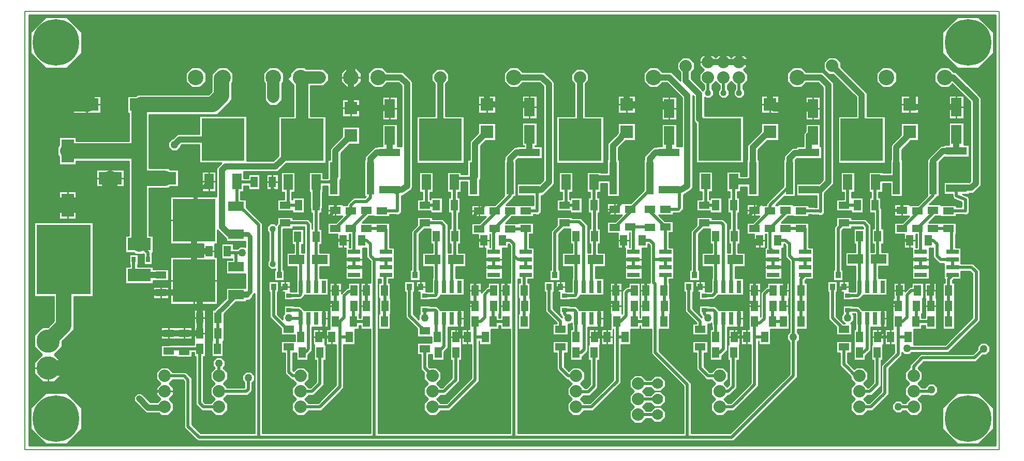
<source format=gbr>
G04 PROTEUS GERBER X2 FILE*
%TF.GenerationSoftware,Labcenter,Proteus,8.7-SP3-Build25561*%
%TF.CreationDate,2021-05-23T19:19:56+00:00*%
%TF.FileFunction,Copper,L1,Top*%
%TF.FilePolarity,Positive*%
%TF.Part,Single*%
%TF.SameCoordinates,{bb4e542a-de17-4d2d-b6f0-32913e85bf41}*%
%FSLAX45Y45*%
%MOMM*%
G01*
%TA.AperFunction,Conductor*%
%ADD10C,0.508000*%
%ADD11C,1.016000*%
%ADD12C,1.270000*%
%ADD13C,0.254000*%
%ADD14C,1.524000*%
%ADD15C,2.032000*%
%ADD16C,2.540000*%
%ADD17C,0.762000*%
%TA.AperFunction,ViaPad*%
%ADD18C,1.270000*%
%ADD19C,1.778000*%
%ADD70C,1.016000*%
%ADD71C,0.762000*%
%ADD20C,2.032000*%
%TA.AperFunction,SMDPad,CuDef*%
%ADD21R,1.193800X5.308600*%
%TA.AperFunction,ComponentPad*%
%ADD22C,3.810000*%
%ADD23C,2.540000*%
%ADD24C,2.032000*%
%TA.AperFunction,SMDPad,CuDef*%
%ADD25R,1.143000X1.803400*%
%ADD26R,2.108200X2.108200*%
%ADD27R,1.651000X3.048000*%
%ADD28R,3.403600X1.244600*%
%TA.AperFunction,SMDPad,CuDef*%
%ADD29R,6.985000X6.985000*%
%ADD72R,1.524000X2.540000*%
%TA.AperFunction,SMDPad,CuDef*%
%ADD73R,0.635000X2.032000*%
%TA.AperFunction,SMDPad,CuDef*%
%ADD30R,1.803400X1.143000*%
%ADD31R,2.540000X1.524000*%
%ADD32R,0.889000X0.635000*%
%TA.AperFunction,SMDPad,CuDef*%
%ADD33R,0.889000X1.016000*%
%TA.AperFunction,SMDPad,CuDef*%
%ADD34R,2.032000X0.635000*%
%TA.AperFunction,OtherPad,Unknown*%
%ADD35C,7.620000*%
%TA.AperFunction,SMDPad,CuDef*%
%ADD36R,3.810000X2.032000*%
%ADD37R,2.032000X3.810000*%
%ADD38R,0.635000X0.889000*%
%TA.AperFunction,SMDPad,CuDef*%
%ADD39R,8.890000X11.430000*%
%TA.AperFunction,Profile*%
%ADD40C,0.203200*%
%TD.AperFunction*%
G36*
X+8448040Y-4193540D02*
X-7368540Y-4193540D01*
X-7368540Y+2860040D01*
X+8448040Y+2860040D01*
X+8448040Y-4193540D01*
G37*
%LPC*%
G36*
X+4394199Y+2153365D02*
X+4394199Y+2037635D01*
X+4325064Y+1968500D01*
X+4394199Y+1899365D01*
X+4394199Y+1783635D01*
X+4317999Y+1707435D01*
X+4317999Y+1649723D01*
X+4343399Y+1624323D01*
X+4343399Y+1550677D01*
X+4291323Y+1498601D01*
X+4217677Y+1498601D01*
X+4165601Y+1550677D01*
X+4165601Y+1624323D01*
X+4191001Y+1649723D01*
X+4191001Y+1707435D01*
X+4127500Y+1770936D01*
X+4063999Y+1707435D01*
X+4063999Y+1649723D01*
X+4089399Y+1624323D01*
X+4089399Y+1550677D01*
X+4037323Y+1498601D01*
X+3963677Y+1498601D01*
X+3911601Y+1550677D01*
X+3911601Y+1624323D01*
X+3937001Y+1649723D01*
X+3937001Y+1707435D01*
X+3873500Y+1770936D01*
X+3809999Y+1707435D01*
X+3809999Y+1649723D01*
X+3835399Y+1624323D01*
X+3835399Y+1550677D01*
X+3783323Y+1498601D01*
X+3709677Y+1498601D01*
X+3689500Y+1518778D01*
X+3689500Y+1212849D01*
X+4324349Y+1212849D01*
X+4324349Y+438151D01*
X+3549651Y+438151D01*
X+3549651Y+1081667D01*
X+3511702Y+1119616D01*
X+3511702Y+1529014D01*
X+3496732Y+1543984D01*
X+3496732Y+40082D01*
X+3473652Y-681D01*
X+3343547Y-85808D01*
X+3343548Y-321851D01*
X+3284399Y-380999D01*
X+3176269Y-380999D01*
X+3176269Y-412749D01*
X+2943049Y-412749D01*
X+3042551Y-512251D01*
X+3176269Y-512251D01*
X+3176269Y-702749D01*
X+3111499Y-702749D01*
X+3111499Y-946151D01*
X+3187699Y-946151D01*
X+3187699Y-1466849D01*
X+3111499Y-1466849D01*
X+3111499Y-1522731D01*
X+3115749Y-1522731D01*
X+3115749Y-1776731D01*
X+3125749Y-1776731D01*
X+3125749Y-2033269D01*
X+3115749Y-2033269D01*
X+3115749Y-2287269D01*
X+2945435Y-2287269D01*
X+2945435Y-2640699D01*
X+3468753Y-3164017D01*
X+3468753Y-3990723D01*
X+3899802Y-3990723D01*
X+4005389Y-3990724D01*
X+4110977Y-3990723D01*
X+5080001Y-3021699D01*
X+5080001Y-2493184D01*
X+5041901Y-2455084D01*
X+5041901Y-2370916D01*
X+5080001Y-2332816D01*
X+5080002Y-1778000D01*
X+5080001Y-1169301D01*
X+5016501Y-1105802D01*
X+5016501Y-915301D01*
X+4990199Y-888999D01*
X+4984749Y-888999D01*
X+4984749Y-953769D01*
X+4952999Y-953769D01*
X+4952999Y-1466849D01*
X+4673601Y-1466849D01*
X+4673601Y-953769D01*
X+4494251Y-953769D01*
X+4494251Y-730249D01*
X+4380231Y-730249D01*
X+4380231Y-539751D01*
X+4477949Y-539751D01*
X+4587451Y-430249D01*
X+4380231Y-430249D01*
X+4380231Y-239751D01*
X+4636769Y-239751D01*
X+4636769Y-249751D01*
X+4699001Y-249751D01*
X+4699001Y-227699D01*
X+4982211Y+55511D01*
X+4982211Y+494029D01*
X+4991101Y+494029D01*
X+4991101Y+553446D01*
X+5125492Y+687837D01*
X+5189221Y+687837D01*
X+5189221Y+710329D01*
X+5308601Y+710329D01*
X+5308601Y+925823D01*
X+5340351Y+957573D01*
X+5340351Y+1079499D01*
X+5581649Y+1079499D01*
X+5581649Y+710329D01*
X+5605779Y+710329D01*
X+5605779Y+509671D01*
X+5198770Y+509671D01*
X+5177789Y+488690D01*
X+5177789Y-113029D01*
X+4993271Y-113029D01*
X+4856549Y-249751D01*
X+4888231Y-249751D01*
X+4888231Y-239751D01*
X+5144769Y-239751D01*
X+5144769Y-249751D01*
X+5398769Y-249751D01*
X+5398769Y-281502D01*
X+5485534Y-281502D01*
X+5487301Y-283269D01*
X+5524501Y-283269D01*
X+5524501Y-100329D01*
X+5189221Y-100329D01*
X+5189221Y+100329D01*
X+5562607Y+100329D01*
X+5626101Y+163823D01*
X+5626101Y+1677677D01*
X+5551177Y+1752601D01*
X+5351586Y+1752601D01*
X+5275386Y+1676401D01*
X+5138614Y+1676401D01*
X+5041901Y+1773114D01*
X+5041901Y+1909886D01*
X+5138614Y+2006599D01*
X+5275386Y+2006599D01*
X+5351586Y+1930399D01*
X+5624823Y+1930399D01*
X+5803899Y+1751323D01*
X+5803899Y+90177D01*
X+5651499Y-62223D01*
X+5651499Y-385726D01*
X+5614302Y-422923D01*
X+5561698Y-422923D01*
X+5549042Y-410267D01*
X+5434698Y-410267D01*
X+5432929Y-408498D01*
X+5398769Y-408498D01*
X+5398769Y-440249D01*
X+5142231Y-440249D01*
X+5142231Y-430249D01*
X+5057051Y-430249D01*
X+4947549Y-539751D01*
X+5398769Y-539751D01*
X+5398769Y-730249D01*
X+5397499Y-730249D01*
X+5397499Y-946151D01*
X+5473699Y-946151D01*
X+5473699Y-1466849D01*
X+5353951Y-1466849D01*
X+5333999Y-1486801D01*
X+5333999Y-1522731D01*
X+5365749Y-1522731D01*
X+5365749Y-2287269D01*
X+5206999Y-2287269D01*
X+5206999Y-2332816D01*
X+5245099Y-2370916D01*
X+5245099Y-2455084D01*
X+5206999Y-2493184D01*
X+5206999Y-3074302D01*
X+5169801Y-3111499D01*
X+4163580Y-4117721D01*
X+4005389Y-4117720D01*
X+3899802Y-4117721D01*
X+2853661Y-4117721D01*
X+1725731Y-4117720D01*
X+545198Y-4117721D01*
X-508000Y-4117720D01*
X-1561198Y-4117721D01*
X-3622053Y-4117721D01*
X-3853004Y-4117720D01*
X-4083955Y-4117721D01*
X-4608079Y-4117721D01*
X-4825999Y-3899801D01*
X-4825999Y-3137801D01*
X-4852301Y-3111499D01*
X-5009435Y-3111499D01*
X-5072936Y-3175000D01*
X-5003801Y-3244135D01*
X-5003801Y-3359865D01*
X-5072936Y-3429000D01*
X-5003801Y-3498135D01*
X-5003801Y-3613865D01*
X-5085635Y-3695699D01*
X-5201365Y-3695699D01*
X-5236571Y-3660493D01*
X-5449917Y-3660493D01*
X-5649882Y-3460528D01*
X-5649882Y-3386882D01*
X-5597806Y-3334806D01*
X-5524160Y-3334806D01*
X-5376271Y-3482695D01*
X-5267759Y-3482695D01*
X-5214064Y-3429000D01*
X-5283199Y-3359865D01*
X-5283199Y-3244135D01*
X-5214064Y-3175000D01*
X-5283199Y-3105865D01*
X-5283199Y-2990135D01*
X-5201365Y-2908301D01*
X-5085635Y-2908301D01*
X-5009435Y-2984501D01*
X-4799699Y-2984501D01*
X-4699001Y-3085199D01*
X-4699001Y-3847199D01*
X-4555477Y-3990723D01*
X-4083955Y-3990723D01*
X-3853004Y-3990724D01*
X-3673017Y-3990723D01*
X-3673017Y-1703059D01*
X-3708401Y-1738443D01*
X-3708401Y-1756403D01*
X-3760477Y-1808479D01*
X-3810001Y-1808479D01*
X-3810001Y-1833879D01*
X-3981639Y-1833879D01*
X-4176751Y-2028991D01*
X-4176751Y-2477769D01*
X-4186751Y-2477769D01*
X-4186751Y-2731769D01*
X-4377249Y-2731769D01*
X-4377249Y-2475231D01*
X-4367249Y-2475231D01*
X-4367249Y-1967231D01*
X-4330511Y-1967231D01*
X-4140199Y-1776919D01*
X-4140199Y-1605281D01*
X-3822699Y-1605281D01*
X-3822699Y-1376679D01*
X-4140199Y-1376679D01*
X-4140199Y-1148081D01*
X-4038599Y-1148081D01*
X-4038599Y-1136649D01*
X-4214849Y-1136649D01*
X-4214849Y-880111D01*
X-4024351Y-880111D01*
X-4024351Y-967867D01*
X-3953684Y-967867D01*
X-3915584Y-929767D01*
X-3831416Y-929767D01*
X-3822699Y-938484D01*
X-3822699Y-843279D01*
X-4140199Y-843279D01*
X-4140199Y-801098D01*
X-4278631Y-662666D01*
X-4278631Y-887729D01*
X-4324351Y-887729D01*
X-4324351Y-1103631D01*
X-4278631Y-1103631D01*
X-4278631Y-1878329D01*
X-5053329Y-1878329D01*
X-5053329Y-1103631D01*
X-4514849Y-1103631D01*
X-4514849Y-887729D01*
X-5053329Y-887729D01*
X-5053329Y-113031D01*
X-4295699Y-113031D01*
X-4295699Y+358338D01*
X-4215886Y+438151D01*
X-4578349Y+438151D01*
X-4578349Y+736601D01*
X-4863162Y+736601D01*
X-4887753Y+712010D01*
X-4887753Y+694049D01*
X-4947268Y+634534D01*
X-5031436Y+634534D01*
X-5090951Y+694049D01*
X-5090951Y+778217D01*
X-5031436Y+837732D01*
X-5013475Y+837732D01*
X-4936808Y+914399D01*
X-4578349Y+914399D01*
X-4578349Y+1212849D01*
X-3803651Y+1212849D01*
X-3803651Y+472258D01*
X-3368212Y+472258D01*
X-3307710Y+532759D01*
X-3282949Y+557437D01*
X-3282949Y+1205229D01*
X-3035299Y+1205229D01*
X-3035299Y+1710646D01*
X-3140008Y+1811901D01*
X-3086099Y+1871353D01*
X-3086099Y+1909886D01*
X-2989386Y+2006599D01*
X-2852614Y+2006599D01*
X-2827214Y+1981199D01*
X-2545635Y+1981199D01*
X-2463801Y+1899365D01*
X-2463801Y+1783635D01*
X-2545635Y+1701801D01*
X-2755901Y+1701801D01*
X-2755901Y+1205229D01*
X-2508251Y+1205229D01*
X-2508251Y+430531D01*
X-3158403Y+430531D01*
X-3181849Y+407177D01*
X-3294566Y+294460D01*
X-3848101Y+294460D01*
X-3848101Y+190499D01*
X-3778249Y+190499D01*
X-3778249Y+255269D01*
X-3587751Y+255269D01*
X-3587751Y-1269D01*
X-3778249Y-1269D01*
X-3778249Y+63501D01*
X-3848101Y+63501D01*
X-3848101Y-30479D01*
X-3898901Y-30479D01*
X-3898901Y-157481D01*
X-3810001Y-157481D01*
X-3810001Y-287355D01*
X-3546019Y-551337D01*
X-3546019Y-3990723D01*
X-1777999Y-3990723D01*
X-1777999Y-2287269D01*
X-1936749Y-2287269D01*
X-1936749Y-2222499D01*
X-1964251Y-2222499D01*
X-1964251Y-2287269D01*
X-2027751Y-2287269D01*
X-2027751Y-2541269D01*
X-2212599Y-2541269D01*
X-2212599Y-3254899D01*
X-2577198Y-3619498D01*
X-2603500Y-3619498D01*
X-2786935Y-3619499D01*
X-2863135Y-3695699D01*
X-2978865Y-3695699D01*
X-3060699Y-3613865D01*
X-3060699Y-3498135D01*
X-2991564Y-3429000D01*
X-3060699Y-3359865D01*
X-3060699Y-3244135D01*
X-2991564Y-3175000D01*
X-3055065Y-3111499D01*
X-3074301Y-3111499D01*
X-3174999Y-3010801D01*
X-3174999Y-2671249D01*
X-3239769Y-2671249D01*
X-3239769Y-2480751D01*
X-3016249Y-2480751D01*
X-3016249Y-2381249D01*
X-3239769Y-2381249D01*
X-3239769Y-2278011D01*
X-3426459Y-2091321D01*
X-3426459Y-1676399D01*
X-3445509Y-1676399D01*
X-3445509Y-1498601D01*
X-3280411Y-1498601D01*
X-3280411Y-1676399D01*
X-3299461Y-1676399D01*
X-3299461Y-2038719D01*
X-3213099Y-2125081D01*
X-3213099Y-2053416D01*
X-3194049Y-2034366D01*
X-3194049Y-1898651D01*
X-3028951Y-1898651D01*
X-3028951Y-1905001D01*
X-2926244Y-1905001D01*
X-2862744Y-1968501D01*
X-2470151Y-1968501D01*
X-2470151Y-2247899D01*
X-2730501Y-2247899D01*
X-2730501Y-2637510D01*
X-2798251Y-2705260D01*
X-2798251Y-2795269D01*
X-2988749Y-2795269D01*
X-2988749Y-2671249D01*
X-3048001Y-2671249D01*
X-3048001Y-2958199D01*
X-3038382Y-2967818D01*
X-2978865Y-2908301D01*
X-2863135Y-2908301D01*
X-2781301Y-2990135D01*
X-2781301Y-3105865D01*
X-2850436Y-3175000D01*
X-2786935Y-3238501D01*
X-2756801Y-3238501D01*
X-2666999Y-3148699D01*
X-2666999Y-2795269D01*
X-2698749Y-2795269D01*
X-2698749Y-2541269D01*
X-2716249Y-2541269D01*
X-2716249Y-2284731D01*
X-2525751Y-2284731D01*
X-2525751Y-2538731D01*
X-2508251Y-2538731D01*
X-2508251Y-2795269D01*
X-2540001Y-2795269D01*
X-2540001Y-3201301D01*
X-2704199Y-3365499D01*
X-2786935Y-3365499D01*
X-2850436Y-3429000D01*
X-2786935Y-3492501D01*
X-2629802Y-3492502D01*
X-2339597Y-3202297D01*
X-2339597Y-2541269D01*
X-2508249Y-2541269D01*
X-2508249Y-2284731D01*
X-2444749Y-2284731D01*
X-2444749Y-1522731D01*
X-2254251Y-1522731D01*
X-2254251Y-1698321D01*
X-2162108Y-1606178D01*
X-2144749Y-1606178D01*
X-2144749Y-1522731D01*
X-1954251Y-1522731D01*
X-1954251Y-2033269D01*
X-1964251Y-2033269D01*
X-1964251Y-2095501D01*
X-1936749Y-2095501D01*
X-1936749Y-1522731D01*
X-1777999Y-1522731D01*
X-1777999Y-1169301D01*
X-1841499Y-1105801D01*
X-1841499Y-953769D01*
X-1905001Y-953769D01*
X-1905001Y-1466849D01*
X-2184399Y-1466849D01*
X-2184399Y-953769D01*
X-2317749Y-953769D01*
X-2317749Y-730249D01*
X-2477769Y-730249D01*
X-2477769Y-539751D01*
X-2344051Y-539751D01*
X-2234549Y-430249D01*
X-2477769Y-430249D01*
X-2477769Y-239751D01*
X-2221231Y-239751D01*
X-2221231Y-249751D01*
X-2158999Y-249751D01*
X-2158999Y-227699D01*
X-2058301Y-127001D01*
X-1867801Y-127001D01*
X-1853829Y-113029D01*
X-1875789Y-113029D01*
X-1875789Y+494029D01*
X-1866899Y+494029D01*
X-1866899Y+544823D01*
X-1712823Y+698899D01*
X-1668779Y+698899D01*
X-1668779Y+710329D01*
X-1581149Y+710329D01*
X-1581149Y+1079499D01*
X-1339851Y+1079499D01*
X-1339851Y+710329D01*
X-1266267Y+710329D01*
X-1266267Y+1699147D01*
X-1319721Y+1752601D01*
X-1506414Y+1752601D01*
X-1582614Y+1676401D01*
X-1719386Y+1676401D01*
X-1816099Y+1773114D01*
X-1816099Y+1909886D01*
X-1719386Y+2006599D01*
X-1582614Y+2006599D01*
X-1506414Y+1930399D01*
X-1246075Y+1930399D01*
X-1088469Y+1772793D01*
X-1088469Y+41515D01*
X-1108968Y+2608D01*
X-1242456Y-88899D01*
X-1252221Y-88899D01*
X-1252221Y-100329D01*
X-1270001Y-100329D01*
X-1270001Y-375391D01*
X-1307198Y-412588D01*
X-1359802Y-412588D01*
X-1363891Y-408499D01*
X-1459231Y-408499D01*
X-1459231Y-440249D01*
X-1715769Y-440249D01*
X-1715769Y-430249D01*
X-1800949Y-430249D01*
X-1910451Y-539751D01*
X-1459231Y-539751D01*
X-1459231Y-730249D01*
X-1460501Y-730249D01*
X-1460501Y-946151D01*
X-1384301Y-946151D01*
X-1384301Y-1466849D01*
X-1478001Y-1466849D01*
X-1478001Y-1522731D01*
X-1456251Y-1522731D01*
X-1456251Y-1776731D01*
X-1446251Y-1776731D01*
X-1446251Y-2033269D01*
X-1456251Y-2033269D01*
X-1456251Y-2287269D01*
X-1646749Y-2287269D01*
X-1646749Y-2030731D01*
X-1636749Y-2030731D01*
X-1636749Y-1779269D01*
X-1646749Y-1779269D01*
X-1646749Y-1522731D01*
X-1604999Y-1522731D01*
X-1604999Y-1466849D01*
X-1651001Y-1466849D01*
X-1651001Y-3990723D01*
X-1561198Y-3990723D01*
X-508000Y-3990724D01*
X+508001Y-3990723D01*
X+508001Y-2287269D01*
X+349251Y-2287269D01*
X+349251Y-2222499D01*
X+321749Y-2222499D01*
X+321749Y-2287269D01*
X+194749Y-2287269D01*
X+194749Y-2541269D01*
X+4251Y-2541269D01*
X+4251Y-2476499D01*
X-1Y-2476499D01*
X-1Y-3137801D01*
X-481699Y-3619499D01*
X-627935Y-3619499D01*
X-704135Y-3695699D01*
X-819865Y-3695699D01*
X-901699Y-3613865D01*
X-901699Y-3498135D01*
X-832564Y-3429000D01*
X-901699Y-3359865D01*
X-901699Y-3244135D01*
X-832564Y-3175000D01*
X-901699Y-3105865D01*
X-901699Y-2998560D01*
X-908500Y-2991786D01*
X-952499Y-2947787D01*
X-952499Y-2698749D01*
X-1017269Y-2698749D01*
X-1017269Y-2508251D01*
X-776249Y-2508251D01*
X-776249Y-2408749D01*
X-1017269Y-2408749D01*
X-1017269Y-2275031D01*
X-1203959Y-2088341D01*
X-1203959Y-1676399D01*
X-1223009Y-1676399D01*
X-1223009Y-1498601D01*
X-1057911Y-1498601D01*
X-1057911Y-1676399D01*
X-1076961Y-1676399D01*
X-1076961Y-2035739D01*
X-990599Y-2122101D01*
X-990599Y-2053416D01*
X-971549Y-2034366D01*
X-971549Y-1898651D01*
X-806451Y-1898651D01*
X-806451Y-1905001D01*
X-695115Y-1905001D01*
X-631615Y-1968501D01*
X-247651Y-1968501D01*
X-247651Y-2247899D01*
X-508001Y-2247899D01*
X-508001Y-2593801D01*
X-575751Y-2661551D01*
X-575751Y-2795269D01*
X-766249Y-2795269D01*
X-766249Y-2698749D01*
X-825501Y-2698749D01*
X-825501Y-2895185D01*
X-818808Y-2901878D01*
X-812347Y-2908301D01*
X-704135Y-2908301D01*
X-622301Y-2990135D01*
X-622301Y-3105865D01*
X-691436Y-3175000D01*
X-627935Y-3238501D01*
X-597801Y-3238501D01*
X-444499Y-3085199D01*
X-444499Y-2795269D01*
X-476249Y-2795269D01*
X-476249Y-2284731D01*
X-285751Y-2284731D01*
X-285751Y-2795269D01*
X-317501Y-2795269D01*
X-317501Y-3137801D01*
X-545198Y-3365499D01*
X-627935Y-3365499D01*
X-691436Y-3429000D01*
X-627935Y-3492501D01*
X-534301Y-3492501D01*
X-126999Y-3085199D01*
X-126999Y-2541269D01*
X-285749Y-2541269D01*
X-285749Y-2284731D01*
X-158749Y-2284731D01*
X-158749Y-1522731D01*
X+31749Y-1522731D01*
X+31749Y-1685369D01*
X+129617Y-1587501D01*
X+141251Y-1587501D01*
X+141251Y-1522731D01*
X+331749Y-1522731D01*
X+331749Y-2033269D01*
X+321749Y-2033269D01*
X+321749Y-2095501D01*
X+349251Y-2095501D01*
X+349251Y-1522731D01*
X+508001Y-1522731D01*
X+508001Y-915301D01*
X+481699Y-888999D01*
X+476249Y-888999D01*
X+476249Y-953769D01*
X+380999Y-953769D01*
X+380999Y-1466849D01*
X+101601Y-1466849D01*
X+101601Y-953769D01*
X-14249Y-953769D01*
X-14249Y-740249D01*
X-128269Y-740249D01*
X-128269Y-549751D01*
X+5449Y-549751D01*
X+114951Y-440249D01*
X-128269Y-440249D01*
X-128269Y-249751D01*
X+259449Y-249751D01*
X+410211Y-98989D01*
X+410211Y+494029D01*
X+419101Y+494029D01*
X+419101Y+544823D01*
X+573177Y+698899D01*
X+617221Y+698899D01*
X+617221Y+710329D01*
X+736601Y+710329D01*
X+736601Y+716501D01*
X+704851Y+716501D01*
X+704851Y+1097499D01*
X+946149Y+1097499D01*
X+946149Y+716501D01*
X+914399Y+716501D01*
X+914399Y+710329D01*
X+1033779Y+710329D01*
X+1033779Y+509671D01*
X+635393Y+509671D01*
X+605789Y+480067D01*
X+605789Y-113029D01*
X+571499Y-113029D01*
X+571499Y-117301D01*
X+439049Y-249751D01*
X+889001Y-249751D01*
X+889001Y-100329D01*
X+617221Y-100329D01*
X+617221Y+100329D01*
X+990607Y+100329D01*
X+1054101Y+163823D01*
X+1054101Y+1691788D01*
X+993288Y+1752601D01*
X+716086Y+1752601D01*
X+639886Y+1676401D01*
X+503114Y+1676401D01*
X+406401Y+1773114D01*
X+406401Y+1909886D01*
X+503114Y+2006599D01*
X+639886Y+2006599D01*
X+716086Y+1930399D01*
X+1066934Y+1930399D01*
X+1231899Y+1765434D01*
X+1231899Y+90177D01*
X+1052823Y-88899D01*
X+1033779Y-88899D01*
X+1033779Y-100329D01*
X+1015999Y-100329D01*
X+1015999Y-375824D01*
X+978802Y-413021D01*
X+926198Y-413021D01*
X+921676Y-408499D01*
X+890269Y-408499D01*
X+890269Y-440249D01*
X+538551Y-440249D01*
X+429049Y-549751D01*
X+633731Y-549751D01*
X+633731Y-539751D01*
X+890269Y-539751D01*
X+890269Y-730249D01*
X+825499Y-730249D01*
X+825499Y-946151D01*
X+901699Y-946151D01*
X+901699Y-1466849D01*
X+797999Y-1466849D01*
X+797999Y-1522731D01*
X+829749Y-1522731D01*
X+829749Y-1776731D01*
X+839749Y-1776731D01*
X+839749Y-2033269D01*
X+829749Y-2033269D01*
X+829749Y-2287269D01*
X+639251Y-2287269D01*
X+639251Y-2030731D01*
X+649251Y-2030731D01*
X+649251Y-1779269D01*
X+639251Y-1779269D01*
X+639251Y-1522731D01*
X+671001Y-1522731D01*
X+671001Y-1466849D01*
X+634999Y-1466849D01*
X+634999Y-3990723D01*
X+1725731Y-3990724D01*
X+3341755Y-3990723D01*
X+3341755Y-3216619D01*
X+2818437Y-2693302D01*
X+2818437Y-2287269D01*
X+2635251Y-2287269D01*
X+2635251Y-2222499D01*
X+2635249Y-2222499D01*
X+2635249Y-2287269D01*
X+2480749Y-2287269D01*
X+2480749Y-2541269D01*
X+2323497Y-2541269D01*
X+2323497Y-2899394D01*
X+2323496Y-3163804D01*
X+1867801Y-3619499D01*
X+1721565Y-3619499D01*
X+1645365Y-3695699D01*
X+1529635Y-3695699D01*
X+1447801Y-3613865D01*
X+1447801Y-3498135D01*
X+1516936Y-3429000D01*
X+1447801Y-3359865D01*
X+1447801Y-3244135D01*
X+1516936Y-3175000D01*
X+1453435Y-3111499D01*
X+1434199Y-3111499D01*
X+1270001Y-2947301D01*
X+1270001Y-2671249D01*
X+1205231Y-2671249D01*
X+1205231Y-2480751D01*
X+1461769Y-2480751D01*
X+1461769Y-2671249D01*
X+1396999Y-2671249D01*
X+1396999Y-2894699D01*
X+1470118Y-2967818D01*
X+1529635Y-2908301D01*
X+1645365Y-2908301D01*
X+1727199Y-2990135D01*
X+1727199Y-3105865D01*
X+1658064Y-3175000D01*
X+1727199Y-3244135D01*
X+1727199Y-3246864D01*
X+1757446Y-3246864D01*
X+1814002Y-3190308D01*
X+1814001Y-2795269D01*
X+1782251Y-2795269D01*
X+1782251Y-2538731D01*
X+1792251Y-2538731D01*
X+1792251Y-2284731D01*
X+1982749Y-2284731D01*
X+1982749Y-2541269D01*
X+1972749Y-2541269D01*
X+1972749Y-2795269D01*
X+1940999Y-2795269D01*
X+1940998Y-3242912D01*
X+1810050Y-3373860D01*
X+1713204Y-3373860D01*
X+1658064Y-3429000D01*
X+1721565Y-3492501D01*
X+1815199Y-3492501D01*
X+2196500Y-3111200D01*
X+2196499Y-2287269D01*
X+2190749Y-2287269D01*
X+2190749Y-2541269D01*
X+2000251Y-2541269D01*
X+2000251Y-2284731D01*
X+2154751Y-2284731D01*
X+2154751Y-2033269D01*
X+2144751Y-2033269D01*
X+2144751Y-1522731D01*
X+2335249Y-1522731D01*
X+2335249Y-2030731D01*
X+2338612Y-2030731D01*
X+2338612Y-1661894D01*
X+2410653Y-1589853D01*
X+2444751Y-1589853D01*
X+2444751Y-1522731D01*
X+2635249Y-1522731D01*
X+2635249Y-2095501D01*
X+2635251Y-2095501D01*
X+2635251Y-1522731D01*
X+2794001Y-1522731D01*
X+2794001Y-915301D01*
X+2767699Y-888999D01*
X+2762249Y-888999D01*
X+2762249Y-953769D01*
X+2666999Y-953769D01*
X+2666999Y-1466849D01*
X+2387601Y-1466849D01*
X+2387601Y-953769D01*
X+2271751Y-953769D01*
X+2271751Y-712749D01*
X+2094231Y-712749D01*
X+2094231Y-522251D01*
X+2227949Y-522251D01*
X+2337451Y-412749D01*
X+2094231Y-412749D01*
X+2094231Y-222251D01*
X+2481949Y-222251D01*
X+2696211Y-7989D01*
X+2696211Y+494029D01*
X+2705101Y+494029D01*
X+2705101Y+548323D01*
X+2855677Y+698899D01*
X+2903221Y+698899D01*
X+2903221Y+710329D01*
X+2990851Y+710329D01*
X+2990851Y+1079499D01*
X+3232149Y+1079499D01*
X+3232149Y+710329D01*
X+3318934Y+710329D01*
X+3318934Y+1508344D01*
X+3074677Y+1752601D01*
X+3002086Y+1752601D01*
X+2925886Y+1676401D01*
X+2789114Y+1676401D01*
X+2692401Y+1773114D01*
X+2692401Y+1909886D01*
X+2789114Y+2006599D01*
X+2925886Y+2006599D01*
X+3002086Y+1930399D01*
X+3148323Y+1930399D01*
X+3294882Y+1783840D01*
X+3294882Y+1919387D01*
X+3244082Y+1970187D01*
X+3244082Y+2085917D01*
X+3325916Y+2167751D01*
X+3441646Y+2167751D01*
X+3523480Y+2085917D01*
X+3523480Y+1970187D01*
X+3472680Y+1919387D01*
X+3472680Y+1819480D01*
X+3662719Y+1629441D01*
X+3683001Y+1649723D01*
X+3683001Y+1707435D01*
X+3606801Y+1783635D01*
X+3606801Y+1899365D01*
X+3675936Y+1968500D01*
X+3606801Y+2037635D01*
X+3606801Y+2153365D01*
X+3688635Y+2235199D01*
X+3804365Y+2235199D01*
X+3873500Y+2166064D01*
X+3942635Y+2235199D01*
X+4058365Y+2235199D01*
X+4127500Y+2166064D01*
X+4196635Y+2235199D01*
X+4312365Y+2235199D01*
X+4394199Y+2153365D01*
G37*
G36*
X-1951991Y+745491D02*
X-2113287Y+745491D01*
X-2260601Y+598177D01*
X-2260601Y+182177D01*
X-2280211Y+162567D01*
X-2280211Y-113029D01*
X-2475789Y-113029D01*
X-2475789Y+63501D01*
X-2552701Y+63501D01*
X-2552701Y-38099D01*
X-2565401Y-38099D01*
X-2565401Y-296084D01*
X-2571751Y-302434D01*
X-2571751Y-382269D01*
X-2603501Y-382269D01*
X-2603501Y-640081D01*
X-2571751Y-640081D01*
X-2571751Y-896619D01*
X-2603501Y-896619D01*
X-2603501Y-1028701D01*
X-2438401Y-1028701D01*
X-2438401Y-1257299D01*
X-2603501Y-1257299D01*
X-2603501Y-1447801D01*
X-2470151Y-1447801D01*
X-2470151Y-1727199D01*
X-2857501Y-1727199D01*
X-2857501Y-1740801D01*
X-2913749Y-1797049D01*
X-3028951Y-1797049D01*
X-3028951Y-1803399D01*
X-3194049Y-1803399D01*
X-3194049Y-1676399D01*
X-3257549Y-1676399D01*
X-3257549Y-1498601D01*
X-3092451Y-1498601D01*
X-3092451Y-1663701D01*
X-3028951Y-1663701D01*
X-3028951Y-1670051D01*
X-2990849Y-1670051D01*
X-2990849Y-1447801D01*
X-2984499Y-1447801D01*
X-2984499Y-1257299D01*
X-3149599Y-1257299D01*
X-3149599Y-1028701D01*
X-3030499Y-1028701D01*
X-3030499Y-896619D01*
X-3062249Y-896619D01*
X-3062249Y-640081D01*
X-2871751Y-640081D01*
X-2871751Y-896619D01*
X-2903501Y-896619D01*
X-2903501Y-1028701D01*
X-2857499Y-1028701D01*
X-2857499Y-607498D01*
X-3046731Y-607499D01*
X-3046731Y-639249D01*
X-3205481Y-639249D01*
X-3205481Y-1308101D01*
X-3186431Y-1308101D01*
X-3186431Y-1485899D01*
X-3351529Y-1485899D01*
X-3351529Y-1308101D01*
X-3332479Y-1308101D01*
X-3332479Y-1298438D01*
X-3338132Y-1304091D01*
X-3411778Y-1304091D01*
X-3463854Y-1252015D01*
X-3463854Y-1178369D01*
X-3443469Y-1157984D01*
X-3443469Y-701651D01*
X-3468869Y-676251D01*
X-3468869Y-602605D01*
X-3416793Y-550529D01*
X-3343147Y-550529D01*
X-3322478Y-571198D01*
X-3303269Y-551989D01*
X-3303269Y-448751D01*
X-3046731Y-448751D01*
X-3046731Y-480501D01*
X-2795198Y-480502D01*
X-2730501Y-545199D01*
X-2730501Y-640081D01*
X-2730499Y-640081D01*
X-2730499Y-382269D01*
X-2762249Y-382269D01*
X-2762249Y-302434D01*
X-2768599Y-296084D01*
X-2768599Y-38099D01*
X-2781299Y-38099D01*
X-2781299Y+292099D01*
X-2552701Y+292099D01*
X-2552701Y+190499D01*
X-2475789Y+190499D01*
X-2475789Y+494029D01*
X-2438399Y+494029D01*
X-2438399Y+671823D01*
X-2239009Y+871213D01*
X-2239009Y+1032509D01*
X-1951991Y+1032509D01*
X-1951991Y+745491D01*
G37*
G36*
X-6311901Y-1752599D02*
X-6629401Y-1752599D01*
X-6629401Y-2290885D01*
X-6819901Y-2481385D01*
X-6819901Y-2571189D01*
X-6947462Y-2698750D01*
X-6819901Y-2826311D01*
X-6819901Y-3015689D01*
X-6953811Y-3149599D01*
X-7143189Y-3149599D01*
X-7277099Y-3015689D01*
X-7277099Y-2826311D01*
X-7149538Y-2698750D01*
X-7277099Y-2571189D01*
X-7277099Y-2381811D01*
X-7143189Y-2247901D01*
X-7053385Y-2247901D01*
X-6959599Y-2154115D01*
X-6959599Y-1752599D01*
X-7277099Y-1752599D01*
X-7277099Y-533401D01*
X-6311901Y-533401D01*
X-6311901Y-1752599D01*
G37*
G36*
X-2260599Y+1773114D02*
X-2260599Y+1909886D01*
X-2163886Y+2006599D01*
X-2027114Y+2006599D01*
X-1930401Y+1909886D01*
X-1930401Y+1773114D01*
X-2027114Y+1676401D01*
X-2163886Y+1676401D01*
X-2260599Y+1773114D01*
G37*
G36*
X-4476751Y-2223769D02*
X-4476751Y-2731769D01*
X-4508501Y-2731769D01*
X-4508502Y-3466198D01*
X-4482199Y-3492501D01*
X-4388565Y-3492501D01*
X-4325064Y-3429000D01*
X-4394199Y-3359865D01*
X-4394199Y-3244135D01*
X-4325064Y-3175000D01*
X-4394199Y-3105865D01*
X-4394199Y-2990135D01*
X-4323348Y-2919284D01*
X-4356099Y-2886534D01*
X-4356099Y-2802366D01*
X-4296584Y-2742851D01*
X-4212416Y-2742851D01*
X-4152901Y-2802366D01*
X-4152901Y-2886534D01*
X-4185652Y-2919284D01*
X-4114801Y-2990135D01*
X-4114801Y-3105865D01*
X-4183936Y-3175000D01*
X-4120435Y-3238501D01*
X-3841398Y-3238502D01*
X-3841398Y-3159583D01*
X-3879498Y-3121483D01*
X-3879498Y-3037315D01*
X-3819983Y-2977800D01*
X-3735815Y-2977800D01*
X-3676300Y-3037315D01*
X-3676300Y-3121483D01*
X-3714400Y-3159583D01*
X-3714400Y-3296200D01*
X-3783698Y-3365498D01*
X-3810000Y-3365498D01*
X-4120435Y-3365499D01*
X-4183936Y-3429000D01*
X-4114801Y-3498135D01*
X-4114801Y-3613865D01*
X-4196635Y-3695699D01*
X-4312365Y-3695699D01*
X-4388565Y-3619499D01*
X-4534801Y-3619499D01*
X-4635498Y-3518802D01*
X-4635498Y-3492500D01*
X-4635499Y-2731769D01*
X-4667249Y-2731769D01*
X-4667249Y-2666999D01*
X-4697731Y-2666999D01*
X-4697731Y-2744749D01*
X-4954269Y-2744749D01*
X-4954269Y-2734749D01*
X-5208269Y-2734749D01*
X-5208269Y-2544251D01*
X-5074551Y-2544251D01*
X-5070301Y-2540001D01*
X-4667249Y-2540001D01*
X-4667249Y-1967231D01*
X-4476751Y-1967231D01*
X-4476751Y-2223769D01*
G37*
G36*
X-3287751Y-1269D02*
X-3478249Y-1269D01*
X-3478249Y+255269D01*
X-3287751Y+255269D01*
X-3287751Y-1269D01*
G37*
G36*
X-1951991Y+1195491D02*
X-2239009Y+1195491D01*
X-2239009Y+1482509D01*
X-1951991Y+1482509D01*
X-1951991Y+1195491D01*
G37*
G36*
X-1339851Y+1143001D02*
X-1581149Y+1143001D01*
X-1581149Y+1523999D01*
X-1339851Y+1523999D01*
X-1339851Y+1143001D01*
G37*
G36*
X-3009901Y-38099D02*
X-3060701Y-38099D01*
X-3060701Y-158751D01*
X-3052249Y-158751D01*
X-3052249Y-125731D01*
X-2861751Y-125731D01*
X-2861751Y-382269D01*
X-3052249Y-382269D01*
X-3052249Y-349249D01*
X-3303269Y-349249D01*
X-3303269Y-158751D01*
X-3187699Y-158751D01*
X-3187699Y-38099D01*
X-3238499Y-38099D01*
X-3238499Y+292099D01*
X-3009901Y+292099D01*
X-3009901Y-38099D01*
G37*
G36*
X-495301Y+1899365D02*
X-495301Y+1783635D01*
X-546101Y+1732835D01*
X-546101Y+1205229D01*
X-247651Y+1205229D01*
X-247651Y+430531D01*
X-1022349Y+430531D01*
X-1022349Y+1205229D01*
X-723899Y+1205229D01*
X-723899Y+1732835D01*
X-774699Y+1783635D01*
X-774699Y+1899365D01*
X-692865Y+1981199D01*
X-577135Y+1981199D01*
X-495301Y+1899365D01*
G37*
G36*
X-749301Y-38099D02*
X-800101Y-38099D01*
X-800101Y-158751D01*
X-793749Y-158751D01*
X-793749Y-125731D01*
X-603251Y-125731D01*
X-603251Y-382269D01*
X-793749Y-382269D01*
X-793749Y-349249D01*
X-1017269Y-349249D01*
X-1017269Y-158751D01*
X-927099Y-158751D01*
X-927099Y-38099D01*
X-977899Y-38099D01*
X-977899Y+292099D01*
X-749301Y+292099D01*
X-749301Y-38099D01*
G37*
G36*
X+270509Y+803491D02*
X+109213Y+803491D01*
X+25399Y+719677D01*
X+25399Y+182177D01*
X+5789Y+162567D01*
X+5789Y-113029D01*
X-189789Y-113029D01*
X-189789Y+127001D01*
X-292101Y+127001D01*
X-292101Y-38099D01*
X-345001Y-38099D01*
X-345001Y-125731D01*
X-313251Y-125731D01*
X-313251Y-382269D01*
X-335001Y-382269D01*
X-335001Y-633731D01*
X-303251Y-633731D01*
X-303251Y-890269D01*
X-335001Y-890269D01*
X-335001Y-1028701D01*
X-215901Y-1028701D01*
X-215901Y-1257299D01*
X-381001Y-1257299D01*
X-381001Y-1447801D01*
X-247651Y-1447801D01*
X-247651Y-1727199D01*
X-635001Y-1727199D01*
X-635001Y-1740801D01*
X-691249Y-1797049D01*
X-806451Y-1797049D01*
X-806451Y-1803399D01*
X-971549Y-1803399D01*
X-971549Y-1676399D01*
X-1035049Y-1676399D01*
X-1035049Y-1498601D01*
X-869951Y-1498601D01*
X-869951Y-1663701D01*
X-806451Y-1663701D01*
X-806451Y-1670051D01*
X-768349Y-1670051D01*
X-768349Y-1447801D01*
X-761999Y-1447801D01*
X-761999Y-1257299D01*
X-927099Y-1257299D01*
X-927099Y-1028701D01*
X-761998Y-1028701D01*
X-761999Y-890269D01*
X-793749Y-890269D01*
X-793749Y-639249D01*
X-894449Y-639249D01*
X-982981Y-727781D01*
X-982981Y-1308101D01*
X-963931Y-1308101D01*
X-963931Y-1485899D01*
X-1129029Y-1485899D01*
X-1129029Y-1308101D01*
X-1109979Y-1308101D01*
X-1109979Y-675179D01*
X-1017269Y-582469D01*
X-1017269Y-448751D01*
X-760731Y-448751D01*
X-760731Y-479868D01*
X-591503Y-479868D01*
X-508001Y-563370D01*
X-508001Y-1028701D01*
X-461999Y-1028701D01*
X-461999Y-890269D01*
X-493749Y-890269D01*
X-493749Y-633731D01*
X-461999Y-633731D01*
X-461999Y-382269D01*
X-503749Y-382269D01*
X-503749Y-125731D01*
X-471999Y-125731D01*
X-471999Y-38099D01*
X-520699Y-38099D01*
X-520699Y+292099D01*
X-292101Y+292099D01*
X-292101Y+253999D01*
X-189789Y+253999D01*
X-189789Y+494029D01*
X-152399Y+494029D01*
X-152399Y+793323D01*
X-16509Y+929213D01*
X-16509Y+1090509D01*
X+270509Y+1090509D01*
X+270509Y+803491D01*
G37*
G36*
X+270509Y+1253491D02*
X-16509Y+1253491D01*
X-16509Y+1540509D01*
X+270509Y+1540509D01*
X+270509Y+1253491D01*
G37*
G36*
X+946149Y+1161001D02*
X+704851Y+1161001D01*
X+704851Y+1541999D01*
X+946149Y+1541999D01*
X+946149Y+1161001D01*
G37*
G36*
X+3232149Y+1143001D02*
X+2990851Y+1143001D01*
X+2990851Y+1523999D01*
X+3232149Y+1523999D01*
X+3232149Y+1143001D01*
G37*
G36*
X+2556509Y+1253491D02*
X+2269491Y+1253491D01*
X+2269491Y+1540509D01*
X+2556509Y+1540509D01*
X+2556509Y+1253491D01*
G37*
G36*
X+2556509Y+803491D02*
X+2395467Y+803491D01*
X+2383036Y+784905D01*
X+2282899Y+684768D01*
X+2282899Y+494029D01*
X+2291789Y+494029D01*
X+2291789Y-113029D01*
X+2096211Y-113029D01*
X+2096211Y+101601D01*
X+1993899Y+101602D01*
X+1993899Y-38099D01*
X+1943099Y-38099D01*
X+1943099Y-125731D01*
X+1972749Y-125731D01*
X+1972749Y-382269D01*
X+1950999Y-382269D01*
X+1950999Y-633731D01*
X+1982749Y-633731D01*
X+1982749Y-890269D01*
X+1950999Y-890269D01*
X+1950998Y-1028701D01*
X+2070099Y-1028701D01*
X+2070099Y-1257299D01*
X+1904999Y-1257299D01*
X+1904999Y-1447801D01*
X+2038349Y-1447801D01*
X+2038349Y-1727199D01*
X+1650999Y-1727199D01*
X+1650999Y-1740801D01*
X+1594751Y-1797049D01*
X+1479549Y-1797049D01*
X+1479549Y-1803399D01*
X+1314451Y-1803399D01*
X+1314451Y-1676399D01*
X+1250951Y-1676399D01*
X+1250951Y-1498601D01*
X+1416049Y-1498601D01*
X+1416049Y-1663701D01*
X+1479549Y-1663701D01*
X+1479549Y-1670051D01*
X+1517651Y-1670051D01*
X+1517651Y-1447801D01*
X+1524001Y-1447801D01*
X+1524001Y-1257299D01*
X+1358901Y-1257299D01*
X+1358901Y-1028701D01*
X+1524002Y-1028701D01*
X+1524001Y-890269D01*
X+1492251Y-890269D01*
X+1492251Y-639249D01*
X+1391551Y-639249D01*
X+1303019Y-727781D01*
X+1303019Y-1308101D01*
X+1322069Y-1308101D01*
X+1322069Y-1485899D01*
X+1156971Y-1485899D01*
X+1156971Y-1308101D01*
X+1176021Y-1308101D01*
X+1176021Y-675179D01*
X+1268731Y-582469D01*
X+1268731Y-448751D01*
X+1525269Y-448751D01*
X+1525269Y-462606D01*
X+1666020Y-462606D01*
X+1777999Y-574585D01*
X+1777999Y-1028701D01*
X+1824002Y-1028701D01*
X+1824001Y-890269D01*
X+1792251Y-890269D01*
X+1792251Y-633731D01*
X+1824001Y-633731D01*
X+1824001Y-382269D01*
X+1782251Y-382269D01*
X+1782251Y-125731D01*
X+1814001Y-125731D01*
X+1814001Y-100698D01*
X+1816101Y-98598D01*
X+1816101Y-38099D01*
X+1765301Y-38099D01*
X+1765301Y+292099D01*
X+1993899Y+292099D01*
X+1993899Y+279398D01*
X+2096211Y+279399D01*
X+2096211Y+494029D01*
X+2105101Y+494029D01*
X+2105101Y+758414D01*
X+2244964Y+898277D01*
X+2269491Y+934949D01*
X+2269491Y+1090509D01*
X+2556509Y+1090509D01*
X+2556509Y+803491D01*
G37*
G36*
X+1228089Y-1676399D02*
X+1209039Y-1676399D01*
X+1209039Y-1944739D01*
X+1358901Y-2094601D01*
X+1358901Y-2083701D01*
X+1333501Y-2058301D01*
X+1333501Y-2038349D01*
X+1314451Y-2038349D01*
X+1314451Y-1898651D01*
X+1479549Y-1898651D01*
X+1479549Y-1905001D01*
X+1584461Y-1905001D01*
X+1647961Y-1968501D01*
X+2038349Y-1968501D01*
X+2038349Y-2247899D01*
X+1780090Y-2247899D01*
X+1780090Y-2643912D01*
X+1693504Y-2730498D01*
X+1682749Y-2730498D01*
X+1682749Y-2795269D01*
X+1492251Y-2795269D01*
X+1492251Y-2284731D01*
X+1524001Y-2284731D01*
X+1524001Y-2247899D01*
X+1517651Y-2247899D01*
X+1517651Y-2182032D01*
X+1502584Y-2197099D01*
X+1461769Y-2197099D01*
X+1461769Y-2381249D01*
X+1205231Y-2381249D01*
X+1205231Y-2190751D01*
X+1270001Y-2190751D01*
X+1270001Y-2185301D01*
X+1082041Y-1997341D01*
X+1082041Y-1676399D01*
X+1062991Y-1676399D01*
X+1062991Y-1498601D01*
X+1228089Y-1498601D01*
X+1228089Y-1676399D01*
G37*
G36*
X+1790699Y+1899365D02*
X+1790699Y+1783635D01*
X+1739899Y+1732835D01*
X+1739899Y+1205229D01*
X+2038349Y+1205229D01*
X+2038349Y+430531D01*
X+1263651Y+430531D01*
X+1263651Y+1205229D01*
X+1562101Y+1205229D01*
X+1562101Y+1732835D01*
X+1511301Y+1783635D01*
X+1511301Y+1899365D01*
X+1593135Y+1981199D01*
X+1708865Y+1981199D01*
X+1790699Y+1899365D01*
G37*
G36*
X+1536699Y-38099D02*
X+1485899Y-38099D01*
X+1485899Y-158751D01*
X+1492251Y-158751D01*
X+1492251Y-125731D01*
X+1682749Y-125731D01*
X+1682749Y-382269D01*
X+1492251Y-382269D01*
X+1492251Y-349249D01*
X+1268731Y-349249D01*
X+1268731Y-158751D01*
X+1358901Y-158751D01*
X+1358901Y-38099D01*
X+1308101Y-38099D01*
X+1308101Y+292099D01*
X+1536699Y+292099D01*
X+1536699Y-38099D01*
G37*
G36*
X+5581649Y+1143001D02*
X+5340351Y+1143001D01*
X+5340351Y+1523999D01*
X+5581649Y+1523999D01*
X+5581649Y+1143001D01*
G37*
G36*
X+4906009Y+1253491D02*
X+4618991Y+1253491D01*
X+4618991Y+1540509D01*
X+4906009Y+1540509D01*
X+4906009Y+1253491D01*
G37*
G36*
X+4906009Y+803491D02*
X+4716213Y+803491D01*
X+4568899Y+656177D01*
X+4568899Y+494029D01*
X+4577789Y+494029D01*
X+4577789Y-113029D01*
X+4382211Y-113029D01*
X+4382211Y+45721D01*
X+4279899Y+45721D01*
X+4279899Y-30479D01*
X+4229099Y-30479D01*
X+4229099Y-125731D01*
X+4258749Y-125731D01*
X+4258749Y-382269D01*
X+4236999Y-382269D01*
X+4236999Y-633731D01*
X+4268749Y-633731D01*
X+4268749Y-890269D01*
X+4236999Y-890269D01*
X+4236999Y-1028701D01*
X+4356099Y-1028701D01*
X+4356099Y-1257299D01*
X+4190999Y-1257299D01*
X+4190999Y-1447801D01*
X+4324349Y-1447801D01*
X+4324349Y-1727199D01*
X+3916470Y-1727199D01*
X+3846620Y-1797049D01*
X+3765549Y-1797049D01*
X+3765549Y-1803399D01*
X+3600451Y-1803399D01*
X+3600451Y-1676399D01*
X+3536951Y-1676399D01*
X+3536951Y-1498601D01*
X+3702049Y-1498601D01*
X+3702049Y-1663701D01*
X+3765549Y-1663701D01*
X+3765549Y-1670051D01*
X+3794018Y-1670051D01*
X+3803077Y-1660992D01*
X+3803651Y-1652720D01*
X+3803651Y-1447801D01*
X+3810001Y-1447801D01*
X+3810001Y-1257299D01*
X+3644901Y-1257299D01*
X+3644901Y-1028701D01*
X+3810002Y-1028701D01*
X+3810001Y-890269D01*
X+3778251Y-890269D01*
X+3778251Y-639249D01*
X+3677551Y-639249D01*
X+3589019Y-727781D01*
X+3589019Y-1308101D01*
X+3608069Y-1308101D01*
X+3608069Y-1485899D01*
X+3442971Y-1485899D01*
X+3442971Y-1308101D01*
X+3462021Y-1308101D01*
X+3462021Y-675179D01*
X+3554731Y-582469D01*
X+3554731Y-448751D01*
X+3811269Y-448751D01*
X+3811269Y-479005D01*
X+3990084Y-479005D01*
X+4063999Y-552920D01*
X+4063999Y-1028701D01*
X+4110001Y-1028701D01*
X+4110001Y-890269D01*
X+4078251Y-890269D01*
X+4078251Y-633731D01*
X+4110001Y-633731D01*
X+4110001Y-382269D01*
X+4068251Y-382269D01*
X+4068251Y-125731D01*
X+4100001Y-125731D01*
X+4100001Y-100698D01*
X+4102101Y-98598D01*
X+4102101Y-30479D01*
X+4051301Y-30479D01*
X+4051301Y+299719D01*
X+4279899Y+299719D01*
X+4279899Y+223519D01*
X+4382211Y+223519D01*
X+4382211Y+494029D01*
X+4391101Y+494029D01*
X+4391101Y+729823D01*
X+4618991Y+957713D01*
X+4618991Y+1090509D01*
X+4906009Y+1090509D01*
X+4906009Y+803491D01*
G37*
G36*
X+3514089Y-1676399D02*
X+3495039Y-1676399D01*
X+3495039Y-1944739D01*
X+3644901Y-2094601D01*
X+3644901Y-2083701D01*
X+3619501Y-2058301D01*
X+3619501Y-2038349D01*
X+3600451Y-2038349D01*
X+3600451Y-1898651D01*
X+3765549Y-1898651D01*
X+3765549Y-1905002D01*
X+3862709Y-1905002D01*
X+3926208Y-1968501D01*
X+4324349Y-1968501D01*
X+4324349Y-2247899D01*
X+4063999Y-2247899D01*
X+4063999Y-2629801D01*
X+3968749Y-2725051D01*
X+3968749Y-2795269D01*
X+3778251Y-2795269D01*
X+3778251Y-2284731D01*
X+3810001Y-2284731D01*
X+3810001Y-2247899D01*
X+3803651Y-2247899D01*
X+3803651Y-2182032D01*
X+3788584Y-2197099D01*
X+3747769Y-2197099D01*
X+3747769Y-2381249D01*
X+3491231Y-2381249D01*
X+3491231Y-2190751D01*
X+3556001Y-2190751D01*
X+3556001Y-2185301D01*
X+3368041Y-1997341D01*
X+3368041Y-1676399D01*
X+3348991Y-1676399D01*
X+3348991Y-1498601D01*
X+3514089Y-1498601D01*
X+3514089Y-1676399D01*
G37*
G36*
X+5075749Y-1779269D02*
X+5065749Y-1779269D01*
X+5065749Y-2030731D01*
X+5075749Y-2030731D01*
X+5075749Y-2287269D01*
X+4766749Y-2287269D01*
X+4766749Y-2541269D01*
X+4576251Y-2541269D01*
X+4576251Y-2476499D01*
X+4571999Y-2476499D01*
X+4571998Y-2571750D01*
X+4571999Y-2704198D01*
X+4571999Y-2883802D01*
X+4571998Y-3217574D01*
X+4170073Y-3619499D01*
X+4071065Y-3619499D01*
X+3994865Y-3695699D01*
X+3879135Y-3695699D01*
X+3797301Y-3613865D01*
X+3797301Y-3498135D01*
X+3866436Y-3429000D01*
X+3797301Y-3359865D01*
X+3797301Y-3244135D01*
X+3866436Y-3175000D01*
X+3802935Y-3111499D01*
X+3720198Y-3111499D01*
X+3683001Y-3074301D01*
X+3556001Y-2947301D01*
X+3556001Y-2671249D01*
X+3491231Y-2671249D01*
X+3491231Y-2480751D01*
X+3747769Y-2480751D01*
X+3747769Y-2671249D01*
X+3682999Y-2671249D01*
X+3682999Y-2894699D01*
X+3772801Y-2984501D01*
X+3802935Y-2984501D01*
X+3879135Y-2908301D01*
X+3994865Y-2908301D01*
X+4076699Y-2990135D01*
X+4076699Y-3105865D01*
X+4007564Y-3175000D01*
X+4060558Y-3227994D01*
X+4093399Y-3195154D01*
X+4093399Y-2795269D01*
X+4068251Y-2795269D01*
X+4068251Y-2538731D01*
X+4078251Y-2538731D01*
X+4078251Y-2284731D01*
X+4268749Y-2284731D01*
X+4268749Y-2541269D01*
X+4258749Y-2541269D01*
X+4258749Y-2795269D01*
X+4220397Y-2795269D01*
X+4220397Y-3247756D01*
X+4102654Y-3365499D01*
X+4071065Y-3365499D01*
X+4007564Y-3429000D01*
X+4071065Y-3492501D01*
X+4117471Y-3492501D01*
X+4445002Y-3164970D01*
X+4445001Y-2704198D01*
X+4445002Y-2571750D01*
X+4445001Y-2541269D01*
X+4286251Y-2541269D01*
X+4286251Y-2284731D01*
X+4413251Y-2284731D01*
X+4413251Y-1522731D01*
X+4603749Y-1522731D01*
X+4603749Y-2081352D01*
X+4607018Y-2078083D01*
X+4607018Y-1683496D01*
X+4703013Y-1587501D01*
X+4713251Y-1587501D01*
X+4713251Y-1522731D01*
X+5075749Y-1522731D01*
X+5075749Y-1779269D01*
G37*
G36*
X+7764586Y+1930399D02*
X+7796722Y+1930399D01*
X+8216899Y+1510222D01*
X+8216899Y+69133D01*
X+8089309Y-58457D01*
X+8018779Y-58457D01*
X+8018779Y-75329D01*
X+7911656Y-75329D01*
X+8002146Y-112999D01*
X+8023488Y-145000D01*
X+8023488Y-374376D01*
X+7986291Y-411573D01*
X+7933687Y-411573D01*
X+7930613Y-408499D01*
X+7811769Y-408499D01*
X+7811769Y-440249D01*
X+7555231Y-440249D01*
X+7555231Y-430249D01*
X+7470051Y-430249D01*
X+7360549Y-539751D01*
X+7811769Y-539751D01*
X+7811769Y-730249D01*
X+7797799Y-730249D01*
X+7797799Y-946151D01*
X+7886699Y-946151D01*
X+7886699Y-1206501D01*
X+8083688Y-1206501D01*
X+8199399Y-1322211D01*
X+8199399Y-2147340D01*
X+7680943Y-2665796D01*
X+7083673Y-2665796D01*
X+7045573Y-2703896D01*
X+6961405Y-2703896D01*
X+6921499Y-2663990D01*
X+6921499Y-2715922D01*
X+6884301Y-2753119D01*
X+6705275Y-2932145D01*
X+6705275Y-3354026D01*
X+6439802Y-3619499D01*
X+6357065Y-3619499D01*
X+6280865Y-3695699D01*
X+6165135Y-3695699D01*
X+6083301Y-3613865D01*
X+6083301Y-3498135D01*
X+6152436Y-3429000D01*
X+6083301Y-3359865D01*
X+6083301Y-3244135D01*
X+6152436Y-3175000D01*
X+6083301Y-3105865D01*
X+6083301Y-3061602D01*
X+6057901Y-3036201D01*
X+5905502Y-2883802D01*
X+5905502Y-2857500D01*
X+5905501Y-2671249D01*
X+5840731Y-2671249D01*
X+5840731Y-2480751D01*
X+6097269Y-2480751D01*
X+6097269Y-2671249D01*
X+6032499Y-2671249D01*
X+6032499Y-2706634D01*
X+6032498Y-2831198D01*
X+6137368Y-2936068D01*
X+6165135Y-2908301D01*
X+6280865Y-2908301D01*
X+6362699Y-2990135D01*
X+6362699Y-3105865D01*
X+6293564Y-3175000D01*
X+6357065Y-3238501D01*
X+6371323Y-3238501D01*
X+6449501Y-3160323D01*
X+6449501Y-2795269D01*
X+6417751Y-2795269D01*
X+6417751Y-2538731D01*
X+6427751Y-2538731D01*
X+6427751Y-2284731D01*
X+6618249Y-2284731D01*
X+6618249Y-2541269D01*
X+6608249Y-2541269D01*
X+6608249Y-2795269D01*
X+6576499Y-2795269D01*
X+6576499Y-3212925D01*
X+6423925Y-3365499D01*
X+6357065Y-3365499D01*
X+6293564Y-3429000D01*
X+6357065Y-3492501D01*
X+6387199Y-3492501D01*
X+6578277Y-3301423D01*
X+6578277Y-2879543D01*
X+6794501Y-2663319D01*
X+6794501Y-2541269D01*
X+6635751Y-2541269D01*
X+6635751Y-2284731D01*
X+6762751Y-2284731D01*
X+6762751Y-1776731D01*
X+6780251Y-1776731D01*
X+6780251Y-1522731D01*
X+6970749Y-1522731D01*
X+6970749Y-1664038D01*
X+7047286Y-1587501D01*
X+7080251Y-1587501D01*
X+7080251Y-1522731D01*
X+7270749Y-1522731D01*
X+7270749Y-1779269D01*
X+7253249Y-1779269D01*
X+7253249Y-2033269D01*
X+7243249Y-2033269D01*
X+7243249Y-2095501D01*
X+7298251Y-2095501D01*
X+7298251Y-1779269D01*
X+7288251Y-1779269D01*
X+7288251Y-1522731D01*
X+7478749Y-1522731D01*
X+7478749Y-1776731D01*
X+7488749Y-1776731D01*
X+7488749Y-2287269D01*
X+7298251Y-2287269D01*
X+7298251Y-2222499D01*
X+7243249Y-2222499D01*
X+7243249Y-2287269D01*
X+7116249Y-2287269D01*
X+7116249Y-2538798D01*
X+7628341Y-2538798D01*
X+8072401Y-2094738D01*
X+8072401Y-1374814D01*
X+8031086Y-1333499D01*
X+7886699Y-1333499D01*
X+7886699Y-1466849D01*
X+7766951Y-1466849D01*
X+7746999Y-1486801D01*
X+7746999Y-1522731D01*
X+7778749Y-1522731D01*
X+7778749Y-2287269D01*
X+7588251Y-2287269D01*
X+7588251Y-1522731D01*
X+7620001Y-1522731D01*
X+7620001Y-1466849D01*
X+7607301Y-1466849D01*
X+7607301Y-1206499D01*
X+7530198Y-1206499D01*
X+7429501Y-1105802D01*
X+7429501Y-953769D01*
X+7365999Y-953769D01*
X+7365999Y-1466849D01*
X+7086601Y-1466849D01*
X+7086601Y-953769D01*
X+6953251Y-953769D01*
X+6953251Y-730249D01*
X+6793231Y-730249D01*
X+6793231Y-539751D01*
X+6926949Y-539751D01*
X+7036451Y-430249D01*
X+6793231Y-430249D01*
X+6793231Y-239751D01*
X+7049769Y-239751D01*
X+7049769Y-249751D01*
X+7180949Y-249751D01*
X+7331711Y-98989D01*
X+7331711Y+494029D01*
X+7340601Y+494029D01*
X+7340601Y+509823D01*
X+7554677Y+723899D01*
X+7602221Y+723899D01*
X+7602221Y+735329D01*
X+7689851Y+735329D01*
X+7689851Y+1097499D01*
X+7931149Y+1097499D01*
X+7931149Y+735329D01*
X+8018779Y+735329D01*
X+8018779Y+534671D01*
X+7616893Y+534671D01*
X+7527289Y+445067D01*
X+7527289Y-113029D01*
X+7492999Y-113029D01*
X+7492999Y-117301D01*
X+7370549Y-239751D01*
X+7557769Y-239751D01*
X+7557769Y-249751D01*
X+7811769Y-249751D01*
X+7811769Y-281501D01*
X+7896490Y-281501D01*
X+7896490Y-206577D01*
X+7768343Y-153231D01*
X+7747001Y-121230D01*
X+7747001Y-75329D01*
X+7602221Y-75329D01*
X+7602221Y+125329D01*
X+8018779Y+125329D01*
X+8018779Y+122457D01*
X+8039101Y+142779D01*
X+8039101Y+1436576D01*
X+7743831Y+1731846D01*
X+7688386Y+1676401D01*
X+7551614Y+1676401D01*
X+7454901Y+1773114D01*
X+7454901Y+1909886D01*
X+7551614Y+2006599D01*
X+7688386Y+2006599D01*
X+7764586Y+1930399D01*
G37*
G36*
X+3822699Y-30479D02*
X+3771899Y-30479D01*
X+3771899Y-158751D01*
X+3778251Y-158751D01*
X+3778251Y-125731D01*
X+3968749Y-125731D01*
X+3968749Y-382269D01*
X+3778251Y-382269D01*
X+3778251Y-349249D01*
X+3554731Y-349249D01*
X+3554731Y-158751D01*
X+3644901Y-158751D01*
X+3644901Y-30479D01*
X+3594101Y-30479D01*
X+3594101Y+299719D01*
X+3822699Y+299719D01*
X+3822699Y-30479D01*
G37*
G36*
X+7192009Y+803491D02*
X+7065713Y+803491D01*
X+6918399Y+656177D01*
X+6918399Y+494029D01*
X+6927289Y+494029D01*
X+6927289Y-113029D01*
X+6731711Y-113029D01*
X+6731711Y+101601D01*
X+6603999Y+101601D01*
X+6603999Y-38099D01*
X+6540499Y-38099D01*
X+6540499Y-125731D01*
X+6572249Y-125731D01*
X+6572249Y-299351D01*
X+6586499Y-313601D01*
X+6586499Y-633731D01*
X+6618249Y-633731D01*
X+6618249Y-890269D01*
X+6586499Y-890269D01*
X+6586499Y-1021081D01*
X+6705599Y-1021081D01*
X+6705599Y-1249679D01*
X+6540499Y-1249679D01*
X+6540499Y-1447801D01*
X+6673849Y-1447801D01*
X+6673849Y-1727199D01*
X+6289333Y-1727199D01*
X+6289333Y-1727574D01*
X+6219858Y-1797049D01*
X+6115049Y-1797049D01*
X+6115049Y-1803399D01*
X+5949951Y-1803399D01*
X+5949951Y-1676399D01*
X+5886451Y-1676399D01*
X+5886451Y-1498601D01*
X+6051549Y-1498601D01*
X+6051549Y-1663701D01*
X+6115049Y-1663701D01*
X+6115049Y-1670051D01*
X+6153151Y-1670051D01*
X+6153151Y-1447801D01*
X+6159501Y-1447801D01*
X+6159501Y-1249679D01*
X+5994401Y-1249679D01*
X+5994401Y-1021081D01*
X+6159501Y-1021081D01*
X+6159501Y-890269D01*
X+6127751Y-890269D01*
X+6127751Y-633731D01*
X+6286501Y-633731D01*
X+6286501Y-623482D01*
X+6271817Y-608798D01*
X+6097269Y-608798D01*
X+6097269Y-639249D01*
X+5963551Y-639249D01*
X+5938519Y-664281D01*
X+5938519Y-1308101D01*
X+5957569Y-1308101D01*
X+5957569Y-1485899D01*
X+5792471Y-1485899D01*
X+5792471Y-1308101D01*
X+5811521Y-1308101D01*
X+5811521Y-611679D01*
X+5840731Y-582469D01*
X+5840731Y-448751D01*
X+6097269Y-448751D01*
X+6097269Y-481800D01*
X+6324419Y-481800D01*
X+6413499Y-570880D01*
X+6413499Y-1021081D01*
X+6459501Y-1021081D01*
X+6459501Y-890269D01*
X+6427751Y-890269D01*
X+6427751Y-633731D01*
X+6459501Y-633731D01*
X+6459501Y-382269D01*
X+6381751Y-382269D01*
X+6381751Y-125731D01*
X+6413501Y-125731D01*
X+6413501Y-38099D01*
X+6375401Y-38099D01*
X+6375401Y+292099D01*
X+6603999Y+292099D01*
X+6603999Y+279399D01*
X+6731711Y+279399D01*
X+6731711Y+494029D01*
X+6740601Y+494029D01*
X+6740601Y+729823D01*
X+6904991Y+894213D01*
X+6904991Y+1090509D01*
X+7192009Y+1090509D01*
X+7192009Y+803491D01*
G37*
G36*
X+5863589Y-1676399D02*
X+5844539Y-1676399D01*
X+5844539Y-2071739D01*
X+5963551Y-2190751D01*
X+5984068Y-2190751D01*
X+5930901Y-2137584D01*
X+5930901Y-2053416D01*
X+5949951Y-2034366D01*
X+5949951Y-1898651D01*
X+6115049Y-1898651D01*
X+6115049Y-1905001D01*
X+6208194Y-1905001D01*
X+6271694Y-1968501D01*
X+6673849Y-1968501D01*
X+6673849Y-2247899D01*
X+6413499Y-2247899D01*
X+6413499Y-2629801D01*
X+6318249Y-2725051D01*
X+6318249Y-2795269D01*
X+6127751Y-2795269D01*
X+6127751Y-2284731D01*
X+6159501Y-2284731D01*
X+6159501Y-2247899D01*
X+6153151Y-2247899D01*
X+6153151Y-2031999D01*
X+6115049Y-2031999D01*
X+6115049Y-2034366D01*
X+6134099Y-2053416D01*
X+6134099Y-2137584D01*
X+6080932Y-2190751D01*
X+6097269Y-2190751D01*
X+6097269Y-2381249D01*
X+5840731Y-2381249D01*
X+5840731Y-2247531D01*
X+5717541Y-2124341D01*
X+5717541Y-1676399D01*
X+5698491Y-1676399D01*
X+5698491Y-1498601D01*
X+5863589Y-1498601D01*
X+5863589Y-1676399D01*
G37*
G36*
X+5918199Y+2089865D02*
X+5918199Y+2018023D01*
X+6349999Y+1586223D01*
X+6349999Y+1205229D01*
X+6648449Y+1205229D01*
X+6648449Y+430531D01*
X+5873751Y+430531D01*
X+5873751Y+1205229D01*
X+6172201Y+1205229D01*
X+6172201Y+1512577D01*
X+5792477Y+1892301D01*
X+5720635Y+1892301D01*
X+5638801Y+1974135D01*
X+5638801Y+2089865D01*
X+5720635Y+2171699D01*
X+5836365Y+2171699D01*
X+5918199Y+2089865D01*
G37*
G36*
X+6146799Y-38099D02*
X+6095999Y-38099D01*
X+6095999Y-125731D01*
X+6282249Y-125731D01*
X+6282249Y-382269D01*
X+6091751Y-382269D01*
X+6091751Y-349249D01*
X+5840731Y-349249D01*
X+5840731Y-158751D01*
X+5969001Y-158751D01*
X+5969001Y-38099D01*
X+5918201Y-38099D01*
X+5918201Y+292099D01*
X+6146799Y+292099D01*
X+6146799Y-38099D01*
G37*
G36*
X+7931149Y+1161001D02*
X+7689851Y+1161001D01*
X+7689851Y+1541999D01*
X+7931149Y+1541999D01*
X+7931149Y+1161001D01*
G37*
G36*
X+7192009Y+1253491D02*
X+6904991Y+1253491D01*
X+6904991Y+1540509D01*
X+7192009Y+1540509D01*
X+7192009Y+1253491D01*
G37*
G36*
X+8356599Y-2561416D02*
X+8356599Y-2645584D01*
X+8297084Y-2705099D01*
X+8243201Y-2705099D01*
X+8129422Y-2818878D01*
X+7278113Y-2818878D01*
X+7179278Y-2917714D01*
X+7251699Y-2990135D01*
X+7251699Y-3105865D01*
X+7182564Y-3175000D01*
X+7246065Y-3238501D01*
X+7299346Y-3238501D01*
X+7299346Y-3231361D01*
X+7358861Y-3171846D01*
X+7443029Y-3171846D01*
X+7502544Y-3231361D01*
X+7502544Y-3315529D01*
X+7491806Y-3326267D01*
X+7491806Y-3327108D01*
X+7453415Y-3365499D01*
X+7452574Y-3365499D01*
X+7443029Y-3375044D01*
X+7358861Y-3375044D01*
X+7349316Y-3365499D01*
X+7246065Y-3365499D01*
X+7182564Y-3429000D01*
X+7251699Y-3498135D01*
X+7251699Y-3613865D01*
X+7169865Y-3695699D01*
X+7054135Y-3695699D01*
X+6977935Y-3619499D01*
X+6938184Y-3619499D01*
X+6900084Y-3657599D01*
X+6815916Y-3657599D01*
X+6756401Y-3598084D01*
X+6756401Y-3513916D01*
X+6815916Y-3454401D01*
X+6900084Y-3454401D01*
X+6938184Y-3492501D01*
X+6977935Y-3492501D01*
X+7041436Y-3429000D01*
X+6972301Y-3359865D01*
X+6972301Y-3244135D01*
X+7041436Y-3175000D01*
X+6972301Y-3105865D01*
X+6972301Y-2990135D01*
X+7048501Y-2913935D01*
X+7048501Y-2868890D01*
X+7225511Y-2691880D01*
X+8076820Y-2691880D01*
X+8153401Y-2615299D01*
X+8153401Y-2561416D01*
X+8212916Y-2501901D01*
X+8297084Y-2501901D01*
X+8356599Y-2561416D01*
G37*
G36*
X+6502401Y+1773114D02*
X+6502401Y+1909886D01*
X+6599114Y+2006599D01*
X+6735886Y+2006599D01*
X+6832599Y+1909886D01*
X+6832599Y+1773114D01*
X+6735886Y+1676401D01*
X+6599114Y+1676401D01*
X+6502401Y+1773114D01*
G37*
G36*
X-7340599Y-3920096D02*
X-7340599Y-3572904D01*
X-7095096Y-3327401D01*
X-6747904Y-3327401D01*
X-6502401Y-3572904D01*
X-6502401Y-3920096D01*
X-6747904Y-4165599D01*
X-7095096Y-4165599D01*
X-7340599Y-3920096D01*
G37*
G36*
X-7340599Y+2239404D02*
X-7340599Y+2586596D01*
X-7095096Y+2832099D01*
X-6747904Y+2832099D01*
X-6502401Y+2586596D01*
X-6502401Y+2239404D01*
X-6747904Y+1993901D01*
X-7095096Y+1993901D01*
X-7340599Y+2239404D01*
G37*
G36*
X+7581901Y+2239404D02*
X+7581901Y+2586596D01*
X+7827404Y+2832099D01*
X+8174596Y+2832099D01*
X+8420099Y+2586596D01*
X+8420099Y+2239404D01*
X+8174596Y+1993901D01*
X+7827404Y+1993901D01*
X+7581901Y+2239404D01*
G37*
G36*
X+7581901Y-3920096D02*
X+7581901Y-3572904D01*
X+7827404Y-3327401D01*
X+8174596Y-3327401D01*
X+8420099Y-3572904D01*
X+8420099Y-3920096D01*
X+8174596Y-4165599D01*
X+7827404Y-4165599D01*
X+7581901Y-3920096D01*
G37*
G36*
X-4025901Y+1909886D02*
X-4025901Y+1773114D01*
X-4048753Y+1750262D01*
X-4048753Y+1469851D01*
X-4286703Y+1231901D01*
X-5397501Y+1231901D01*
X-5397501Y+355599D01*
X-5075114Y+355599D01*
X-5049714Y+330199D01*
X-4914901Y+330199D01*
X-4914901Y+50801D01*
X-5049714Y+50801D01*
X-5075114Y+25401D01*
X-5397501Y+25401D01*
X-5397501Y-749301D01*
X-5334001Y-749301D01*
X-5334001Y-1028699D01*
X-5353051Y-1028699D01*
X-5353051Y-1060451D01*
X-5346701Y-1060451D01*
X-5346701Y-1225549D01*
X-5486399Y-1225549D01*
X-5486399Y-1060451D01*
X-5480949Y-1060451D01*
X-5490758Y-1050642D01*
X-5494214Y-1054099D01*
X-5630986Y-1054099D01*
X-5656386Y-1028699D01*
X-5791199Y-1028699D01*
X-5791199Y-749301D01*
X-5727699Y-749301D01*
X-5727699Y+469901D01*
X-6591301Y+469901D01*
X-6591301Y+406401D01*
X-6870699Y+406401D01*
X-6870699Y+541214D01*
X-6896099Y+566614D01*
X-6896099Y+703386D01*
X-6870699Y+728786D01*
X-6870699Y+863599D01*
X-6591301Y+863599D01*
X-6591301Y+800099D01*
X-5727699Y+800099D01*
X-5727699Y+1257301D01*
X-5753099Y+1257301D01*
X-5753099Y+1536699D01*
X-5618286Y+1536699D01*
X-5592886Y+1562099D01*
X-4423473Y+1562099D01*
X-4378951Y+1606621D01*
X-4378951Y+1887033D01*
X-4356099Y+1909886D01*
X-4259386Y+2006599D01*
X-4122614Y+2006599D01*
X-4025901Y+1909886D01*
G37*
G36*
X-4800599Y+1773114D02*
X-4800599Y+1909886D01*
X-4703886Y+2006599D01*
X-4567114Y+2006599D01*
X-4470401Y+1909886D01*
X-4470401Y+1773114D01*
X-4567114Y+1676401D01*
X-4703886Y+1676401D01*
X-4800599Y+1773114D01*
G37*
G36*
X-3200401Y+1909886D02*
X-3200401Y+1773114D01*
X-3225801Y+1747714D01*
X-3225801Y+1466135D01*
X-3307635Y+1384301D01*
X-3423365Y+1384301D01*
X-3505199Y+1466135D01*
X-3505199Y+1747714D01*
X-3530599Y+1773114D01*
X-3530599Y+1909886D01*
X-3433886Y+2006599D01*
X-3297114Y+2006599D01*
X-3200401Y+1909886D01*
G37*
G36*
X+2737565Y-3111501D02*
X+2762250Y-3111502D01*
X+2804895Y-3111501D01*
X+2868395Y-3048001D01*
X+2973605Y-3048001D01*
X+3047999Y-3122395D01*
X+3047999Y-3227605D01*
X+2973605Y-3301999D01*
X+2868395Y-3301999D01*
X+2804895Y-3238499D01*
X+2762250Y-3238498D01*
X+2737565Y-3238499D01*
X+2674064Y-3302000D01*
X+2737565Y-3365501D01*
X+2762250Y-3365502D01*
X+2804895Y-3365501D01*
X+2868395Y-3302001D01*
X+2973605Y-3302001D01*
X+3047999Y-3376395D01*
X+3047999Y-3481605D01*
X+2973605Y-3555999D01*
X+2868395Y-3555999D01*
X+2804895Y-3492499D01*
X+2762250Y-3492498D01*
X+2737565Y-3492499D01*
X+2674064Y-3556000D01*
X+2737565Y-3619501D01*
X+2762250Y-3619502D01*
X+2804895Y-3619501D01*
X+2868395Y-3556001D01*
X+2973605Y-3556001D01*
X+3047999Y-3630395D01*
X+3047999Y-3735605D01*
X+2973605Y-3809999D01*
X+2868395Y-3809999D01*
X+2804895Y-3746499D01*
X+2762250Y-3746498D01*
X+2737565Y-3746499D01*
X+2661365Y-3822699D01*
X+2545635Y-3822699D01*
X+2463801Y-3740865D01*
X+2463801Y-3625135D01*
X+2532936Y-3556000D01*
X+2463801Y-3486865D01*
X+2463801Y-3371135D01*
X+2532936Y-3302000D01*
X+2463801Y-3232865D01*
X+2463801Y-3117135D01*
X+2545635Y-3035301D01*
X+2661365Y-3035301D01*
X+2737565Y-3111501D01*
G37*
G36*
X-4697731Y-2444749D02*
X-5208269Y-2444749D01*
X-5208269Y-2254251D01*
X-4697731Y-2254251D01*
X-4697731Y-2444749D01*
G37*
G36*
X-4533899Y+299719D02*
X-4305301Y+299719D01*
X-4305301Y-30479D01*
X-4533899Y-30479D01*
X-4533899Y+299719D01*
G37*
G36*
X-6184901Y+1536699D02*
X-6184901Y+1257301D01*
X-6642099Y+1257301D01*
X-6642099Y+1536699D01*
X-6184901Y+1536699D01*
G37*
G36*
X-6870699Y-25401D02*
X-6591301Y-25401D01*
X-6591301Y-482599D01*
X-6870699Y-482599D01*
X-6870699Y-25401D01*
G37*
G36*
X-5803901Y+330199D02*
X-5803901Y+50801D01*
X-6261099Y+50801D01*
X-6261099Y+330199D01*
X-5803901Y+330199D01*
G37*
G36*
X-5581651Y-1225549D02*
X-5588001Y-1225549D01*
X-5588001Y-1257301D01*
X-5334001Y-1257301D01*
X-5334001Y-1301751D01*
X-5078731Y-1301751D01*
X-5078731Y-1492249D01*
X-5334001Y-1492249D01*
X-5334001Y-1536699D01*
X-5791199Y-1536699D01*
X-5791199Y-1257301D01*
X-5714999Y-1257301D01*
X-5714999Y-1225549D01*
X-5721349Y-1225549D01*
X-5721349Y-1060451D01*
X-5581651Y-1060451D01*
X-5581651Y-1225549D01*
G37*
G36*
X-5335269Y-1782249D02*
X-5335269Y-1591751D01*
X-5078731Y-1591751D01*
X-5078731Y-1782249D01*
X-5335269Y-1782249D01*
G37*
G36*
X+4425851Y+1574349D02*
X+4425851Y+1600651D01*
X+4444450Y+1619250D01*
X+4470752Y+1619250D01*
X+4489351Y+1600651D01*
X+4489351Y+1574349D01*
X+4470752Y+1555750D01*
X+4444450Y+1555750D01*
X+4425851Y+1574349D01*
G37*
G36*
X-3270250Y-1918151D02*
X-3270250Y-1891849D01*
X-3251651Y-1873250D01*
X-3225349Y-1873250D01*
X-3206750Y-1891849D01*
X-3206750Y-1918151D01*
X-3225349Y-1936750D01*
X-3251651Y-1936750D01*
X-3270250Y-1918151D01*
G37*
G36*
X+7037212Y+1800318D02*
X+7037212Y+1831882D01*
X+7059530Y+1854200D01*
X+7091094Y+1854200D01*
X+7113412Y+1831882D01*
X+7113412Y+1800318D01*
X+7091094Y+1778000D01*
X+7059530Y+1778000D01*
X+7037212Y+1800318D01*
G37*
G36*
X-3340100Y-79282D02*
X-3340100Y-47718D01*
X-3317782Y-25400D01*
X-3286218Y-25400D01*
X-3263900Y-47718D01*
X-3263900Y-79282D01*
X-3286218Y-101600D01*
X-3317782Y-101600D01*
X-3340100Y-79282D01*
G37*
G36*
X-3530600Y-1920782D02*
X-3530600Y-1889218D01*
X-3508282Y-1866900D01*
X-3476718Y-1866900D01*
X-3454400Y-1889218D01*
X-3454400Y-1920782D01*
X-3476718Y-1943100D01*
X-3508282Y-1943100D01*
X-3530600Y-1920782D01*
G37*
G36*
X-5111750Y-76651D02*
X-5111750Y-50349D01*
X-5093151Y-31750D01*
X-5066849Y-31750D01*
X-5048250Y-50349D01*
X-5048250Y-76651D01*
X-5066849Y-95250D01*
X-5093151Y-95250D01*
X-5111750Y-76651D01*
G37*
%LPD*%
G36*
X+4699001Y-946151D02*
X+4684749Y-946151D01*
X+4684749Y-730249D01*
X+4699001Y-730249D01*
X+4699001Y-946151D01*
G37*
G36*
X+2463801Y-946151D02*
X+2462249Y-946151D01*
X+2462249Y-702749D01*
X+2463801Y-702749D01*
X+2463801Y-946151D01*
G37*
G36*
X+177801Y-946151D02*
X+176249Y-946151D01*
X+176249Y-730249D01*
X+177802Y-730249D01*
X+177801Y-946151D01*
G37*
G36*
X-2108199Y-946151D02*
X-2127251Y-946151D01*
X-2127251Y-730249D01*
X-2108199Y-730249D01*
X-2108199Y-946151D01*
G37*
G36*
X+7162801Y-946151D02*
X+7143749Y-946151D01*
X+7143749Y-730249D01*
X+7162801Y-730249D01*
X+7162801Y-946151D01*
G37*
D10*
X-2921000Y-2413000D02*
X-2921000Y-2108200D01*
X-2349500Y-2159000D02*
X-2276098Y-2159000D01*
X-1551500Y-2159000D02*
X-1551500Y-1915000D01*
X-1541500Y-1905000D01*
X-2222500Y-825500D02*
X-2349500Y-825500D01*
X-2349500Y-1143000D01*
X-2059500Y-2159000D02*
X-2059500Y-1915000D01*
X-2049500Y-1905000D01*
X-2276098Y-2159000D02*
X-2205301Y-2088203D01*
X-2205301Y-1739171D01*
X-2135807Y-1669677D01*
X-2068177Y-1669677D01*
X-2049500Y-1651000D01*
X-2349500Y-1651000D02*
X-2349500Y-1905000D01*
X-2540000Y-2108200D02*
X-2540000Y-2413000D01*
X-2621000Y-2413000D01*
X-2349500Y-1651000D02*
X-2349500Y-1333500D01*
X-2540000Y-2108200D02*
X-2540000Y-1841500D01*
X-2406650Y-1841500D01*
X-2349500Y-1905000D01*
X-2059500Y-2159000D02*
X-1841500Y-2159000D01*
D11*
X-1460500Y+889000D02*
X-1460500Y+610000D01*
D10*
X-2378000Y+190500D02*
X-2441500Y+127000D01*
X-2667000Y+127000D01*
X-1587500Y-635000D02*
X-1841500Y-635000D01*
X-2794000Y-2108200D02*
X-2794000Y-2611207D01*
X-2794000Y-2611208D01*
X-2821896Y-2639104D01*
X-2893500Y-2667000D02*
X-2849793Y-2667000D01*
X-2821896Y-2639104D01*
X-2794000Y-2611208D01*
X-2794000Y-2611207D01*
D11*
X-2095500Y+1841500D02*
X-2095500Y+1339000D01*
D10*
X-2349500Y-825500D02*
X-2445146Y-825500D01*
X-2503273Y-767373D01*
X-2503273Y-488773D01*
X-2349500Y-335000D01*
X-2095500Y-635000D02*
X-1841500Y-381000D01*
X-1841500Y-335000D01*
X-889000Y-254000D02*
X-698500Y-254000D01*
X-406400Y+127000D02*
X-342900Y+190500D01*
X-92000Y+190500D01*
D11*
X+508000Y+190500D02*
X+508000Y+508000D01*
X+571500Y+571500D01*
X+610000Y+610000D01*
X+825500Y+610000D01*
X+825500Y+907000D01*
D10*
X+254000Y-635000D02*
X+508000Y-381000D01*
X+508000Y-345000D01*
X+0Y-645000D02*
X+254000Y-391000D01*
X+254000Y-345000D01*
X+508000Y-645000D02*
X+752000Y-645000D01*
X+762000Y-635000D01*
X-571500Y-2108200D02*
X-571500Y-2567500D01*
X-671000Y-2667000D01*
X+226500Y-2159000D02*
X+226500Y-1915000D01*
X+236500Y-1905000D01*
X-63500Y-1651000D02*
X-63500Y-1905000D01*
X-317500Y-2108200D02*
X-317500Y-1845210D01*
X-79168Y-1845210D01*
X-67673Y-1856705D01*
X-63500Y-1905000D01*
X+81000Y-825500D02*
X-63500Y-825500D01*
X-177574Y-762000D02*
X-114074Y-825500D01*
X+0Y-345000D02*
X-177574Y-522574D01*
X-177574Y-645173D01*
X-177574Y-762000D01*
X-63500Y-1143000D02*
X-63500Y-853822D01*
X-63500Y-825500D01*
X-114074Y-825500D01*
X+444500Y-2159000D02*
X+226500Y-2159000D01*
X+734500Y-2159000D02*
X+734500Y-1915000D01*
X+744500Y-1905000D01*
X+744500Y-1661000D01*
X+734500Y-1651000D01*
X+444500Y-1651000D02*
X+444500Y-1905000D01*
X-2878079Y+871451D02*
X-2895600Y+817880D01*
X-2878079Y+871451D02*
X-2878079Y+835401D01*
X-2895600Y+817880D01*
X-3362960Y-1587500D02*
X-3362960Y-2065020D01*
X-3141980Y-2286000D01*
X-3111500Y-2286000D01*
X-317500Y-1845210D02*
X-1003101Y-1845210D01*
X-1044386Y-1803925D01*
X-1044386Y-1679386D01*
X-952500Y-1587500D01*
X-1140460Y-1587500D02*
X-1140460Y-2062040D01*
X-889000Y-2313500D01*
D11*
X-2095500Y+889000D02*
X-2349500Y+635000D01*
X-2349500Y+219000D01*
X-2378000Y+190500D01*
X-92000Y+190500D02*
X-63500Y+219000D01*
X-63500Y+756500D01*
X+127000Y+947000D01*
D10*
X+1397000Y-254000D02*
X+1587500Y-254000D01*
X+1887500Y-793977D02*
X+1892195Y-798672D01*
X+1887500Y-762000D01*
X+3048000Y-607500D02*
X+2758000Y-317500D01*
X+2794000Y-317500D01*
X+2527300Y-1016000D02*
X+2527300Y-607500D01*
X+2476500Y-607500D01*
X+2527300Y-607500D02*
X+2754826Y-607500D01*
X+2760115Y-612789D01*
X+2794000Y-617500D01*
X+2794000Y+190500D02*
X+2794000Y+196074D01*
X+2788426Y+196074D02*
X+2794000Y+190500D01*
X+2788426Y+196074D02*
X+2794000Y+196074D01*
D11*
X+1879600Y+127000D02*
X+1943100Y+190500D01*
X+2159000Y+190500D01*
X+2194000Y+190500D01*
X+2194000Y+721591D01*
X+2313999Y+841590D01*
X+2384500Y+947000D01*
X+2413000Y+947000D01*
D10*
X+3111500Y+610000D02*
X+3175000Y+610000D01*
D11*
X+2794000Y+196074D02*
X+2794000Y+511500D01*
X+2892500Y+610000D01*
X+2984500Y+610000D02*
X+3111500Y+610000D01*
X+2892500Y+610000D02*
X+2984500Y+610000D01*
X+3111500Y+889000D02*
X+3111500Y+610000D01*
D10*
X+2222500Y-617500D02*
X+2476500Y-363500D01*
X+2476500Y-317500D01*
D11*
X+2667000Y+1379000D02*
X+2413000Y+1379000D01*
X+2413000Y+1397000D01*
D10*
X+2367000Y-825500D02*
X+2367000Y-1125500D01*
X+2349500Y-1143000D01*
X+2527300Y-1143000D02*
X+2349500Y-1143000D01*
X+3048000Y-1016000D02*
X+3048000Y-607500D01*
X+1333500Y-2286000D02*
X+1333500Y-2159000D01*
X+1145540Y-1971040D01*
X+1145540Y-1587500D01*
X+2240000Y-1905000D02*
X+2240000Y-1651000D01*
X+2349500Y-1143000D02*
X+2222500Y-1143000D01*
X+2050031Y-970531D01*
X+2050031Y-460180D01*
X+2192711Y-317500D01*
X+2222500Y-317500D01*
X+2250000Y-2159000D02*
X+2311085Y-2159000D01*
X+2402111Y-2067974D01*
X+2402111Y-1688195D01*
X+2436954Y-1653352D01*
X+2537648Y-1653352D01*
X+2540000Y-1651000D01*
X+2540000Y-1905000D02*
X+2540000Y-2159000D01*
X+1968500Y-2108200D02*
X+1968500Y-2413000D01*
X+1587500Y-2667000D02*
X+1667202Y-2667000D01*
X+1716591Y-2617611D01*
X+1716591Y-2110291D01*
X+1714500Y-2108200D01*
X+1587500Y-2108200D02*
X+1587500Y-2413000D01*
X-317500Y-2108200D02*
X-317500Y-2413000D01*
X-63500Y-2159000D02*
X+25540Y-2159000D01*
X+39651Y-2144889D01*
X+91324Y-2093216D01*
X+236500Y-1651000D02*
X+155918Y-1651000D01*
X+91324Y-1715594D01*
X+91324Y-1797080D01*
X+91324Y-2093216D01*
X-3111500Y-1968500D02*
X-2952545Y-1968500D01*
X-2919775Y-2001270D01*
X-2921000Y-2002495D01*
X-2921000Y-2108200D01*
X-889000Y-1968500D02*
X-721416Y-1968500D01*
X-692669Y-1997247D01*
X-692669Y-2102369D01*
X-698500Y-2108200D01*
X-698500Y-2395500D01*
X-681000Y-2413000D01*
X+3048000Y-317500D02*
X+3258098Y-317500D01*
X+3280049Y-295549D01*
X+762000Y-345000D02*
X+947978Y-345000D01*
X+952500Y-349522D01*
X-1551500Y-1714500D02*
X-1551500Y-1651000D01*
X-1841500Y-1651000D02*
X-1841500Y-1905000D01*
X+3873500Y-254000D02*
X+3683000Y-254000D01*
X+3683000Y-1733550D02*
X+3820319Y-1733550D01*
X+3864769Y-1689100D01*
X+3873500Y-1587500D01*
X+3683000Y-1968500D02*
X+3836407Y-1968500D01*
X+3874507Y-2006600D01*
X+3873500Y-2108200D01*
X+3873500Y-2413000D02*
X+3873500Y-2108200D01*
X+4173500Y-2413000D02*
X+4254500Y-2332000D01*
X+4254500Y-2108200D01*
X+3619500Y-2286000D02*
X+3619500Y-2159000D01*
X+3431540Y-1971040D01*
X+3431540Y-1587500D01*
X+3873500Y-2667000D02*
X+3937000Y-2667000D01*
X+4000500Y-2603500D01*
X+4000500Y-2108200D01*
X+4508500Y-635000D02*
X+4508500Y-599000D01*
X+4762500Y-345000D01*
X+4762500Y-635000D02*
X+5016500Y-381000D01*
X+5016500Y-335000D01*
X+5016500Y-635000D02*
X+5270500Y-635000D01*
D11*
X+4762500Y+947000D02*
X+4734000Y+947000D01*
X+4480000Y+693000D01*
X+4480000Y+190500D01*
X+4165600Y+134620D02*
X+4424120Y+134620D01*
X+4480000Y+190500D01*
D10*
X+5397500Y+610000D02*
X+5397500Y+635000D01*
D11*
X+5397500Y+889000D01*
X+5461000Y+889000D01*
D10*
X+5397500Y+635000D02*
X+5461000Y+635000D01*
D11*
X+5461000Y+1379000D02*
X+5117814Y+1379000D01*
X+5080000Y+190500D02*
X+5080000Y+516623D01*
X+5162315Y+598938D01*
X+5386438Y+598938D01*
X+5397500Y+610000D01*
D10*
X+5270500Y-345000D02*
X+5459232Y-345000D01*
X+5461000Y-346768D01*
X+4980500Y-2159000D02*
X+4798500Y-2159000D01*
X+4798500Y-1915000D01*
X+4808500Y-1905000D01*
X+5270500Y-1905000D02*
X+5270500Y-2159000D01*
X+5270500Y-1905000D02*
X+5270500Y-1651000D01*
X+4970500Y-1905000D02*
X+4970500Y-1661000D01*
X+4980500Y-1651000D01*
X+4808500Y-1651000D02*
X+4729314Y-1651000D01*
X+4670517Y-1709797D01*
X+4670517Y-2104384D01*
X+4662677Y-2112224D01*
X+4589508Y-2185393D01*
X+4565650Y-2185393D01*
X+4508500Y-2159000D01*
X+4508500Y-1905000D02*
X+4508500Y-1651000D01*
X+4254500Y-1841500D02*
X+4451350Y-1841500D01*
X+4508500Y-1905000D01*
X+3619500Y-1587500D02*
X+3530378Y-1676622D01*
X+3530378Y-1815878D01*
X+3556000Y-1841500D01*
X+4254500Y-1841500D01*
X+4254500Y-2108200D01*
X+4594735Y-1143000D02*
X+4508500Y-1143000D01*
X+4318000Y-762000D02*
X+4318000Y-525500D01*
X+4508500Y-335000D01*
X+4508500Y-1143000D02*
X+4508500Y-825500D01*
X+4589500Y-825500D02*
X+4508500Y-825500D01*
X+4381500Y-825500D01*
X+4318000Y-762000D01*
X+6032500Y-1733550D02*
X+6193557Y-1733550D01*
X+6225834Y-1701273D01*
X+6225834Y-1590334D01*
X+6223000Y-1587500D01*
X+6032500Y-1968500D02*
X+6181893Y-1968500D01*
X+6219993Y-2006600D01*
X+6223000Y-2108200D01*
X+6523000Y-762000D02*
X+6523000Y-339902D01*
X+6474286Y-291188D01*
X+6477000Y-254000D01*
X+5969000Y-2286000D02*
X+5781040Y-2098040D01*
X+5781040Y-1587500D01*
X+5461000Y-346768D02*
X+5575344Y-346768D01*
X+5588000Y-359424D01*
X+6223000Y-2413000D02*
X+6223000Y-2108200D01*
X+6350000Y-2108200D02*
X+6350000Y-2603500D01*
X+6286500Y-2667000D01*
X+6223000Y-2667000D01*
X+6523000Y-2413000D02*
X+6604000Y-2332000D01*
X+6604000Y-2108200D01*
D11*
X+7810500Y+635000D02*
X+7810500Y+907000D01*
X+6489700Y+127000D02*
X+6553200Y+190500D01*
X+6794500Y+190500D01*
X+6829500Y+190500D01*
X+7048500Y+947000D02*
X+7083500Y+947000D01*
X+6829500Y+693000D01*
X+6829500Y+190500D01*
X+7429500Y+190500D02*
X+7429500Y+473000D01*
X+7591500Y+635000D01*
X+7771739Y+635000D01*
X+7775313Y+631426D01*
X+7810500Y+635000D01*
D10*
X+7048500Y-825500D02*
X+6921500Y-825500D01*
X+6921500Y-635000D02*
X+7175500Y-381000D01*
X+7175500Y-345000D01*
X+7175500Y-635000D02*
X+7429500Y-381000D01*
X+7429500Y-335000D01*
X+7429500Y-635000D02*
X+7683500Y-635000D01*
X+7393500Y-1905000D02*
X+7393500Y-1661000D01*
X+7383500Y-1651000D01*
X+7148000Y-2159000D02*
X+7393500Y-2159000D01*
X+7683500Y-1905000D02*
X+7683500Y-1937728D01*
X+7683500Y-2159000D01*
X+7683500Y-1937728D02*
X+7679972Y-1941256D01*
X+7683500Y-1905000D01*
X+6858000Y-2159000D02*
X+6930123Y-2159000D01*
X+7001855Y-2087268D01*
X+7001855Y-1722732D01*
X+7048892Y-1675695D01*
X+7073587Y-1651000D01*
X+7175500Y-1651000D01*
X+7158000Y-1905000D02*
X+7158000Y-2149000D01*
X+7148000Y-2159000D01*
X+6858000Y-1905000D02*
X+6858000Y-1668500D01*
X+6875500Y-1651000D01*
X+6921500Y-335000D02*
X+6742680Y-335000D01*
X+6742250Y-334570D01*
X+6742250Y-773250D01*
X+6794500Y-825500D01*
X+6874463Y-825500D01*
X+6921500Y-825500D01*
X+6875500Y-1143000D02*
X+6875500Y-826537D01*
X+6874463Y-825500D01*
X+6540500Y-1841500D02*
X+5937904Y-1841500D01*
X+5886927Y-1790523D01*
X+5886927Y-1669573D01*
X+5969000Y-1587500D01*
X+6604000Y-2108200D02*
X+6604000Y-1841500D01*
X+6540500Y-1841500D02*
X+6604000Y-1841500D01*
X+6800850Y-1841500D01*
X+6858000Y-1905000D01*
X+1905000Y-1841500D02*
X+1968500Y-1841500D01*
X+2182850Y-1841500D01*
X+2240000Y-1905000D01*
X+1968500Y-2108200D02*
X+1968500Y-1841500D01*
X+1905000Y-1841500D02*
X+1272709Y-1841500D01*
X+1249128Y-1817919D01*
X+1249128Y-1671872D01*
X+1333500Y-1587500D01*
X+7359092Y-836092D02*
X+7357250Y-834250D01*
X+7348500Y-825500D01*
X+7357250Y-834250D01*
X+7359092Y-836092D01*
X-1524000Y-1143000D02*
X-1524000Y-1270000D01*
X-2044700Y-1270000D02*
X-2044700Y-1143000D01*
X-2349500Y-1333500D02*
X-2349500Y-1143000D01*
X+241300Y-1143000D02*
X+241300Y-1270000D01*
X+762000Y-1143000D02*
X+762000Y-1270000D01*
X-63500Y-1651000D02*
X-63500Y-1143000D01*
X-3268980Y-1397000D02*
X-3268980Y-607500D01*
X-3205480Y-544000D01*
X-3175000Y-544000D01*
X-1046480Y-1397000D02*
X-1046480Y-701480D01*
X-889000Y-544000D01*
X+1239520Y-1397000D02*
X+1239520Y-701480D01*
X+1397000Y-544000D01*
X+3048000Y-1270000D02*
X+3048000Y-1143000D01*
X+2527300Y-1143000D02*
X+2527300Y-1270000D01*
X+2240000Y-1651000D02*
X+2240000Y-1160500D01*
X+2222500Y-1143000D01*
X+3525520Y-1397000D02*
X+3525520Y-701480D01*
X+3683000Y-544000D01*
X+4813300Y-1143000D02*
X+4813300Y-1270000D01*
X+5334000Y-1143000D02*
X+5334000Y-1270000D01*
X+4508500Y-1651000D02*
X+4508500Y-1143000D01*
X+5875020Y-1397000D02*
X+5875020Y-637980D01*
X+5969000Y-544000D01*
X+7747000Y-1143000D02*
X+7747000Y-1270000D01*
X+6875500Y-1651000D02*
X+6875500Y-1143000D01*
X+7226300Y-1270000D02*
X+7226300Y-1143000D01*
X-889000Y-1733550D02*
X-717550Y-1733550D01*
X-698500Y-1714500D01*
X-698500Y-1587500D01*
X-3111500Y-1733550D02*
X-2940050Y-1733550D01*
X-2921000Y-1714500D01*
X-2921000Y-1587500D01*
X+1397000Y-1733550D02*
X+1568450Y-1733550D01*
X+1587500Y-1714500D01*
X+1587500Y-1587500D01*
X+2527300Y-1270000D02*
X+2667000Y-1270000D01*
X+2730500Y-1333500D01*
X+2730500Y-1651000D01*
X+2748000Y-1668500D01*
X+2730500Y-1651000D01*
X-2044700Y-1016000D02*
X-2044700Y-635000D01*
X-2095500Y-635000D01*
X-1524000Y-1016000D02*
X-1524000Y-647700D01*
X-1536700Y-635000D01*
X-1587500Y-635000D01*
X-2044700Y-1143000D02*
X-2349500Y-1143000D01*
X-1551500Y-1651000D02*
X-1551500Y-1618171D01*
X-1541500Y-1608171D01*
X-1541500Y-1905000D02*
X-1541500Y-1608171D01*
X-1541500Y-1414500D01*
X-1524000Y-1397000D01*
X-1922500Y-825500D02*
X-1841500Y-825500D01*
X-1778000Y-889000D01*
X-1778000Y-1079500D01*
X-1714500Y-1143000D01*
X-1524000Y-1143000D01*
X-1968500Y-1270000D02*
X-1905000Y-1270000D01*
X-1841500Y-1333500D01*
X-2044700Y-1270000D02*
X-1968500Y-1270000D01*
X-1841500Y-1333500D02*
X-1841500Y-1651000D01*
X+241300Y-1016000D02*
X+241300Y-698500D01*
X+304800Y-635000D01*
X+254000Y-635000D01*
X+762000Y-1016000D02*
X+762000Y-685800D01*
X+802800Y-645000D01*
X+752000Y-645000D01*
X-63500Y-1143000D02*
X+241300Y-1143000D01*
X+444500Y-1651000D02*
X+444500Y-1333500D01*
X+381000Y-1270000D01*
X+241300Y-1270000D01*
X+381000Y-825500D02*
X+508000Y-825500D01*
X+571500Y-889000D01*
X+571500Y-1079500D01*
X+635000Y-1143000D01*
X+762000Y-1143000D01*
X+734500Y-1651000D02*
X+734500Y-1424500D01*
X+762000Y-1397000D01*
X+3048000Y-1678500D02*
X+3048000Y-1397000D01*
X+3048000Y-1678500D02*
X+3020500Y-1651000D01*
X+2730500Y-1905000D02*
X+2730500Y-1668500D01*
X+2748000Y-1668500D01*
X+3030500Y-1905000D02*
X+3030500Y-1678500D01*
X+3048000Y-1678500D01*
X+2540000Y-2159000D02*
X+2730500Y-2159000D01*
X+3020500Y-2159000D02*
X+3003000Y-2159000D01*
X+3003000Y-1905000D01*
X+3030500Y-1905000D01*
X+2667000Y-825500D02*
X+2794000Y-825500D01*
X+2857500Y-889000D01*
X+2857500Y-1079500D01*
X+5270500Y-635000D02*
X+5334000Y-635000D01*
X+5334000Y-1016000D01*
X+4813300Y-1143000D02*
X+4594735Y-1143000D01*
X+4762500Y-635000D02*
X+4762500Y-965200D01*
X+4813300Y-1016000D01*
X+4813300Y-1270000D02*
X+4964137Y-1270000D01*
X+5018788Y-1324651D01*
X+5018788Y-1612712D01*
X+4980500Y-1651000D01*
X+5143500Y-1143000D02*
X+5334000Y-1143000D01*
X+5270500Y-1651000D02*
X+5270500Y-1460500D01*
X+5334000Y-1397000D01*
X+7175500Y-635000D02*
X+7226300Y-635000D01*
X+7226300Y-1016000D01*
X+7683500Y-635000D02*
X+7734300Y-635000D01*
X+7734300Y-1003300D01*
X+7747000Y-1016000D01*
X+7226300Y-1143000D02*
X+6875500Y-1143000D01*
X+7226300Y-1270000D02*
X+7365104Y-1270000D01*
X+7427365Y-1332261D01*
X+7427365Y-1644065D01*
X+7434300Y-1651000D01*
X+7383500Y-1651000D01*
X+7683500Y-1714500D02*
X+7683500Y-1651000D01*
X+7683500Y-1460500D01*
X+7747000Y-1397000D01*
X+7683500Y-1714500D02*
X+7683500Y-1937728D01*
X+7556500Y-1143000D02*
X+7747000Y-1143000D01*
D12*
X-2667000Y-254000D02*
X-2667000Y-127000D01*
X-2667000Y+127000D01*
D10*
X-2667000Y-641350D02*
X-2667000Y-254000D01*
X-863600Y+127000D02*
X-863600Y-228600D01*
X-889000Y-254000D01*
X-408500Y-254000D02*
X-408500Y-127000D01*
X-408500Y+124900D01*
X-406400Y+127000D01*
X+254000Y-345000D02*
X+508000Y-91000D01*
X+508000Y+190500D01*
X+0Y-345000D02*
X+190500Y-154500D01*
X+190500Y+508000D01*
X+444500Y+762000D01*
X+444500Y+1397000D01*
X+1422400Y+127000D02*
X+1422400Y-228600D01*
X+1397000Y-254000D01*
X+1879600Y+127000D02*
X+1879600Y-251900D01*
X+1877500Y-254000D01*
X+1877500Y-127000D02*
X+1877500Y-254000D01*
X+2222500Y-317500D02*
X+2389742Y-150258D01*
X+2389742Y+85712D01*
X+2389742Y+341802D01*
X+2666738Y+618798D01*
X+2666738Y+1378738D01*
X+2667000Y+1379000D01*
X+3708400Y+134620D02*
X+3708400Y-228600D01*
X+3683000Y-254000D01*
X+4165600Y+134620D02*
X+4165600Y-251900D01*
X+4163500Y-254000D01*
X+4163500Y-127000D02*
X+4163500Y-254000D01*
X+4762500Y-345000D02*
X+4762500Y-254000D01*
X+5080000Y+63500D01*
X+5080000Y+190500D01*
X+2476500Y-317500D02*
X+2794000Y+0D01*
X+2794000Y+190500D01*
X+6477000Y-254000D02*
X+6477000Y+114300D01*
X+6489700Y+127000D01*
X+7175500Y-345000D02*
X+7429500Y-91000D01*
X+7429500Y+190500D01*
X+7959989Y-348074D02*
X+7959989Y-221074D01*
X+7959989Y-164230D01*
X+7810500Y-102000D01*
X+7810500Y+25000D01*
X-2349500Y-635000D02*
X-2095500Y-381000D01*
X-2095500Y-345000D01*
X-2095500Y-254000D01*
X-2032000Y-190500D01*
X-1841500Y-190500D01*
X-1778000Y-127000D01*
X-1778000Y-74930D01*
X-1778000Y+174625D01*
X-1778000Y+190500D01*
D11*
X-1460500Y+610000D02*
X-1676000Y+610000D01*
X-1778000Y+508000D01*
X-1778000Y+190500D01*
D10*
X-1587500Y-345000D02*
X-1337589Y-345000D01*
X-1333500Y-349089D01*
X-1333500Y-62230D01*
X-1460500Y+0D01*
X-2349500Y-335000D02*
X-2349500Y-254000D01*
X-2286000Y-190500D01*
X-2034797Y+60703D01*
X-2034797Y+505203D01*
X-1778000Y+762000D01*
X-1778000Y+1339000D01*
X-3124200Y+127000D02*
X-3124200Y-250178D01*
X-3120378Y-254000D01*
X-3175000Y-254000D01*
X-3120378Y-254000D02*
X-2957000Y-254000D01*
X-2667000Y-641350D02*
X-2667000Y-768350D01*
X-398500Y-762000D02*
X-398500Y-264000D01*
X-408500Y-254000D01*
D11*
X+952500Y+0D02*
X+825500Y+0D01*
D10*
X+952500Y+0D02*
X+952500Y-349522D01*
X+1887500Y-762000D02*
X+1887500Y-264000D01*
X+1877500Y-254000D01*
D11*
X+3302000Y+0D02*
X+3111500Y+0D01*
D10*
X+3280049Y-295549D02*
X+3280049Y-21951D01*
X+3302000Y+0D01*
X+4173500Y-762000D02*
X+4173500Y-264000D01*
X+4163500Y-254000D01*
D11*
X+5397500Y+0D02*
X+5588000Y+0D01*
D10*
X+5588000Y-359424D02*
X+5588000Y+0D01*
D11*
X+5715000Y+127000D01*
X+5715000Y+1714500D01*
X+5588000Y+1841500D01*
X+5207000Y+1841500D01*
D10*
X+6032500Y+127000D02*
X+6032500Y-246160D01*
X+6040340Y-254000D01*
X+5969000Y-254000D01*
X+6040340Y-254000D02*
X+6187000Y-254000D01*
X+7683500Y-345000D02*
X+7956915Y-345000D01*
X+7959989Y-348074D01*
D11*
X-1651000Y+1841500D02*
X-1282898Y+1841500D01*
X-1177368Y+1735970D01*
X-1177368Y+63500D01*
X-1270000Y+0D01*
X-1460500Y+0D01*
X+571500Y+1841500D02*
X+1030111Y+1841500D01*
X+1143000Y+1728611D01*
X+1143000Y+127000D01*
X+1016000Y+0D01*
X+952500Y+0D01*
D13*
X-698500Y-1483150D02*
X-703844Y-1488494D01*
D10*
X+3048000Y-1143000D02*
X+2921000Y-1143000D01*
X+2857500Y-1143000D01*
X+2857500Y-1079500D02*
X+2857500Y-1143000D01*
X+5080000Y-1079500D02*
X+5143500Y-1143000D01*
X+4889500Y-825500D02*
X+5016500Y-825500D01*
X+5080000Y-889000D01*
X+5080000Y-1079500D01*
X-3111500Y-2576000D02*
X-3111500Y-2984500D01*
X-3048000Y-3048000D01*
X-2921000Y-3048000D01*
X-2603500Y-2667000D02*
X-2603500Y-3175000D01*
X-2730500Y-3302000D01*
X-2921000Y-3302000D01*
X-2571750Y-3524250D02*
X-2603500Y-3556000D01*
X-2921000Y-3556000D01*
X-889000Y-2603500D02*
X-889000Y-2921486D01*
X-863600Y-2946886D01*
X-762000Y-3048000D01*
X+1333500Y-2576000D02*
X+1333500Y-2921000D01*
X+1460500Y-3048000D01*
X+1587500Y-3048000D01*
X+1877500Y-2667000D02*
X+1877500Y-3216610D01*
X+1783748Y-3310362D01*
X+1595862Y-3310362D01*
X+1587500Y-3302000D01*
X+3937000Y-3302000D02*
X+4076353Y-3302000D01*
X+4156898Y-3221455D01*
X+4156898Y-2673602D01*
X+4163500Y-2667000D01*
D11*
X+7747000Y+1841500D02*
X+7759899Y+1841500D01*
X+8128000Y+1473399D01*
X+8128000Y+105956D01*
X+8052486Y+30442D01*
X+7815942Y+30442D01*
X+7810500Y+25000D01*
D10*
X+6121400Y-3009900D02*
X+6223000Y-3048000D01*
X+6121400Y-3009900D02*
X+6159500Y-3048000D01*
X+6223000Y-3048000D01*
X+6223000Y-3302000D02*
X+6397624Y-3302000D01*
X+6462006Y-3237618D01*
X+6513000Y-3186624D01*
X+6513000Y-2812930D01*
X+6513000Y-2667000D01*
X+6413500Y-3556000D02*
X+6212613Y-3556000D01*
X+6189095Y-3532482D01*
X+6223000Y-3556000D01*
X+6858000Y-3556000D02*
X+7112000Y-3556000D01*
D11*
X+7620000Y+1841500D02*
X+7747000Y+1841500D01*
D10*
X-2921000Y-2108200D02*
X-3098800Y-2108200D01*
X-3111500Y-2095500D01*
X-889000Y-2095500D02*
X-889000Y-1968500D01*
D13*
X+1587209Y-2107909D02*
X+1587500Y-2108200D01*
D10*
X+1397000Y-1968500D02*
X+1558160Y-1968500D01*
X+1587209Y-1997549D01*
X+1587209Y-2107909D01*
X+1460500Y-2095500D02*
X+1397000Y-2032000D01*
X+1397000Y-1968500D01*
X+3746500Y-2095500D02*
X+3683000Y-2032000D01*
X+3683000Y-1968500D01*
X+6032500Y-2095500D02*
X+6032500Y-1968500D01*
X-1714500Y-1143000D02*
X-1714500Y-4054222D01*
X+571500Y-1079500D02*
X+571500Y-4054222D01*
X+2879963Y-4054222D02*
X+571500Y-4054222D01*
X+7493000Y-1079500D02*
X+7552550Y-1139050D01*
X+7348500Y-825500D02*
X+7429500Y-825500D01*
X+7493000Y-889000D01*
X+7493000Y-1079500D01*
X+7552550Y-1139050D02*
X+7556500Y-1143000D01*
X-2540000Y-1841500D02*
X-3236132Y-1841500D01*
X+2881936Y-2667000D02*
X+3405254Y-3190318D01*
X+3405254Y-4054222D01*
X+2857500Y-1143000D02*
X+2857500Y-1520214D01*
X+2881936Y-1544650D01*
X+2881936Y-2667000D01*
X+3405254Y-4054222D02*
X+2879963Y-4054222D01*
X+2921000Y-3175000D02*
X+2603500Y-3175000D01*
X+2921000Y-3429000D02*
X+2603500Y-3429000D01*
X+2921000Y-3683000D02*
X+2603500Y-3683000D01*
X+4254500Y+1587500D02*
X+4254500Y+1841500D01*
X+4000500Y+1587500D02*
X+4000500Y+1841500D01*
X+3746500Y+1587500D02*
X+3746500Y+1841500D01*
X+4451308Y+1841500D02*
X+4451308Y+1593808D01*
X+4445000Y+1587500D01*
X+4457601Y+1587500D01*
X-4826000Y-2649500D02*
X-4826000Y-2603500D01*
X-4572000Y-2603500D02*
X-4826000Y-2603500D01*
X-5044000Y-2603500D01*
X-5080000Y-2639500D01*
X-4572000Y-2603500D02*
X-4572000Y-3492500D01*
X-4508500Y-3556000D01*
X-4254500Y-3556000D01*
X-4254500Y-2844450D02*
X-4254500Y-3048000D01*
X-4282000Y-2603500D02*
X-4282000Y-2359500D01*
X-4272000Y-2349500D01*
X+4508500Y-2730500D02*
X+4508500Y-2857500D01*
X+4508500Y-3191272D01*
X+4256851Y-3442921D01*
X+4215694Y-3484078D01*
X+3937000Y-3556000D02*
X+4143772Y-3556000D01*
X+4215694Y-3484078D01*
X+2259998Y-2794000D02*
X+2259998Y-2873092D01*
X+2259998Y-3137502D01*
X+1968500Y-3429000D01*
X+1587500Y-3556000D02*
X+1841500Y-3556000D01*
X+1968500Y-3429000D01*
X-444500Y-3492500D02*
X-381000Y-3429000D01*
X-63500Y-3111500D01*
X-63500Y-2803911D01*
X-444500Y-3492500D02*
X-508000Y-3556000D01*
X-762000Y-3556000D01*
X-571500Y-3302000D02*
X-490483Y-3220983D01*
X-381000Y-3111500D01*
X-381000Y-2871854D01*
X-381000Y-2667000D02*
X-381000Y-2871854D01*
X-571500Y-3302000D02*
X-762000Y-3302000D01*
X-2571750Y-3524250D02*
X-2459833Y-3412333D01*
X-2276098Y-3228598D01*
X-2276098Y-2932410D01*
X-2276098Y-2857500D01*
X+3746500Y-3048000D02*
X+3674769Y-2976269D01*
X+3619500Y-2921000D01*
X+3619500Y-2693856D01*
X+3619500Y-2630323D01*
X+3619500Y-2576000D02*
X+3619500Y-2630323D01*
X+3746500Y-3048000D02*
X+3937000Y-3048000D01*
X+6604000Y-3365500D02*
X+6572250Y-3397250D01*
X+6413500Y-3556000D01*
X+6604000Y-3365500D02*
X+6641776Y-3327724D01*
X+6641776Y-3167829D01*
X+6641776Y-2905844D01*
X+6858000Y-2689620D01*
X+7112000Y-3302000D02*
X+7427114Y-3302000D01*
X+7428307Y-3300807D01*
X+7400945Y-3273445D01*
X+5143500Y-2413000D02*
X+5143500Y-2476500D01*
X+5143500Y-2776906D01*
X+5143500Y-1143000D02*
X+5143500Y-2413000D01*
X+5143500Y-3048000D02*
X+4137278Y-4054222D01*
X+3873500Y-4054222D01*
X+5143500Y-2776906D02*
X+5143500Y-3048000D01*
X+3873500Y-4054222D02*
X+3405254Y-4054222D01*
X+5969000Y-2680332D02*
X+5969000Y-2857500D01*
X+6027829Y-2916329D01*
X+6121400Y-3009900D01*
X+5969000Y-2576000D02*
X+5969000Y-2680332D01*
X-3238500Y-1905000D02*
X-3238500Y-1839132D01*
X-3264020Y-1813612D01*
X-3236132Y-1841500D02*
X-3238500Y-1839132D01*
X-3264020Y-1813612D02*
X-3264020Y-1676520D01*
X-3175000Y-1587500D01*
X-1587500Y-4054222D02*
X-1714500Y-4054222D01*
X+571500Y-4054222D02*
X-1587500Y-4054222D01*
X+6731000Y-2413000D02*
X+6523000Y-2413000D01*
X+7021000Y-2413000D02*
X+6867150Y-2413000D01*
X+6858000Y-2422150D01*
X+6858000Y-2159000D02*
X+6858000Y-2422150D01*
X+6858000Y-2689620D01*
X+4671500Y-2413000D02*
X+4508500Y-2413000D01*
X+4508500Y-2730500D02*
X+4508500Y-2413000D01*
X+4508500Y-2159000D01*
X+4381500Y-2413000D02*
X+4173500Y-2413000D01*
X+1887500Y-2413000D02*
X+1968500Y-2413000D01*
X+2095500Y-2413000D01*
X+2385500Y-2413000D02*
X+2259998Y-2413000D01*
X+2259998Y-2794000D02*
X+2259998Y-2413000D01*
X+2259998Y-2168998D01*
X+2250000Y-2159000D01*
X-381000Y-2413000D02*
X-317500Y-2413000D01*
X-190500Y-2413000D01*
X+99500Y-2413000D02*
X-46824Y-2413000D01*
X-63500Y-2429676D01*
X-63500Y-2159000D02*
X-63500Y-2429676D01*
X-63500Y-2803911D01*
X-2413000Y-2413000D02*
X-2540000Y-2413000D01*
X-2123000Y-2413000D02*
X-2257497Y-2413000D01*
X-2276098Y-2431601D01*
X-2276098Y-2159000D02*
X-2276098Y-2431601D01*
X-2276098Y-2857500D01*
X+7747000Y-1270000D02*
X+8057387Y-1270000D01*
X+8091874Y-1304487D01*
X+8135900Y-1348513D01*
X+8135900Y-2121039D01*
X+7817070Y-2439869D01*
X+7654642Y-2602297D01*
X+7003489Y-2602297D01*
X+8255000Y-2603500D02*
X+8103121Y-2755379D01*
X+7251812Y-2755379D01*
X+7112000Y-2895191D01*
X+7112000Y-3048000D01*
X-3962400Y+14503D02*
X-3962400Y-259080D01*
X-3975100Y-271780D01*
D11*
X-4419600Y-1008380D02*
X-4665980Y-1008380D01*
X-4665980Y-500380D02*
X-4665980Y-1008380D01*
D10*
X-5143500Y-2361260D02*
X-5284611Y-2361260D01*
X-5143500Y-2361260D02*
X-5091760Y-2361260D01*
X-5080000Y-2349500D01*
X-5284611Y-2361260D02*
X-5407911Y-2361260D01*
X-4762500Y-3553647D02*
X-4762500Y-3873500D01*
X-4581778Y-4054222D01*
X-4261925Y-4054222D01*
X-4110257Y-4054222D01*
X-5014147Y-3048000D02*
X-5143500Y-3048000D01*
X-5014147Y-3048000D02*
X-4826000Y-3048000D01*
X-4762500Y-3111500D01*
X-4762500Y-3553647D01*
X-5397500Y-2474149D02*
X-5397500Y-3238500D01*
X-5334000Y-3302000D01*
X-5143500Y-3302000D01*
X-3975100Y-271780D02*
X-3915376Y-271780D01*
X-3609518Y-577638D01*
X-3609518Y-4040455D01*
X-3595751Y-4054222D01*
X-1714500Y-4054222D02*
X-3595751Y-4054222D01*
X-4110257Y-4054222D01*
X-3804881Y-1727161D02*
X-3848100Y-1727161D01*
X-3975100Y-1719580D01*
X-4119600Y-1008380D02*
X-4096614Y-1031366D01*
X-4000500Y-1031366D01*
X-3975100Y-1262380D02*
X-3975100Y-1056766D01*
X-4000500Y-1031366D01*
X-3496679Y-1524000D02*
X-3496679Y-1373406D01*
X-3496679Y-1524000D02*
X-3496679Y-1900821D01*
X-3492500Y-1905000D01*
X-3379970Y-639428D02*
X-3379970Y-1210177D01*
X-3374955Y-1215192D01*
X-3777899Y-3079399D02*
X-3777899Y-3269899D01*
X-3810000Y-3302000D01*
X-4254500Y-3302000D01*
X-3683000Y+127000D02*
X-3948007Y+127000D01*
X-3962400Y+112607D01*
X-3962400Y+134620D01*
X-3962400Y+112607D02*
X-3962400Y+14503D01*
X-4272000Y-2095500D02*
X-4272000Y-2194280D01*
X-4272000Y-2349500D02*
X-4272000Y-2194280D01*
D11*
X-2095500Y+1339000D02*
X-1778000Y+1339000D01*
X-1500500Y+1339000D01*
X-1466000Y+1339000D01*
X-1460500Y+1333500D01*
X-1500500Y+1339000D02*
X-1460500Y+1379000D01*
X+127000Y+1397000D02*
X+444500Y+1397000D01*
X+742950Y+1397000D01*
X+825500Y+1351500D01*
X+825500Y+1397000D02*
X+742950Y+1397000D01*
X+2413000Y+1397000D02*
X+3013068Y+1397000D01*
X+3028950Y+1381118D01*
X+3032622Y+1379000D01*
X+3111500Y+1333500D01*
X+3111500Y+1379000D02*
X+3032622Y+1379000D01*
X+2667000Y+1379000D01*
X+4762500Y+1397000D02*
X+4780500Y+1379000D01*
X+4826000Y+1333500D01*
X+5117814Y+1333500D01*
X+5461000Y+1333500D01*
X+5117814Y+1379000D02*
X+4780500Y+1379000D01*
D10*
X+4508500Y-335000D02*
X+4746804Y-96696D01*
X+4746804Y+142438D01*
X+4746804Y+500477D01*
X+4920633Y+674306D01*
X+5117814Y+871487D01*
X+5117814Y+1333500D01*
X+5117814Y+1379000D01*
D11*
X+4508500Y+2286000D02*
X+4635500Y+2286000D01*
X+4762500Y+1714500D02*
X+4762500Y+1778000D01*
X+4762500Y+1841500D01*
X+4762500Y+2286000D01*
X+4762500Y+1397000D02*
X+4762500Y+1714500D01*
X+4635500Y+2286000D02*
X+4762500Y+2286000D01*
X+3746500Y+2095500D02*
X+4000500Y+2095500D01*
X+4254500Y+2095500D01*
X+4377840Y+2095500D01*
X+4451308Y+2022032D01*
X+4451308Y+1841500D01*
X+4762500Y+1841500D01*
X+3937000Y+825500D02*
X+3937000Y+1033376D01*
X+1651000Y+817880D02*
X+1651000Y+1841500D01*
X-635000Y+817880D02*
X-635000Y+1841500D01*
X-4191000Y+825500D02*
X-4899985Y+825500D01*
X-4989352Y+736133D01*
X-5413094Y-3571594D02*
X-5154566Y-3571594D01*
X-5141236Y-3558264D01*
X-5560983Y-3423705D02*
X-5413094Y-3571594D01*
X-5141236Y-3558264D02*
X-5143500Y-3556000D01*
X-3975100Y-728980D02*
X-4086595Y-728980D01*
X-4206800Y-608775D01*
X-4206800Y+321515D01*
X-4185024Y+343291D01*
X-4144956Y+383359D01*
X-3857507Y+383359D01*
X-3331389Y+383359D01*
X-3244850Y+469898D01*
X-2895600Y+817880D01*
D14*
X-2095500Y+1841500D02*
X-2095500Y+2286000D01*
D10*
X-2794000Y-1587500D02*
X-2794000Y-571500D01*
X-2821500Y-544000D01*
X-3175000Y-544000D01*
X-2967000Y-768350D02*
X-2967000Y-1125500D01*
X-2984500Y-1143000D01*
X-2921000Y-1587500D02*
X-2921000Y-1206500D01*
X-2984500Y-1143000D01*
X-2667000Y-768350D02*
X-2667000Y-1079500D01*
X-2603500Y-1143000D01*
X-2667000Y-1587500D02*
X-2667000Y-1206500D01*
X-2603500Y-1143000D01*
X-571500Y-1587500D02*
X-571500Y-589671D01*
X-617804Y-543367D01*
X-888367Y-543367D01*
X-889000Y-544000D01*
X-698500Y-762000D02*
X-698500Y-1079500D01*
X-762000Y-1143000D01*
X-398500Y-762000D02*
X-398500Y-1125500D01*
X-381000Y-1143000D01*
X-698500Y-1587500D02*
X-698500Y-1524000D01*
X-698500Y-1483150D01*
X-698500Y-1206500D01*
X-762000Y-1143000D01*
X-444500Y-1587500D02*
X-444500Y-1206500D01*
X-381000Y-1143000D01*
X+1714500Y-1587500D02*
X+1714500Y-600886D01*
X+1639719Y-526105D01*
X+1414895Y-526105D01*
X+1397000Y-544000D01*
X+1587500Y-762000D02*
X+1587500Y-1079500D01*
X+1524000Y-1143000D01*
X+1587500Y-1587500D02*
X+1587500Y-1206500D01*
X+1524000Y-1143000D01*
X+1887500Y-762000D02*
X+1887500Y-793977D01*
X+1887500Y-1125500D01*
X+1905000Y-1143000D01*
X+1841500Y-1587500D02*
X+1841500Y-1206500D01*
X+1905000Y-1143000D01*
D11*
X+127000Y+1397000D02*
X+127000Y+2243217D01*
X+84217Y+2286000D01*
D15*
X-2095500Y+2286000D02*
X+84217Y+2286000D01*
D11*
X+2413000Y+1397000D02*
X+2413000Y+2184970D01*
X+2311970Y+2286000D01*
D15*
X+84217Y+2286000D02*
X+2311970Y+2286000D01*
X+4508500Y+2286000D01*
D10*
X+4000500Y-1587500D02*
X+4000500Y-579221D01*
X+3963782Y-542503D01*
X+3684497Y-542503D01*
X+3683000Y-544000D01*
X+3873500Y-762000D02*
X+3873500Y-1079500D01*
X+3810000Y-1143000D01*
X+4173500Y-762000D02*
X+4173500Y-1125500D01*
X+4191000Y-1143000D01*
X+4127500Y-1587500D02*
X+4127500Y-1206500D01*
X+4191000Y-1143000D01*
X+3873500Y-1587500D02*
X+3873500Y-1206500D01*
X+3810000Y-1143000D01*
X+6350000Y-1587500D02*
X+6350000Y-597181D01*
X+6298118Y-545299D01*
X+5970299Y-545299D01*
X+5969000Y-544000D01*
X+6223000Y-762000D02*
X+6223000Y-1071880D01*
X+6159500Y-1135380D01*
X+6523000Y-762000D02*
X+6523000Y-1117880D01*
X+6540500Y-1135380D01*
X+6477000Y-1587500D02*
X+6477000Y-1198880D01*
X+6540500Y-1135380D01*
X+6223000Y-1587500D02*
X+6223000Y-1198880D01*
X+6159500Y-1135380D01*
D11*
X+3111500Y+1841500D02*
X+2857500Y+1841500D01*
X+3111500Y+1841500D02*
X+3407833Y+1545167D01*
X+3407833Y+1397000D01*
X+3302000Y+0D02*
X+3407833Y+63500D01*
X+3407833Y+1397000D01*
X+3383781Y+1904677D02*
X+3383781Y+1782657D01*
X+3600601Y+1565837D01*
X+3937000Y+825500D02*
X+3606061Y+1156439D01*
X+3600601Y+1156439D01*
X+3600601Y+1565837D01*
X+3383781Y+1904677D02*
X+3383781Y+2028052D01*
X+6261100Y+817880D02*
X+6261100Y+1549400D01*
X+5969000Y+1841500D01*
X+5778500Y+2032000D01*
X+7094000Y+1651000D02*
X+7094000Y+1502410D01*
X+7094000Y+1442500D01*
X+7048500Y+1397000D01*
X+7094000Y+1502410D02*
X+7048500Y+1397000D01*
X+7094000Y+1351500D01*
X+7239000Y+1351500D01*
X+7075312Y+1816100D02*
X+7094000Y+1834788D01*
X+7094000Y+1905000D01*
X+4762500Y+2286000D02*
X+6795328Y+2286000D01*
X+6963519Y+2117809D01*
X+7094000Y+1987328D01*
X+7094000Y+1905000D01*
X+7094000Y+1834788D02*
X+7094000Y+1651000D01*
D10*
X+6921500Y-335000D02*
X+6921500Y-227116D01*
X+6980033Y-168583D01*
X+7148483Y-133D01*
X+7148483Y+126678D01*
X+7148483Y+616475D01*
X+7311780Y+779772D01*
X+7311780Y+1320177D01*
X+7280457Y+1351500D01*
D11*
X+7810500Y+1351500D02*
X+7280457Y+1351500D01*
X+7239000Y+1351500D01*
D10*
X-4000500Y-1031366D02*
X-3873500Y-1031366D01*
D16*
X-6794500Y-1143000D02*
X-6794500Y-2222500D01*
X-7048500Y-2476500D01*
X-6731000Y-254000D02*
X-6041095Y-254000D01*
X-6041095Y+181905D01*
X-6032500Y+190500D01*
X-6731000Y-254000D02*
X-6963909Y-254000D01*
X-7120053Y-97856D01*
X-7120053Y+1152552D01*
X-6867252Y+1405353D01*
X-6421853Y+1405353D01*
X-6413500Y+1397000D01*
X-6413500Y+1801766D01*
X-6157272Y+2057994D01*
X-5929266Y+2286000D01*
X-4826000Y+2286000D01*
X-4723881Y+2286000D01*
X-2095500Y+2286000D01*
X-5143500Y+190500D02*
X-5562600Y+190500D01*
X-5562600Y-889000D02*
X-5562600Y+190500D01*
X-6731000Y+635000D02*
X-5579817Y+635000D01*
X-5562600Y+652217D01*
X-5562600Y+190500D02*
X-5562600Y+652217D01*
X-5562600Y+1358900D01*
X-5524500Y+1397000D01*
X-4355088Y+1397000D01*
X-4213852Y+1538236D01*
X-4213852Y+1818648D01*
X-4191000Y+1841500D01*
D11*
X-4665980Y-1445483D02*
X-4665980Y-1490980D01*
X-4665980Y-1008380D02*
X-4665980Y-1445483D01*
X-4665980Y-1532422D01*
X-4677221Y-1543663D01*
X-4665980Y-1490980D01*
X-4572000Y-1734849D02*
X-4572000Y-1539463D01*
X-4665980Y-1445483D01*
D10*
X-5416550Y-1143000D02*
X-5416550Y-1035050D01*
X-5562600Y-889000D01*
X-5651500Y-1143000D02*
X-5651500Y-1308100D01*
X-5562600Y-1397000D01*
X-5080000Y-63500D02*
X-4643588Y-63500D01*
X-4630654Y-76434D01*
X-4419600Y+134620D02*
X-4630654Y-76434D01*
X-4630654Y-151130D01*
X-4665980Y-500380D01*
X-3496679Y-317500D02*
X-3496679Y-258179D01*
X-3405219Y-166719D01*
X-3365500Y-127000D01*
X-3302000Y-63500D01*
X-3496679Y-1373406D02*
X-3496679Y-317500D01*
X-3383000Y+127000D02*
X-3383000Y+17500D01*
X-3302000Y-63500D01*
X-5397500Y-2474149D02*
X-5397500Y-2371671D01*
X-5407911Y-2361260D01*
D16*
X-7048500Y-2921000D02*
X-6628125Y-2921000D01*
X-6041095Y-2333970D01*
D11*
X-5207000Y-1397000D02*
X-5562600Y-1397000D01*
X-5207000Y-1687000D02*
X-4625293Y-1687000D01*
X-4600135Y-1661842D01*
X-4665980Y-1490980D01*
X-4572000Y-1734849D02*
X-4600135Y-1661842D01*
X-5207000Y-1687000D02*
X-6024432Y-1687000D01*
X-6041095Y-1670337D01*
D16*
X-6041095Y-2333970D02*
X-6041095Y-2260354D01*
X-6041095Y-1670337D01*
X-6041095Y-254000D01*
D11*
X-5080000Y-2349500D02*
X-6025565Y-2349500D01*
X-6041095Y-2333970D01*
X-5080000Y-2349500D02*
X-4826000Y-2349500D01*
X-4572000Y-2349500D01*
X-4572000Y-2095500D01*
X-4572000Y-1734849D01*
X-3975100Y-1719580D02*
X-3797300Y-1719580D01*
D17*
X-3746500Y-1668780D01*
X-3975100Y-728980D02*
X-3784408Y-728980D01*
X-3746500Y-766888D01*
X-3746500Y-1668780D01*
D10*
X-3797300Y-1719580D02*
X-3804881Y-1727161D01*
D17*
X-3975100Y-1719580D02*
X-4191335Y-1935815D01*
X-4265871Y-2010351D01*
X-4272000Y-2016480D01*
X-4272000Y-2095500D01*
D10*
X-4265871Y-2089371D01*
X-4265871Y-2010351D01*
D15*
X-2603500Y+1841500D02*
X-2919411Y+1841500D01*
X-2920206Y+1840706D01*
X-2944112Y+1816799D01*
X-2921000Y+1841500D01*
X-2895600Y+817880D02*
X-2895600Y+1816100D01*
X-2920206Y+1840706D01*
D11*
X-2921000Y+1841500D01*
D15*
X-3365500Y+1524000D02*
X-3365500Y+1841500D01*
D18*
X+6858000Y-3556000D03*
D19*
X+2921000Y-3175000D03*
X+2921000Y-3429000D03*
X+2921000Y-3683000D03*
D70*
X+4457601Y+1587500D03*
X+4254500Y+1587500D03*
X+4000500Y+1587500D03*
X+3746500Y+1587500D03*
D18*
X+7400945Y-3273445D03*
D70*
X-3379970Y-639428D03*
X-3374955Y-1215192D03*
X-3238500Y-1905000D03*
D71*
X-5560983Y-3423705D03*
D20*
X-635000Y+1841500D03*
X+1651000Y+1841500D03*
X+3383781Y+2028052D03*
X+5778500Y+2032000D03*
X+7075312Y+1816100D03*
D18*
X-4989352Y+736133D03*
X-3302000Y-63500D03*
X-4254500Y-2844450D03*
X-3777899Y-3079399D03*
X+7003489Y-2602297D03*
X+8255000Y-2603500D03*
X+6032500Y-2095500D03*
X+5143500Y-2413000D03*
X+3746500Y-2095500D03*
X+1460500Y-2095500D03*
X-889000Y-2095500D03*
X-3111500Y-2095500D03*
X-3492500Y-1905000D03*
X-3873500Y-1031366D03*
D71*
X-5080000Y-63500D03*
X-2603500Y+1841500D03*
X-3365500Y+1524000D03*
D13*
X+8448040Y-4193540D02*
X-7368540Y-4193540D01*
X-7368540Y+2860040D01*
X+8448040Y+2860040D01*
X+8448040Y-4193540D01*
X+4394199Y+2153365D02*
X+4394199Y+2037635D01*
X+4325064Y+1968500D01*
X+4394199Y+1899365D01*
X+4394199Y+1783635D01*
X+4317999Y+1707435D01*
X+4317999Y+1649723D01*
X+4343399Y+1624323D01*
X+4343399Y+1550677D01*
X+4291323Y+1498601D01*
X+4217677Y+1498601D01*
X+4165601Y+1550677D01*
X+4165601Y+1624323D01*
X+4191001Y+1649723D01*
X+4191001Y+1707435D01*
X+4127500Y+1770936D01*
X+4063999Y+1707435D01*
X+4063999Y+1649723D01*
X+4089399Y+1624323D01*
X+4089399Y+1550677D01*
X+4037323Y+1498601D01*
X+3963677Y+1498601D01*
X+3911601Y+1550677D01*
X+3911601Y+1624323D01*
X+3937001Y+1649723D01*
X+3937001Y+1707435D01*
X+3873500Y+1770936D01*
X+3809999Y+1707435D01*
X+3809999Y+1649723D01*
X+3835399Y+1624323D01*
X+3835399Y+1550677D01*
X+3783323Y+1498601D01*
X+3709677Y+1498601D01*
X+3689500Y+1518778D01*
X+3689500Y+1212849D01*
X+4324349Y+1212849D01*
X+4324349Y+438151D01*
X+3549651Y+438151D01*
X+3549651Y+1081667D01*
X+3511702Y+1119616D01*
X+3511702Y+1529014D01*
X+3496732Y+1543984D01*
X+3496732Y+40082D01*
X+3473652Y-681D01*
X+3343547Y-85808D01*
X+3343548Y-321851D01*
X+3284399Y-380999D01*
X+3176269Y-380999D01*
X+3176269Y-412749D01*
X+2943049Y-412749D01*
X+3042551Y-512251D01*
X+3176269Y-512251D01*
X+3176269Y-702749D01*
X+3111499Y-702749D01*
X+3111499Y-946151D01*
X+3187699Y-946151D01*
X+3187699Y-1466849D01*
X+3111499Y-1466849D01*
X+3111499Y-1522731D01*
X+3115749Y-1522731D01*
X+3115749Y-1776731D01*
X+3125749Y-1776731D01*
X+3125749Y-2033269D01*
X+3115749Y-2033269D01*
X+3115749Y-2287269D01*
X+2945435Y-2287269D01*
X+2945435Y-2640699D01*
X+3468753Y-3164017D01*
X+3468753Y-3990723D01*
X+3899802Y-3990723D01*
X+4005389Y-3990724D01*
X+4110977Y-3990723D01*
X+5080001Y-3021699D01*
X+5080001Y-2493184D01*
X+5041901Y-2455084D01*
X+5041901Y-2370916D01*
X+5080001Y-2332816D01*
X+5080002Y-1778000D01*
X+5080001Y-1169301D01*
X+5016501Y-1105802D01*
X+5016501Y-915301D01*
X+4990199Y-888999D01*
X+4984749Y-888999D01*
X+4984749Y-953769D01*
X+4952999Y-953769D01*
X+4952999Y-1466849D01*
X+4673601Y-1466849D01*
X+4673601Y-953769D01*
X+4494251Y-953769D01*
X+4494251Y-730249D01*
X+4380231Y-730249D01*
X+4380231Y-539751D01*
X+4477949Y-539751D01*
X+4587451Y-430249D01*
X+4380231Y-430249D01*
X+4380231Y-239751D01*
X+4636769Y-239751D01*
X+4636769Y-249751D01*
X+4699001Y-249751D01*
X+4699001Y-227699D01*
X+4982211Y+55511D01*
X+4982211Y+494029D01*
X+4991101Y+494029D01*
X+4991101Y+553446D01*
X+5125492Y+687837D01*
X+5189221Y+687837D01*
X+5189221Y+710329D01*
X+5308601Y+710329D01*
X+5308601Y+925823D01*
X+5340351Y+957573D01*
X+5340351Y+1079499D01*
X+5581649Y+1079499D01*
X+5581649Y+710329D01*
X+5605779Y+710329D01*
X+5605779Y+509671D01*
X+5198770Y+509671D01*
X+5177789Y+488690D01*
X+5177789Y-113029D01*
X+4993271Y-113029D01*
X+4856549Y-249751D01*
X+4888231Y-249751D01*
X+4888231Y-239751D01*
X+5144769Y-239751D01*
X+5144769Y-249751D01*
X+5398769Y-249751D01*
X+5398769Y-281502D01*
X+5485534Y-281502D01*
X+5487301Y-283269D01*
X+5524501Y-283269D01*
X+5524501Y-100329D01*
X+5189221Y-100329D01*
X+5189221Y+100329D01*
X+5562607Y+100329D01*
X+5626101Y+163823D01*
X+5626101Y+1677677D01*
X+5551177Y+1752601D01*
X+5351586Y+1752601D01*
X+5275386Y+1676401D01*
X+5138614Y+1676401D01*
X+5041901Y+1773114D01*
X+5041901Y+1909886D01*
X+5138614Y+2006599D01*
X+5275386Y+2006599D01*
X+5351586Y+1930399D01*
X+5624823Y+1930399D01*
X+5803899Y+1751323D01*
X+5803899Y+90177D01*
X+5651499Y-62223D01*
X+5651499Y-385726D01*
X+5614302Y-422923D01*
X+5561698Y-422923D01*
X+5549042Y-410267D01*
X+5434698Y-410267D01*
X+5432929Y-408498D01*
X+5398769Y-408498D01*
X+5398769Y-440249D01*
X+5142231Y-440249D01*
X+5142231Y-430249D01*
X+5057051Y-430249D01*
X+4947549Y-539751D01*
X+5398769Y-539751D01*
X+5398769Y-730249D01*
X+5397499Y-730249D01*
X+5397499Y-946151D01*
X+5473699Y-946151D01*
X+5473699Y-1466849D01*
X+5353951Y-1466849D01*
X+5333999Y-1486801D01*
X+5333999Y-1522731D01*
X+5365749Y-1522731D01*
X+5365749Y-2287269D01*
X+5206999Y-2287269D01*
X+5206999Y-2332816D01*
X+5245099Y-2370916D01*
X+5245099Y-2455084D01*
X+5206999Y-2493184D01*
X+5206999Y-3074302D01*
X+5169801Y-3111499D01*
X+4163580Y-4117721D01*
X+4005389Y-4117720D01*
X+3899802Y-4117721D01*
X+2853661Y-4117721D01*
X+1725731Y-4117720D01*
X+545198Y-4117721D01*
X-508000Y-4117720D01*
X-1561198Y-4117721D01*
X-3622053Y-4117721D01*
X-3853004Y-4117720D01*
X-4083955Y-4117721D01*
X-4608079Y-4117721D01*
X-4825999Y-3899801D01*
X-4825999Y-3137801D01*
X-4852301Y-3111499D01*
X-5009435Y-3111499D01*
X-5072936Y-3175000D01*
X-5003801Y-3244135D01*
X-5003801Y-3359865D01*
X-5072936Y-3429000D01*
X-5003801Y-3498135D01*
X-5003801Y-3613865D01*
X-5085635Y-3695699D01*
X-5201365Y-3695699D01*
X-5236571Y-3660493D01*
X-5449917Y-3660493D01*
X-5649882Y-3460528D01*
X-5649882Y-3386882D01*
X-5597806Y-3334806D01*
X-5524160Y-3334806D01*
X-5376271Y-3482695D01*
X-5267759Y-3482695D01*
X-5214064Y-3429000D01*
X-5283199Y-3359865D01*
X-5283199Y-3244135D01*
X-5214064Y-3175000D01*
X-5283199Y-3105865D01*
X-5283199Y-2990135D01*
X-5201365Y-2908301D01*
X-5085635Y-2908301D01*
X-5009435Y-2984501D01*
X-4799699Y-2984501D01*
X-4699001Y-3085199D01*
X-4699001Y-3847199D01*
X-4555477Y-3990723D01*
X-4083955Y-3990723D01*
X-3853004Y-3990724D01*
X-3673017Y-3990723D01*
X-3673017Y-1703059D01*
X-3708401Y-1738443D01*
X-3708401Y-1756403D01*
X-3760477Y-1808479D01*
X-3810001Y-1808479D01*
X-3810001Y-1833879D01*
X-3981639Y-1833879D01*
X-4176751Y-2028991D01*
X-4176751Y-2477769D01*
X-4186751Y-2477769D01*
X-4186751Y-2731769D01*
X-4377249Y-2731769D01*
X-4377249Y-2475231D01*
X-4367249Y-2475231D01*
X-4367249Y-1967231D01*
X-4330511Y-1967231D01*
X-4140199Y-1776919D01*
X-4140199Y-1605281D01*
X-3822699Y-1605281D01*
X-3822699Y-1376679D01*
X-4140199Y-1376679D01*
X-4140199Y-1148081D01*
X-4038599Y-1148081D01*
X-4038599Y-1136649D01*
X-4214849Y-1136649D01*
X-4214849Y-880111D01*
X-4024351Y-880111D01*
X-4024351Y-967867D01*
X-3953684Y-967867D01*
X-3915584Y-929767D01*
X-3831416Y-929767D01*
X-3822699Y-938484D01*
X-3822699Y-843279D01*
X-4140199Y-843279D01*
X-4140199Y-801098D01*
X-4278631Y-662666D01*
X-4278631Y-887729D01*
X-4324351Y-887729D01*
X-4324351Y-1103631D01*
X-4278631Y-1103631D01*
X-4278631Y-1878329D01*
X-5053329Y-1878329D01*
X-5053329Y-1103631D01*
X-4514849Y-1103631D01*
X-4514849Y-887729D01*
X-5053329Y-887729D01*
X-5053329Y-113031D01*
X-4295699Y-113031D01*
X-4295699Y+358338D01*
X-4215886Y+438151D01*
X-4578349Y+438151D01*
X-4578349Y+736601D01*
X-4863162Y+736601D01*
X-4887753Y+712010D01*
X-4887753Y+694049D01*
X-4947268Y+634534D01*
X-5031436Y+634534D01*
X-5090951Y+694049D01*
X-5090951Y+778217D01*
X-5031436Y+837732D01*
X-5013475Y+837732D01*
X-4936808Y+914399D01*
X-4578349Y+914399D01*
X-4578349Y+1212849D01*
X-3803651Y+1212849D01*
X-3803651Y+472258D01*
X-3368212Y+472258D01*
X-3307710Y+532759D01*
X-3282949Y+557437D01*
X-3282949Y+1205229D01*
X-3035299Y+1205229D01*
X-3035299Y+1710646D01*
X-3140008Y+1811901D01*
X-3086099Y+1871353D01*
X-3086099Y+1909886D01*
X-2989386Y+2006599D01*
X-2852614Y+2006599D01*
X-2827214Y+1981199D01*
X-2545635Y+1981199D01*
X-2463801Y+1899365D01*
X-2463801Y+1783635D01*
X-2545635Y+1701801D01*
X-2755901Y+1701801D01*
X-2755901Y+1205229D01*
X-2508251Y+1205229D01*
X-2508251Y+430531D01*
X-3158403Y+430531D01*
X-3181849Y+407177D01*
X-3294566Y+294460D01*
X-3848101Y+294460D01*
X-3848101Y+190499D01*
X-3778249Y+190499D01*
X-3778249Y+255269D01*
X-3587751Y+255269D01*
X-3587751Y-1269D01*
X-3778249Y-1269D01*
X-3778249Y+63501D01*
X-3848101Y+63501D01*
X-3848101Y-30479D01*
X-3898901Y-30479D01*
X-3898901Y-157481D01*
X-3810001Y-157481D01*
X-3810001Y-287355D01*
X-3546019Y-551337D01*
X-3546019Y-3990723D01*
X-1777999Y-3990723D01*
X-1777999Y-2287269D01*
X-1936749Y-2287269D01*
X-1936749Y-2222499D01*
X-1964251Y-2222499D01*
X-1964251Y-2287269D01*
X-2027751Y-2287269D01*
X-2027751Y-2541269D01*
X-2212599Y-2541269D01*
X-2212599Y-3254899D01*
X-2577198Y-3619498D01*
X-2603500Y-3619498D01*
X-2786935Y-3619499D01*
X-2863135Y-3695699D01*
X-2978865Y-3695699D01*
X-3060699Y-3613865D01*
X-3060699Y-3498135D01*
X-2991564Y-3429000D01*
X-3060699Y-3359865D01*
X-3060699Y-3244135D01*
X-2991564Y-3175000D01*
X-3055065Y-3111499D01*
X-3074301Y-3111499D01*
X-3174999Y-3010801D01*
X-3174999Y-2671249D01*
X-3239769Y-2671249D01*
X-3239769Y-2480751D01*
X-3016249Y-2480751D01*
X-3016249Y-2381249D01*
X-3239769Y-2381249D01*
X-3239769Y-2278011D01*
X-3426459Y-2091321D01*
X-3426459Y-1676399D01*
X-3445509Y-1676399D01*
X-3445509Y-1498601D01*
X-3280411Y-1498601D01*
X-3280411Y-1676399D01*
X-3299461Y-1676399D01*
X-3299461Y-2038719D01*
X-3213099Y-2125081D01*
X-3213099Y-2053416D01*
X-3194049Y-2034366D01*
X-3194049Y-1898651D01*
X-3028951Y-1898651D01*
X-3028951Y-1905001D01*
X-2926244Y-1905001D01*
X-2862744Y-1968501D01*
X-2470151Y-1968501D01*
X-2470151Y-2247899D01*
X-2730501Y-2247899D01*
X-2730501Y-2637510D01*
X-2798251Y-2705260D01*
X-2798251Y-2795269D01*
X-2988749Y-2795269D01*
X-2988749Y-2671249D01*
X-3048001Y-2671249D01*
X-3048001Y-2958199D01*
X-3038382Y-2967818D01*
X-2978865Y-2908301D01*
X-2863135Y-2908301D01*
X-2781301Y-2990135D01*
X-2781301Y-3105865D01*
X-2850436Y-3175000D01*
X-2786935Y-3238501D01*
X-2756801Y-3238501D01*
X-2666999Y-3148699D01*
X-2666999Y-2795269D01*
X-2698749Y-2795269D01*
X-2698749Y-2541269D01*
X-2716249Y-2541269D01*
X-2716249Y-2284731D01*
X-2525751Y-2284731D01*
X-2525751Y-2538731D01*
X-2508251Y-2538731D01*
X-2508251Y-2795269D01*
X-2540001Y-2795269D01*
X-2540001Y-3201301D01*
X-2704199Y-3365499D01*
X-2786935Y-3365499D01*
X-2850436Y-3429000D01*
X-2786935Y-3492501D01*
X-2629802Y-3492502D01*
X-2339597Y-3202297D01*
X-2339597Y-2541269D01*
X-2508249Y-2541269D01*
X-2508249Y-2284731D01*
X-2444749Y-2284731D01*
X-2444749Y-1522731D01*
X-2254251Y-1522731D01*
X-2254251Y-1698321D01*
X-2162108Y-1606178D01*
X-2144749Y-1606178D01*
X-2144749Y-1522731D01*
X-1954251Y-1522731D01*
X-1954251Y-2033269D01*
X-1964251Y-2033269D01*
X-1964251Y-2095501D01*
X-1936749Y-2095501D01*
X-1936749Y-1522731D01*
X-1777999Y-1522731D01*
X-1777999Y-1169301D01*
X-1841499Y-1105801D01*
X-1841499Y-953769D01*
X-1905001Y-953769D01*
X-1905001Y-1466849D01*
X-2184399Y-1466849D01*
X-2184399Y-953769D01*
X-2317749Y-953769D01*
X-2317749Y-730249D01*
X-2477769Y-730249D01*
X-2477769Y-539751D01*
X-2344051Y-539751D01*
X-2234549Y-430249D01*
X-2477769Y-430249D01*
X-2477769Y-239751D01*
X-2221231Y-239751D01*
X-2221231Y-249751D01*
X-2158999Y-249751D01*
X-2158999Y-227699D01*
X-2058301Y-127001D01*
X-1867801Y-127001D01*
X-1853829Y-113029D01*
X-1875789Y-113029D01*
X-1875789Y+494029D01*
X-1866899Y+494029D01*
X-1866899Y+544823D01*
X-1712823Y+698899D01*
X-1668779Y+698899D01*
X-1668779Y+710329D01*
X-1581149Y+710329D01*
X-1581149Y+1079499D01*
X-1339851Y+1079499D01*
X-1339851Y+710329D01*
X-1266267Y+710329D01*
X-1266267Y+1699147D01*
X-1319721Y+1752601D01*
X-1506414Y+1752601D01*
X-1582614Y+1676401D01*
X-1719386Y+1676401D01*
X-1816099Y+1773114D01*
X-1816099Y+1909886D01*
X-1719386Y+2006599D01*
X-1582614Y+2006599D01*
X-1506414Y+1930399D01*
X-1246075Y+1930399D01*
X-1088469Y+1772793D01*
X-1088469Y+41515D01*
X-1108968Y+2608D01*
X-1242456Y-88899D01*
X-1252221Y-88899D01*
X-1252221Y-100329D01*
X-1270001Y-100329D01*
X-1270001Y-375391D01*
X-1307198Y-412588D01*
X-1359802Y-412588D01*
X-1363891Y-408499D01*
X-1459231Y-408499D01*
X-1459231Y-440249D01*
X-1715769Y-440249D01*
X-1715769Y-430249D01*
X-1800949Y-430249D01*
X-1910451Y-539751D01*
X-1459231Y-539751D01*
X-1459231Y-730249D01*
X-1460501Y-730249D01*
X-1460501Y-946151D01*
X-1384301Y-946151D01*
X-1384301Y-1466849D01*
X-1478001Y-1466849D01*
X-1478001Y-1522731D01*
X-1456251Y-1522731D01*
X-1456251Y-1776731D01*
X-1446251Y-1776731D01*
X-1446251Y-2033269D01*
X-1456251Y-2033269D01*
X-1456251Y-2287269D01*
X-1646749Y-2287269D01*
X-1646749Y-2030731D01*
X-1636749Y-2030731D01*
X-1636749Y-1779269D01*
X-1646749Y-1779269D01*
X-1646749Y-1522731D01*
X-1604999Y-1522731D01*
X-1604999Y-1466849D01*
X-1651001Y-1466849D01*
X-1651001Y-3990723D01*
X-1561198Y-3990723D01*
X-508000Y-3990724D01*
X+508001Y-3990723D01*
X+508001Y-2287269D01*
X+349251Y-2287269D01*
X+349251Y-2222499D01*
X+321749Y-2222499D01*
X+321749Y-2287269D01*
X+194749Y-2287269D01*
X+194749Y-2541269D01*
X+4251Y-2541269D01*
X+4251Y-2476499D01*
X-1Y-2476499D01*
X-1Y-3137801D01*
X-481699Y-3619499D01*
X-627935Y-3619499D01*
X-704135Y-3695699D01*
X-819865Y-3695699D01*
X-901699Y-3613865D01*
X-901699Y-3498135D01*
X-832564Y-3429000D01*
X-901699Y-3359865D01*
X-901699Y-3244135D01*
X-832564Y-3175000D01*
X-901699Y-3105865D01*
X-901699Y-2998560D01*
X-908500Y-2991786D01*
X-952499Y-2947787D01*
X-952499Y-2698749D01*
X-1017269Y-2698749D01*
X-1017269Y-2508251D01*
X-776249Y-2508251D01*
X-776249Y-2408749D01*
X-1017269Y-2408749D01*
X-1017269Y-2275031D01*
X-1203959Y-2088341D01*
X-1203959Y-1676399D01*
X-1223009Y-1676399D01*
X-1223009Y-1498601D01*
X-1057911Y-1498601D01*
X-1057911Y-1676399D01*
X-1076961Y-1676399D01*
X-1076961Y-2035739D01*
X-990599Y-2122101D01*
X-990599Y-2053416D01*
X-971549Y-2034366D01*
X-971549Y-1898651D01*
X-806451Y-1898651D01*
X-806451Y-1905001D01*
X-695115Y-1905001D01*
X-631615Y-1968501D01*
X-247651Y-1968501D01*
X-247651Y-2247899D01*
X-508001Y-2247899D01*
X-508001Y-2593801D01*
X-575751Y-2661551D01*
X-575751Y-2795269D01*
X-766249Y-2795269D01*
X-766249Y-2698749D01*
X-825501Y-2698749D01*
X-825501Y-2895185D01*
X-818808Y-2901878D01*
X-812347Y-2908301D01*
X-704135Y-2908301D01*
X-622301Y-2990135D01*
X-622301Y-3105865D01*
X-691436Y-3175000D01*
X-627935Y-3238501D01*
X-597801Y-3238501D01*
X-444499Y-3085199D01*
X-444499Y-2795269D01*
X-476249Y-2795269D01*
X-476249Y-2284731D01*
X-285751Y-2284731D01*
X-285751Y-2795269D01*
X-317501Y-2795269D01*
X-317501Y-3137801D01*
X-545198Y-3365499D01*
X-627935Y-3365499D01*
X-691436Y-3429000D01*
X-627935Y-3492501D01*
X-534301Y-3492501D01*
X-126999Y-3085199D01*
X-126999Y-2541269D01*
X-285749Y-2541269D01*
X-285749Y-2284731D01*
X-158749Y-2284731D01*
X-158749Y-1522731D01*
X+31749Y-1522731D01*
X+31749Y-1685369D01*
X+129617Y-1587501D01*
X+141251Y-1587501D01*
X+141251Y-1522731D01*
X+331749Y-1522731D01*
X+331749Y-2033269D01*
X+321749Y-2033269D01*
X+321749Y-2095501D01*
X+349251Y-2095501D01*
X+349251Y-1522731D01*
X+508001Y-1522731D01*
X+508001Y-915301D01*
X+481699Y-888999D01*
X+476249Y-888999D01*
X+476249Y-953769D01*
X+380999Y-953769D01*
X+380999Y-1466849D01*
X+101601Y-1466849D01*
X+101601Y-953769D01*
X-14249Y-953769D01*
X-14249Y-740249D01*
X-128269Y-740249D01*
X-128269Y-549751D01*
X+5449Y-549751D01*
X+114951Y-440249D01*
X-128269Y-440249D01*
X-128269Y-249751D01*
X+259449Y-249751D01*
X+410211Y-98989D01*
X+410211Y+494029D01*
X+419101Y+494029D01*
X+419101Y+544823D01*
X+573177Y+698899D01*
X+617221Y+698899D01*
X+617221Y+710329D01*
X+736601Y+710329D01*
X+736601Y+716501D01*
X+704851Y+716501D01*
X+704851Y+1097499D01*
X+946149Y+1097499D01*
X+946149Y+716501D01*
X+914399Y+716501D01*
X+914399Y+710329D01*
X+1033779Y+710329D01*
X+1033779Y+509671D01*
X+635393Y+509671D01*
X+605789Y+480067D01*
X+605789Y-113029D01*
X+571499Y-113029D01*
X+571499Y-117301D01*
X+439049Y-249751D01*
X+889001Y-249751D01*
X+889001Y-100329D01*
X+617221Y-100329D01*
X+617221Y+100329D01*
X+990607Y+100329D01*
X+1054101Y+163823D01*
X+1054101Y+1691788D01*
X+993288Y+1752601D01*
X+716086Y+1752601D01*
X+639886Y+1676401D01*
X+503114Y+1676401D01*
X+406401Y+1773114D01*
X+406401Y+1909886D01*
X+503114Y+2006599D01*
X+639886Y+2006599D01*
X+716086Y+1930399D01*
X+1066934Y+1930399D01*
X+1231899Y+1765434D01*
X+1231899Y+90177D01*
X+1052823Y-88899D01*
X+1033779Y-88899D01*
X+1033779Y-100329D01*
X+1015999Y-100329D01*
X+1015999Y-375824D01*
X+978802Y-413021D01*
X+926198Y-413021D01*
X+921676Y-408499D01*
X+890269Y-408499D01*
X+890269Y-440249D01*
X+538551Y-440249D01*
X+429049Y-549751D01*
X+633731Y-549751D01*
X+633731Y-539751D01*
X+890269Y-539751D01*
X+890269Y-730249D01*
X+825499Y-730249D01*
X+825499Y-946151D01*
X+901699Y-946151D01*
X+901699Y-1466849D01*
X+797999Y-1466849D01*
X+797999Y-1522731D01*
X+829749Y-1522731D01*
X+829749Y-1776731D01*
X+839749Y-1776731D01*
X+839749Y-2033269D01*
X+829749Y-2033269D01*
X+829749Y-2287269D01*
X+639251Y-2287269D01*
X+639251Y-2030731D01*
X+649251Y-2030731D01*
X+649251Y-1779269D01*
X+639251Y-1779269D01*
X+639251Y-1522731D01*
X+671001Y-1522731D01*
X+671001Y-1466849D01*
X+634999Y-1466849D01*
X+634999Y-3990723D01*
X+1725731Y-3990724D01*
X+3341755Y-3990723D01*
X+3341755Y-3216619D01*
X+2818437Y-2693302D01*
X+2818437Y-2287269D01*
X+2635251Y-2287269D01*
X+2635251Y-2222499D01*
X+2635249Y-2222499D01*
X+2635249Y-2287269D01*
X+2480749Y-2287269D01*
X+2480749Y-2541269D01*
X+2323497Y-2541269D01*
X+2323497Y-2899394D01*
X+2323496Y-3163804D01*
X+1867801Y-3619499D01*
X+1721565Y-3619499D01*
X+1645365Y-3695699D01*
X+1529635Y-3695699D01*
X+1447801Y-3613865D01*
X+1447801Y-3498135D01*
X+1516936Y-3429000D01*
X+1447801Y-3359865D01*
X+1447801Y-3244135D01*
X+1516936Y-3175000D01*
X+1453435Y-3111499D01*
X+1434199Y-3111499D01*
X+1270001Y-2947301D01*
X+1270001Y-2671249D01*
X+1205231Y-2671249D01*
X+1205231Y-2480751D01*
X+1461769Y-2480751D01*
X+1461769Y-2671249D01*
X+1396999Y-2671249D01*
X+1396999Y-2894699D01*
X+1470118Y-2967818D01*
X+1529635Y-2908301D01*
X+1645365Y-2908301D01*
X+1727199Y-2990135D01*
X+1727199Y-3105865D01*
X+1658064Y-3175000D01*
X+1727199Y-3244135D01*
X+1727199Y-3246864D01*
X+1757446Y-3246864D01*
X+1814002Y-3190308D01*
X+1814001Y-2795269D01*
X+1782251Y-2795269D01*
X+1782251Y-2538731D01*
X+1792251Y-2538731D01*
X+1792251Y-2284731D01*
X+1982749Y-2284731D01*
X+1982749Y-2541269D01*
X+1972749Y-2541269D01*
X+1972749Y-2795269D01*
X+1940999Y-2795269D01*
X+1940998Y-3242912D01*
X+1810050Y-3373860D01*
X+1713204Y-3373860D01*
X+1658064Y-3429000D01*
X+1721565Y-3492501D01*
X+1815199Y-3492501D01*
X+2196500Y-3111200D01*
X+2196499Y-2287269D01*
X+2190749Y-2287269D01*
X+2190749Y-2541269D01*
X+2000251Y-2541269D01*
X+2000251Y-2284731D01*
X+2154751Y-2284731D01*
X+2154751Y-2033269D01*
X+2144751Y-2033269D01*
X+2144751Y-1522731D01*
X+2335249Y-1522731D01*
X+2335249Y-2030731D01*
X+2338612Y-2030731D01*
X+2338612Y-1661894D01*
X+2410653Y-1589853D01*
X+2444751Y-1589853D01*
X+2444751Y-1522731D01*
X+2635249Y-1522731D01*
X+2635249Y-2095501D01*
X+2635251Y-2095501D01*
X+2635251Y-1522731D01*
X+2794001Y-1522731D01*
X+2794001Y-915301D01*
X+2767699Y-888999D01*
X+2762249Y-888999D01*
X+2762249Y-953769D01*
X+2666999Y-953769D01*
X+2666999Y-1466849D01*
X+2387601Y-1466849D01*
X+2387601Y-953769D01*
X+2271751Y-953769D01*
X+2271751Y-712749D01*
X+2094231Y-712749D01*
X+2094231Y-522251D01*
X+2227949Y-522251D01*
X+2337451Y-412749D01*
X+2094231Y-412749D01*
X+2094231Y-222251D01*
X+2481949Y-222251D01*
X+2696211Y-7989D01*
X+2696211Y+494029D01*
X+2705101Y+494029D01*
X+2705101Y+548323D01*
X+2855677Y+698899D01*
X+2903221Y+698899D01*
X+2903221Y+710329D01*
X+2990851Y+710329D01*
X+2990851Y+1079499D01*
X+3232149Y+1079499D01*
X+3232149Y+710329D01*
X+3318934Y+710329D01*
X+3318934Y+1508344D01*
X+3074677Y+1752601D01*
X+3002086Y+1752601D01*
X+2925886Y+1676401D01*
X+2789114Y+1676401D01*
X+2692401Y+1773114D01*
X+2692401Y+1909886D01*
X+2789114Y+2006599D01*
X+2925886Y+2006599D01*
X+3002086Y+1930399D01*
X+3148323Y+1930399D01*
X+3294882Y+1783840D01*
X+3294882Y+1919387D01*
X+3244082Y+1970187D01*
X+3244082Y+2085917D01*
X+3325916Y+2167751D01*
X+3441646Y+2167751D01*
X+3523480Y+2085917D01*
X+3523480Y+1970187D01*
X+3472680Y+1919387D01*
X+3472680Y+1819480D01*
X+3662719Y+1629441D01*
X+3683001Y+1649723D01*
X+3683001Y+1707435D01*
X+3606801Y+1783635D01*
X+3606801Y+1899365D01*
X+3675936Y+1968500D01*
X+3606801Y+2037635D01*
X+3606801Y+2153365D01*
X+3688635Y+2235199D01*
X+3804365Y+2235199D01*
X+3873500Y+2166064D01*
X+3942635Y+2235199D01*
X+4058365Y+2235199D01*
X+4127500Y+2166064D01*
X+4196635Y+2235199D01*
X+4312365Y+2235199D01*
X+4394199Y+2153365D01*
X-1951991Y+745491D02*
X-2113287Y+745491D01*
X-2260601Y+598177D01*
X-2260601Y+182177D01*
X-2280211Y+162567D01*
X-2280211Y-113029D01*
X-2475789Y-113029D01*
X-2475789Y+63501D01*
X-2552701Y+63501D01*
X-2552701Y-38099D01*
X-2565401Y-38099D01*
X-2565401Y-296084D01*
X-2571751Y-302434D01*
X-2571751Y-382269D01*
X-2603501Y-382269D01*
X-2603501Y-640081D01*
X-2571751Y-640081D01*
X-2571751Y-896619D01*
X-2603501Y-896619D01*
X-2603501Y-1028701D01*
X-2438401Y-1028701D01*
X-2438401Y-1257299D01*
X-2603501Y-1257299D01*
X-2603501Y-1447801D01*
X-2470151Y-1447801D01*
X-2470151Y-1727199D01*
X-2857501Y-1727199D01*
X-2857501Y-1740801D01*
X-2913749Y-1797049D01*
X-3028951Y-1797049D01*
X-3028951Y-1803399D01*
X-3194049Y-1803399D01*
X-3194049Y-1676399D01*
X-3257549Y-1676399D01*
X-3257549Y-1498601D01*
X-3092451Y-1498601D01*
X-3092451Y-1663701D01*
X-3028951Y-1663701D01*
X-3028951Y-1670051D01*
X-2990849Y-1670051D01*
X-2990849Y-1447801D01*
X-2984499Y-1447801D01*
X-2984499Y-1257299D01*
X-3149599Y-1257299D01*
X-3149599Y-1028701D01*
X-3030499Y-1028701D01*
X-3030499Y-896619D01*
X-3062249Y-896619D01*
X-3062249Y-640081D01*
X-2871751Y-640081D01*
X-2871751Y-896619D01*
X-2903501Y-896619D01*
X-2903501Y-1028701D01*
X-2857499Y-1028701D01*
X-2857499Y-607498D01*
X-3046731Y-607499D01*
X-3046731Y-639249D01*
X-3205481Y-639249D01*
X-3205481Y-1308101D01*
X-3186431Y-1308101D01*
X-3186431Y-1485899D01*
X-3351529Y-1485899D01*
X-3351529Y-1308101D01*
X-3332479Y-1308101D01*
X-3332479Y-1298438D01*
X-3338132Y-1304091D01*
X-3411778Y-1304091D01*
X-3463854Y-1252015D01*
X-3463854Y-1178369D01*
X-3443469Y-1157984D01*
X-3443469Y-701651D01*
X-3468869Y-676251D01*
X-3468869Y-602605D01*
X-3416793Y-550529D01*
X-3343147Y-550529D01*
X-3322478Y-571198D01*
X-3303269Y-551989D01*
X-3303269Y-448751D01*
X-3046731Y-448751D01*
X-3046731Y-480501D01*
X-2795198Y-480502D01*
X-2730501Y-545199D01*
X-2730501Y-640081D01*
X-2730499Y-640081D01*
X-2730499Y-382269D01*
X-2762249Y-382269D01*
X-2762249Y-302434D01*
X-2768599Y-296084D01*
X-2768599Y-38099D01*
X-2781299Y-38099D01*
X-2781299Y+292099D01*
X-2552701Y+292099D01*
X-2552701Y+190499D01*
X-2475789Y+190499D01*
X-2475789Y+494029D01*
X-2438399Y+494029D01*
X-2438399Y+671823D01*
X-2239009Y+871213D01*
X-2239009Y+1032509D01*
X-1951991Y+1032509D01*
X-1951991Y+745491D01*
X-6311901Y-1752599D02*
X-6629401Y-1752599D01*
X-6629401Y-2290885D01*
X-6819901Y-2481385D01*
X-6819901Y-2571189D01*
X-6947462Y-2698750D01*
X-6819901Y-2826311D01*
X-6819901Y-3015689D01*
X-6953811Y-3149599D01*
X-7143189Y-3149599D01*
X-7277099Y-3015689D01*
X-7277099Y-2826311D01*
X-7149538Y-2698750D01*
X-7277099Y-2571189D01*
X-7277099Y-2381811D01*
X-7143189Y-2247901D01*
X-7053385Y-2247901D01*
X-6959599Y-2154115D01*
X-6959599Y-1752599D01*
X-7277099Y-1752599D01*
X-7277099Y-533401D01*
X-6311901Y-533401D01*
X-6311901Y-1752599D01*
X-2260599Y+1773114D02*
X-2260599Y+1909886D01*
X-2163886Y+2006599D01*
X-2027114Y+2006599D01*
X-1930401Y+1909886D01*
X-1930401Y+1773114D01*
X-2027114Y+1676401D01*
X-2163886Y+1676401D01*
X-2260599Y+1773114D01*
X-4476751Y-2223769D02*
X-4476751Y-2731769D01*
X-4508501Y-2731769D01*
X-4508502Y-3466198D01*
X-4482199Y-3492501D01*
X-4388565Y-3492501D01*
X-4325064Y-3429000D01*
X-4394199Y-3359865D01*
X-4394199Y-3244135D01*
X-4325064Y-3175000D01*
X-4394199Y-3105865D01*
X-4394199Y-2990135D01*
X-4323348Y-2919284D01*
X-4356099Y-2886534D01*
X-4356099Y-2802366D01*
X-4296584Y-2742851D01*
X-4212416Y-2742851D01*
X-4152901Y-2802366D01*
X-4152901Y-2886534D01*
X-4185652Y-2919284D01*
X-4114801Y-2990135D01*
X-4114801Y-3105865D01*
X-4183936Y-3175000D01*
X-4120435Y-3238501D01*
X-3841398Y-3238502D01*
X-3841398Y-3159583D01*
X-3879498Y-3121483D01*
X-3879498Y-3037315D01*
X-3819983Y-2977800D01*
X-3735815Y-2977800D01*
X-3676300Y-3037315D01*
X-3676300Y-3121483D01*
X-3714400Y-3159583D01*
X-3714400Y-3296200D01*
X-3783698Y-3365498D01*
X-3810000Y-3365498D01*
X-4120435Y-3365499D01*
X-4183936Y-3429000D01*
X-4114801Y-3498135D01*
X-4114801Y-3613865D01*
X-4196635Y-3695699D01*
X-4312365Y-3695699D01*
X-4388565Y-3619499D01*
X-4534801Y-3619499D01*
X-4635498Y-3518802D01*
X-4635498Y-3492500D01*
X-4635499Y-2731769D01*
X-4667249Y-2731769D01*
X-4667249Y-2666999D01*
X-4697731Y-2666999D01*
X-4697731Y-2744749D01*
X-4954269Y-2744749D01*
X-4954269Y-2734749D01*
X-5208269Y-2734749D01*
X-5208269Y-2544251D01*
X-5074551Y-2544251D01*
X-5070301Y-2540001D01*
X-4667249Y-2540001D01*
X-4667249Y-1967231D01*
X-4476751Y-1967231D01*
X-4476751Y-2223769D01*
X-3287751Y-1269D02*
X-3478249Y-1269D01*
X-3478249Y+255269D01*
X-3287751Y+255269D01*
X-3287751Y-1269D01*
X-1951991Y+1195491D02*
X-2239009Y+1195491D01*
X-2239009Y+1482509D01*
X-1951991Y+1482509D01*
X-1951991Y+1195491D01*
X-1339851Y+1143001D02*
X-1581149Y+1143001D01*
X-1581149Y+1523999D01*
X-1339851Y+1523999D01*
X-1339851Y+1143001D01*
X-3009901Y-38099D02*
X-3060701Y-38099D01*
X-3060701Y-158751D01*
X-3052249Y-158751D01*
X-3052249Y-125731D01*
X-2861751Y-125731D01*
X-2861751Y-382269D01*
X-3052249Y-382269D01*
X-3052249Y-349249D01*
X-3303269Y-349249D01*
X-3303269Y-158751D01*
X-3187699Y-158751D01*
X-3187699Y-38099D01*
X-3238499Y-38099D01*
X-3238499Y+292099D01*
X-3009901Y+292099D01*
X-3009901Y-38099D01*
X-495301Y+1899365D02*
X-495301Y+1783635D01*
X-546101Y+1732835D01*
X-546101Y+1205229D01*
X-247651Y+1205229D01*
X-247651Y+430531D01*
X-1022349Y+430531D01*
X-1022349Y+1205229D01*
X-723899Y+1205229D01*
X-723899Y+1732835D01*
X-774699Y+1783635D01*
X-774699Y+1899365D01*
X-692865Y+1981199D01*
X-577135Y+1981199D01*
X-495301Y+1899365D01*
X-749301Y-38099D02*
X-800101Y-38099D01*
X-800101Y-158751D01*
X-793749Y-158751D01*
X-793749Y-125731D01*
X-603251Y-125731D01*
X-603251Y-382269D01*
X-793749Y-382269D01*
X-793749Y-349249D01*
X-1017269Y-349249D01*
X-1017269Y-158751D01*
X-927099Y-158751D01*
X-927099Y-38099D01*
X-977899Y-38099D01*
X-977899Y+292099D01*
X-749301Y+292099D01*
X-749301Y-38099D01*
X+270509Y+803491D02*
X+109213Y+803491D01*
X+25399Y+719677D01*
X+25399Y+182177D01*
X+5789Y+162567D01*
X+5789Y-113029D01*
X-189789Y-113029D01*
X-189789Y+127001D01*
X-292101Y+127001D01*
X-292101Y-38099D01*
X-345001Y-38099D01*
X-345001Y-125731D01*
X-313251Y-125731D01*
X-313251Y-382269D01*
X-335001Y-382269D01*
X-335001Y-633731D01*
X-303251Y-633731D01*
X-303251Y-890269D01*
X-335001Y-890269D01*
X-335001Y-1028701D01*
X-215901Y-1028701D01*
X-215901Y-1257299D01*
X-381001Y-1257299D01*
X-381001Y-1447801D01*
X-247651Y-1447801D01*
X-247651Y-1727199D01*
X-635001Y-1727199D01*
X-635001Y-1740801D01*
X-691249Y-1797049D01*
X-806451Y-1797049D01*
X-806451Y-1803399D01*
X-971549Y-1803399D01*
X-971549Y-1676399D01*
X-1035049Y-1676399D01*
X-1035049Y-1498601D01*
X-869951Y-1498601D01*
X-869951Y-1663701D01*
X-806451Y-1663701D01*
X-806451Y-1670051D01*
X-768349Y-1670051D01*
X-768349Y-1447801D01*
X-761999Y-1447801D01*
X-761999Y-1257299D01*
X-927099Y-1257299D01*
X-927099Y-1028701D01*
X-761998Y-1028701D01*
X-761999Y-890269D01*
X-793749Y-890269D01*
X-793749Y-639249D01*
X-894449Y-639249D01*
X-982981Y-727781D01*
X-982981Y-1308101D01*
X-963931Y-1308101D01*
X-963931Y-1485899D01*
X-1129029Y-1485899D01*
X-1129029Y-1308101D01*
X-1109979Y-1308101D01*
X-1109979Y-675179D01*
X-1017269Y-582469D01*
X-1017269Y-448751D01*
X-760731Y-448751D01*
X-760731Y-479868D01*
X-591503Y-479868D01*
X-508001Y-563370D01*
X-508001Y-1028701D01*
X-461999Y-1028701D01*
X-461999Y-890269D01*
X-493749Y-890269D01*
X-493749Y-633731D01*
X-461999Y-633731D01*
X-461999Y-382269D01*
X-503749Y-382269D01*
X-503749Y-125731D01*
X-471999Y-125731D01*
X-471999Y-38099D01*
X-520699Y-38099D01*
X-520699Y+292099D01*
X-292101Y+292099D01*
X-292101Y+253999D01*
X-189789Y+253999D01*
X-189789Y+494029D01*
X-152399Y+494029D01*
X-152399Y+793323D01*
X-16509Y+929213D01*
X-16509Y+1090509D01*
X+270509Y+1090509D01*
X+270509Y+803491D01*
X+270509Y+1253491D02*
X-16509Y+1253491D01*
X-16509Y+1540509D01*
X+270509Y+1540509D01*
X+270509Y+1253491D01*
X+946149Y+1161001D02*
X+704851Y+1161001D01*
X+704851Y+1541999D01*
X+946149Y+1541999D01*
X+946149Y+1161001D01*
X+3232149Y+1143001D02*
X+2990851Y+1143001D01*
X+2990851Y+1523999D01*
X+3232149Y+1523999D01*
X+3232149Y+1143001D01*
X+2556509Y+1253491D02*
X+2269491Y+1253491D01*
X+2269491Y+1540509D01*
X+2556509Y+1540509D01*
X+2556509Y+1253491D01*
X+2556509Y+803491D02*
X+2395467Y+803491D01*
X+2383036Y+784905D01*
X+2282899Y+684768D01*
X+2282899Y+494029D01*
X+2291789Y+494029D01*
X+2291789Y-113029D01*
X+2096211Y-113029D01*
X+2096211Y+101601D01*
X+1993899Y+101602D01*
X+1993899Y-38099D01*
X+1943099Y-38099D01*
X+1943099Y-125731D01*
X+1972749Y-125731D01*
X+1972749Y-382269D01*
X+1950999Y-382269D01*
X+1950999Y-633731D01*
X+1982749Y-633731D01*
X+1982749Y-890269D01*
X+1950999Y-890269D01*
X+1950998Y-1028701D01*
X+2070099Y-1028701D01*
X+2070099Y-1257299D01*
X+1904999Y-1257299D01*
X+1904999Y-1447801D01*
X+2038349Y-1447801D01*
X+2038349Y-1727199D01*
X+1650999Y-1727199D01*
X+1650999Y-1740801D01*
X+1594751Y-1797049D01*
X+1479549Y-1797049D01*
X+1479549Y-1803399D01*
X+1314451Y-1803399D01*
X+1314451Y-1676399D01*
X+1250951Y-1676399D01*
X+1250951Y-1498601D01*
X+1416049Y-1498601D01*
X+1416049Y-1663701D01*
X+1479549Y-1663701D01*
X+1479549Y-1670051D01*
X+1517651Y-1670051D01*
X+1517651Y-1447801D01*
X+1524001Y-1447801D01*
X+1524001Y-1257299D01*
X+1358901Y-1257299D01*
X+1358901Y-1028701D01*
X+1524002Y-1028701D01*
X+1524001Y-890269D01*
X+1492251Y-890269D01*
X+1492251Y-639249D01*
X+1391551Y-639249D01*
X+1303019Y-727781D01*
X+1303019Y-1308101D01*
X+1322069Y-1308101D01*
X+1322069Y-1485899D01*
X+1156971Y-1485899D01*
X+1156971Y-1308101D01*
X+1176021Y-1308101D01*
X+1176021Y-675179D01*
X+1268731Y-582469D01*
X+1268731Y-448751D01*
X+1525269Y-448751D01*
X+1525269Y-462606D01*
X+1666020Y-462606D01*
X+1777999Y-574585D01*
X+1777999Y-1028701D01*
X+1824002Y-1028701D01*
X+1824001Y-890269D01*
X+1792251Y-890269D01*
X+1792251Y-633731D01*
X+1824001Y-633731D01*
X+1824001Y-382269D01*
X+1782251Y-382269D01*
X+1782251Y-125731D01*
X+1814001Y-125731D01*
X+1814001Y-100698D01*
X+1816101Y-98598D01*
X+1816101Y-38099D01*
X+1765301Y-38099D01*
X+1765301Y+292099D01*
X+1993899Y+292099D01*
X+1993899Y+279398D01*
X+2096211Y+279399D01*
X+2096211Y+494029D01*
X+2105101Y+494029D01*
X+2105101Y+758414D01*
X+2244964Y+898277D01*
X+2269491Y+934949D01*
X+2269491Y+1090509D01*
X+2556509Y+1090509D01*
X+2556509Y+803491D01*
X+1228089Y-1676399D02*
X+1209039Y-1676399D01*
X+1209039Y-1944739D01*
X+1358901Y-2094601D01*
X+1358901Y-2083701D01*
X+1333501Y-2058301D01*
X+1333501Y-2038349D01*
X+1314451Y-2038349D01*
X+1314451Y-1898651D01*
X+1479549Y-1898651D01*
X+1479549Y-1905001D01*
X+1584461Y-1905001D01*
X+1647961Y-1968501D01*
X+2038349Y-1968501D01*
X+2038349Y-2247899D01*
X+1780090Y-2247899D01*
X+1780090Y-2643912D01*
X+1693504Y-2730498D01*
X+1682749Y-2730498D01*
X+1682749Y-2795269D01*
X+1492251Y-2795269D01*
X+1492251Y-2284731D01*
X+1524001Y-2284731D01*
X+1524001Y-2247899D01*
X+1517651Y-2247899D01*
X+1517651Y-2182032D01*
X+1502584Y-2197099D01*
X+1461769Y-2197099D01*
X+1461769Y-2381249D01*
X+1205231Y-2381249D01*
X+1205231Y-2190751D01*
X+1270001Y-2190751D01*
X+1270001Y-2185301D01*
X+1082041Y-1997341D01*
X+1082041Y-1676399D01*
X+1062991Y-1676399D01*
X+1062991Y-1498601D01*
X+1228089Y-1498601D01*
X+1228089Y-1676399D01*
X+1790699Y+1899365D02*
X+1790699Y+1783635D01*
X+1739899Y+1732835D01*
X+1739899Y+1205229D01*
X+2038349Y+1205229D01*
X+2038349Y+430531D01*
X+1263651Y+430531D01*
X+1263651Y+1205229D01*
X+1562101Y+1205229D01*
X+1562101Y+1732835D01*
X+1511301Y+1783635D01*
X+1511301Y+1899365D01*
X+1593135Y+1981199D01*
X+1708865Y+1981199D01*
X+1790699Y+1899365D01*
X+1536699Y-38099D02*
X+1485899Y-38099D01*
X+1485899Y-158751D01*
X+1492251Y-158751D01*
X+1492251Y-125731D01*
X+1682749Y-125731D01*
X+1682749Y-382269D01*
X+1492251Y-382269D01*
X+1492251Y-349249D01*
X+1268731Y-349249D01*
X+1268731Y-158751D01*
X+1358901Y-158751D01*
X+1358901Y-38099D01*
X+1308101Y-38099D01*
X+1308101Y+292099D01*
X+1536699Y+292099D01*
X+1536699Y-38099D01*
X+5581649Y+1143001D02*
X+5340351Y+1143001D01*
X+5340351Y+1523999D01*
X+5581649Y+1523999D01*
X+5581649Y+1143001D01*
X+4906009Y+1253491D02*
X+4618991Y+1253491D01*
X+4618991Y+1540509D01*
X+4906009Y+1540509D01*
X+4906009Y+1253491D01*
X+4906009Y+803491D02*
X+4716213Y+803491D01*
X+4568899Y+656177D01*
X+4568899Y+494029D01*
X+4577789Y+494029D01*
X+4577789Y-113029D01*
X+4382211Y-113029D01*
X+4382211Y+45721D01*
X+4279899Y+45721D01*
X+4279899Y-30479D01*
X+4229099Y-30479D01*
X+4229099Y-125731D01*
X+4258749Y-125731D01*
X+4258749Y-382269D01*
X+4236999Y-382269D01*
X+4236999Y-633731D01*
X+4268749Y-633731D01*
X+4268749Y-890269D01*
X+4236999Y-890269D01*
X+4236999Y-1028701D01*
X+4356099Y-1028701D01*
X+4356099Y-1257299D01*
X+4190999Y-1257299D01*
X+4190999Y-1447801D01*
X+4324349Y-1447801D01*
X+4324349Y-1727199D01*
X+3916470Y-1727199D01*
X+3846620Y-1797049D01*
X+3765549Y-1797049D01*
X+3765549Y-1803399D01*
X+3600451Y-1803399D01*
X+3600451Y-1676399D01*
X+3536951Y-1676399D01*
X+3536951Y-1498601D01*
X+3702049Y-1498601D01*
X+3702049Y-1663701D01*
X+3765549Y-1663701D01*
X+3765549Y-1670051D01*
X+3794018Y-1670051D01*
X+3803077Y-1660992D01*
X+3803651Y-1652720D01*
X+3803651Y-1447801D01*
X+3810001Y-1447801D01*
X+3810001Y-1257299D01*
X+3644901Y-1257299D01*
X+3644901Y-1028701D01*
X+3810002Y-1028701D01*
X+3810001Y-890269D01*
X+3778251Y-890269D01*
X+3778251Y-639249D01*
X+3677551Y-639249D01*
X+3589019Y-727781D01*
X+3589019Y-1308101D01*
X+3608069Y-1308101D01*
X+3608069Y-1485899D01*
X+3442971Y-1485899D01*
X+3442971Y-1308101D01*
X+3462021Y-1308101D01*
X+3462021Y-675179D01*
X+3554731Y-582469D01*
X+3554731Y-448751D01*
X+3811269Y-448751D01*
X+3811269Y-479005D01*
X+3990084Y-479005D01*
X+4063999Y-552920D01*
X+4063999Y-1028701D01*
X+4110001Y-1028701D01*
X+4110001Y-890269D01*
X+4078251Y-890269D01*
X+4078251Y-633731D01*
X+4110001Y-633731D01*
X+4110001Y-382269D01*
X+4068251Y-382269D01*
X+4068251Y-125731D01*
X+4100001Y-125731D01*
X+4100001Y-100698D01*
X+4102101Y-98598D01*
X+4102101Y-30479D01*
X+4051301Y-30479D01*
X+4051301Y+299719D01*
X+4279899Y+299719D01*
X+4279899Y+223519D01*
X+4382211Y+223519D01*
X+4382211Y+494029D01*
X+4391101Y+494029D01*
X+4391101Y+729823D01*
X+4618991Y+957713D01*
X+4618991Y+1090509D01*
X+4906009Y+1090509D01*
X+4906009Y+803491D01*
X+3514089Y-1676399D02*
X+3495039Y-1676399D01*
X+3495039Y-1944739D01*
X+3644901Y-2094601D01*
X+3644901Y-2083701D01*
X+3619501Y-2058301D01*
X+3619501Y-2038349D01*
X+3600451Y-2038349D01*
X+3600451Y-1898651D01*
X+3765549Y-1898651D01*
X+3765549Y-1905002D01*
X+3862709Y-1905002D01*
X+3926208Y-1968501D01*
X+4324349Y-1968501D01*
X+4324349Y-2247899D01*
X+4063999Y-2247899D01*
X+4063999Y-2629801D01*
X+3968749Y-2725051D01*
X+3968749Y-2795269D01*
X+3778251Y-2795269D01*
X+3778251Y-2284731D01*
X+3810001Y-2284731D01*
X+3810001Y-2247899D01*
X+3803651Y-2247899D01*
X+3803651Y-2182032D01*
X+3788584Y-2197099D01*
X+3747769Y-2197099D01*
X+3747769Y-2381249D01*
X+3491231Y-2381249D01*
X+3491231Y-2190751D01*
X+3556001Y-2190751D01*
X+3556001Y-2185301D01*
X+3368041Y-1997341D01*
X+3368041Y-1676399D01*
X+3348991Y-1676399D01*
X+3348991Y-1498601D01*
X+3514089Y-1498601D01*
X+3514089Y-1676399D01*
X+5075749Y-1779269D02*
X+5065749Y-1779269D01*
X+5065749Y-2030731D01*
X+5075749Y-2030731D01*
X+5075749Y-2287269D01*
X+4766749Y-2287269D01*
X+4766749Y-2541269D01*
X+4576251Y-2541269D01*
X+4576251Y-2476499D01*
X+4571999Y-2476499D01*
X+4571998Y-2571750D01*
X+4571999Y-2704198D01*
X+4571999Y-2883802D01*
X+4571998Y-3217574D01*
X+4170073Y-3619499D01*
X+4071065Y-3619499D01*
X+3994865Y-3695699D01*
X+3879135Y-3695699D01*
X+3797301Y-3613865D01*
X+3797301Y-3498135D01*
X+3866436Y-3429000D01*
X+3797301Y-3359865D01*
X+3797301Y-3244135D01*
X+3866436Y-3175000D01*
X+3802935Y-3111499D01*
X+3720198Y-3111499D01*
X+3683001Y-3074301D01*
X+3556001Y-2947301D01*
X+3556001Y-2671249D01*
X+3491231Y-2671249D01*
X+3491231Y-2480751D01*
X+3747769Y-2480751D01*
X+3747769Y-2671249D01*
X+3682999Y-2671249D01*
X+3682999Y-2894699D01*
X+3772801Y-2984501D01*
X+3802935Y-2984501D01*
X+3879135Y-2908301D01*
X+3994865Y-2908301D01*
X+4076699Y-2990135D01*
X+4076699Y-3105865D01*
X+4007564Y-3175000D01*
X+4060558Y-3227994D01*
X+4093399Y-3195154D01*
X+4093399Y-2795269D01*
X+4068251Y-2795269D01*
X+4068251Y-2538731D01*
X+4078251Y-2538731D01*
X+4078251Y-2284731D01*
X+4268749Y-2284731D01*
X+4268749Y-2541269D01*
X+4258749Y-2541269D01*
X+4258749Y-2795269D01*
X+4220397Y-2795269D01*
X+4220397Y-3247756D01*
X+4102654Y-3365499D01*
X+4071065Y-3365499D01*
X+4007564Y-3429000D01*
X+4071065Y-3492501D01*
X+4117471Y-3492501D01*
X+4445002Y-3164970D01*
X+4445001Y-2704198D01*
X+4445002Y-2571750D01*
X+4445001Y-2541269D01*
X+4286251Y-2541269D01*
X+4286251Y-2284731D01*
X+4413251Y-2284731D01*
X+4413251Y-1522731D01*
X+4603749Y-1522731D01*
X+4603749Y-2081352D01*
X+4607018Y-2078083D01*
X+4607018Y-1683496D01*
X+4703013Y-1587501D01*
X+4713251Y-1587501D01*
X+4713251Y-1522731D01*
X+5075749Y-1522731D01*
X+5075749Y-1779269D01*
X+7764586Y+1930399D02*
X+7796722Y+1930399D01*
X+8216899Y+1510222D01*
X+8216899Y+69133D01*
X+8089309Y-58457D01*
X+8018779Y-58457D01*
X+8018779Y-75329D01*
X+7911656Y-75329D01*
X+8002146Y-112999D01*
X+8023488Y-145000D01*
X+8023488Y-374376D01*
X+7986291Y-411573D01*
X+7933687Y-411573D01*
X+7930613Y-408499D01*
X+7811769Y-408499D01*
X+7811769Y-440249D01*
X+7555231Y-440249D01*
X+7555231Y-430249D01*
X+7470051Y-430249D01*
X+7360549Y-539751D01*
X+7811769Y-539751D01*
X+7811769Y-730249D01*
X+7797799Y-730249D01*
X+7797799Y-946151D01*
X+7886699Y-946151D01*
X+7886699Y-1206501D01*
X+8083688Y-1206501D01*
X+8199399Y-1322211D01*
X+8199399Y-2147340D01*
X+7680943Y-2665796D01*
X+7083673Y-2665796D01*
X+7045573Y-2703896D01*
X+6961405Y-2703896D01*
X+6921499Y-2663990D01*
X+6921499Y-2715922D01*
X+6884301Y-2753119D01*
X+6705275Y-2932145D01*
X+6705275Y-3354026D01*
X+6439802Y-3619499D01*
X+6357065Y-3619499D01*
X+6280865Y-3695699D01*
X+6165135Y-3695699D01*
X+6083301Y-3613865D01*
X+6083301Y-3498135D01*
X+6152436Y-3429000D01*
X+6083301Y-3359865D01*
X+6083301Y-3244135D01*
X+6152436Y-3175000D01*
X+6083301Y-3105865D01*
X+6083301Y-3061602D01*
X+6057901Y-3036201D01*
X+5905502Y-2883802D01*
X+5905502Y-2857500D01*
X+5905501Y-2671249D01*
X+5840731Y-2671249D01*
X+5840731Y-2480751D01*
X+6097269Y-2480751D01*
X+6097269Y-2671249D01*
X+6032499Y-2671249D01*
X+6032499Y-2706634D01*
X+6032498Y-2831198D01*
X+6137368Y-2936068D01*
X+6165135Y-2908301D01*
X+6280865Y-2908301D01*
X+6362699Y-2990135D01*
X+6362699Y-3105865D01*
X+6293564Y-3175000D01*
X+6357065Y-3238501D01*
X+6371323Y-3238501D01*
X+6449501Y-3160323D01*
X+6449501Y-2795269D01*
X+6417751Y-2795269D01*
X+6417751Y-2538731D01*
X+6427751Y-2538731D01*
X+6427751Y-2284731D01*
X+6618249Y-2284731D01*
X+6618249Y-2541269D01*
X+6608249Y-2541269D01*
X+6608249Y-2795269D01*
X+6576499Y-2795269D01*
X+6576499Y-3212925D01*
X+6423925Y-3365499D01*
X+6357065Y-3365499D01*
X+6293564Y-3429000D01*
X+6357065Y-3492501D01*
X+6387199Y-3492501D01*
X+6578277Y-3301423D01*
X+6578277Y-2879543D01*
X+6794501Y-2663319D01*
X+6794501Y-2541269D01*
X+6635751Y-2541269D01*
X+6635751Y-2284731D01*
X+6762751Y-2284731D01*
X+6762751Y-1776731D01*
X+6780251Y-1776731D01*
X+6780251Y-1522731D01*
X+6970749Y-1522731D01*
X+6970749Y-1664038D01*
X+7047286Y-1587501D01*
X+7080251Y-1587501D01*
X+7080251Y-1522731D01*
X+7270749Y-1522731D01*
X+7270749Y-1779269D01*
X+7253249Y-1779269D01*
X+7253249Y-2033269D01*
X+7243249Y-2033269D01*
X+7243249Y-2095501D01*
X+7298251Y-2095501D01*
X+7298251Y-1779269D01*
X+7288251Y-1779269D01*
X+7288251Y-1522731D01*
X+7478749Y-1522731D01*
X+7478749Y-1776731D01*
X+7488749Y-1776731D01*
X+7488749Y-2287269D01*
X+7298251Y-2287269D01*
X+7298251Y-2222499D01*
X+7243249Y-2222499D01*
X+7243249Y-2287269D01*
X+7116249Y-2287269D01*
X+7116249Y-2538798D01*
X+7628341Y-2538798D01*
X+8072401Y-2094738D01*
X+8072401Y-1374814D01*
X+8031086Y-1333499D01*
X+7886699Y-1333499D01*
X+7886699Y-1466849D01*
X+7766951Y-1466849D01*
X+7746999Y-1486801D01*
X+7746999Y-1522731D01*
X+7778749Y-1522731D01*
X+7778749Y-2287269D01*
X+7588251Y-2287269D01*
X+7588251Y-1522731D01*
X+7620001Y-1522731D01*
X+7620001Y-1466849D01*
X+7607301Y-1466849D01*
X+7607301Y-1206499D01*
X+7530198Y-1206499D01*
X+7429501Y-1105802D01*
X+7429501Y-953769D01*
X+7365999Y-953769D01*
X+7365999Y-1466849D01*
X+7086601Y-1466849D01*
X+7086601Y-953769D01*
X+6953251Y-953769D01*
X+6953251Y-730249D01*
X+6793231Y-730249D01*
X+6793231Y-539751D01*
X+6926949Y-539751D01*
X+7036451Y-430249D01*
X+6793231Y-430249D01*
X+6793231Y-239751D01*
X+7049769Y-239751D01*
X+7049769Y-249751D01*
X+7180949Y-249751D01*
X+7331711Y-98989D01*
X+7331711Y+494029D01*
X+7340601Y+494029D01*
X+7340601Y+509823D01*
X+7554677Y+723899D01*
X+7602221Y+723899D01*
X+7602221Y+735329D01*
X+7689851Y+735329D01*
X+7689851Y+1097499D01*
X+7931149Y+1097499D01*
X+7931149Y+735329D01*
X+8018779Y+735329D01*
X+8018779Y+534671D01*
X+7616893Y+534671D01*
X+7527289Y+445067D01*
X+7527289Y-113029D01*
X+7492999Y-113029D01*
X+7492999Y-117301D01*
X+7370549Y-239751D01*
X+7557769Y-239751D01*
X+7557769Y-249751D01*
X+7811769Y-249751D01*
X+7811769Y-281501D01*
X+7896490Y-281501D01*
X+7896490Y-206577D01*
X+7768343Y-153231D01*
X+7747001Y-121230D01*
X+7747001Y-75329D01*
X+7602221Y-75329D01*
X+7602221Y+125329D01*
X+8018779Y+125329D01*
X+8018779Y+122457D01*
X+8039101Y+142779D01*
X+8039101Y+1436576D01*
X+7743831Y+1731846D01*
X+7688386Y+1676401D01*
X+7551614Y+1676401D01*
X+7454901Y+1773114D01*
X+7454901Y+1909886D01*
X+7551614Y+2006599D01*
X+7688386Y+2006599D01*
X+7764586Y+1930399D01*
X+3822699Y-30479D02*
X+3771899Y-30479D01*
X+3771899Y-158751D01*
X+3778251Y-158751D01*
X+3778251Y-125731D01*
X+3968749Y-125731D01*
X+3968749Y-382269D01*
X+3778251Y-382269D01*
X+3778251Y-349249D01*
X+3554731Y-349249D01*
X+3554731Y-158751D01*
X+3644901Y-158751D01*
X+3644901Y-30479D01*
X+3594101Y-30479D01*
X+3594101Y+299719D01*
X+3822699Y+299719D01*
X+3822699Y-30479D01*
X+7192009Y+803491D02*
X+7065713Y+803491D01*
X+6918399Y+656177D01*
X+6918399Y+494029D01*
X+6927289Y+494029D01*
X+6927289Y-113029D01*
X+6731711Y-113029D01*
X+6731711Y+101601D01*
X+6603999Y+101601D01*
X+6603999Y-38099D01*
X+6540499Y-38099D01*
X+6540499Y-125731D01*
X+6572249Y-125731D01*
X+6572249Y-299351D01*
X+6586499Y-313601D01*
X+6586499Y-633731D01*
X+6618249Y-633731D01*
X+6618249Y-890269D01*
X+6586499Y-890269D01*
X+6586499Y-1021081D01*
X+6705599Y-1021081D01*
X+6705599Y-1249679D01*
X+6540499Y-1249679D01*
X+6540499Y-1447801D01*
X+6673849Y-1447801D01*
X+6673849Y-1727199D01*
X+6289333Y-1727199D01*
X+6289333Y-1727574D01*
X+6219858Y-1797049D01*
X+6115049Y-1797049D01*
X+6115049Y-1803399D01*
X+5949951Y-1803399D01*
X+5949951Y-1676399D01*
X+5886451Y-1676399D01*
X+5886451Y-1498601D01*
X+6051549Y-1498601D01*
X+6051549Y-1663701D01*
X+6115049Y-1663701D01*
X+6115049Y-1670051D01*
X+6153151Y-1670051D01*
X+6153151Y-1447801D01*
X+6159501Y-1447801D01*
X+6159501Y-1249679D01*
X+5994401Y-1249679D01*
X+5994401Y-1021081D01*
X+6159501Y-1021081D01*
X+6159501Y-890269D01*
X+6127751Y-890269D01*
X+6127751Y-633731D01*
X+6286501Y-633731D01*
X+6286501Y-623482D01*
X+6271817Y-608798D01*
X+6097269Y-608798D01*
X+6097269Y-639249D01*
X+5963551Y-639249D01*
X+5938519Y-664281D01*
X+5938519Y-1308101D01*
X+5957569Y-1308101D01*
X+5957569Y-1485899D01*
X+5792471Y-1485899D01*
X+5792471Y-1308101D01*
X+5811521Y-1308101D01*
X+5811521Y-611679D01*
X+5840731Y-582469D01*
X+5840731Y-448751D01*
X+6097269Y-448751D01*
X+6097269Y-481800D01*
X+6324419Y-481800D01*
X+6413499Y-570880D01*
X+6413499Y-1021081D01*
X+6459501Y-1021081D01*
X+6459501Y-890269D01*
X+6427751Y-890269D01*
X+6427751Y-633731D01*
X+6459501Y-633731D01*
X+6459501Y-382269D01*
X+6381751Y-382269D01*
X+6381751Y-125731D01*
X+6413501Y-125731D01*
X+6413501Y-38099D01*
X+6375401Y-38099D01*
X+6375401Y+292099D01*
X+6603999Y+292099D01*
X+6603999Y+279399D01*
X+6731711Y+279399D01*
X+6731711Y+494029D01*
X+6740601Y+494029D01*
X+6740601Y+729823D01*
X+6904991Y+894213D01*
X+6904991Y+1090509D01*
X+7192009Y+1090509D01*
X+7192009Y+803491D01*
X+5863589Y-1676399D02*
X+5844539Y-1676399D01*
X+5844539Y-2071739D01*
X+5963551Y-2190751D01*
X+5984068Y-2190751D01*
X+5930901Y-2137584D01*
X+5930901Y-2053416D01*
X+5949951Y-2034366D01*
X+5949951Y-1898651D01*
X+6115049Y-1898651D01*
X+6115049Y-1905001D01*
X+6208194Y-1905001D01*
X+6271694Y-1968501D01*
X+6673849Y-1968501D01*
X+6673849Y-2247899D01*
X+6413499Y-2247899D01*
X+6413499Y-2629801D01*
X+6318249Y-2725051D01*
X+6318249Y-2795269D01*
X+6127751Y-2795269D01*
X+6127751Y-2284731D01*
X+6159501Y-2284731D01*
X+6159501Y-2247899D01*
X+6153151Y-2247899D01*
X+6153151Y-2031999D01*
X+6115049Y-2031999D01*
X+6115049Y-2034366D01*
X+6134099Y-2053416D01*
X+6134099Y-2137584D01*
X+6080932Y-2190751D01*
X+6097269Y-2190751D01*
X+6097269Y-2381249D01*
X+5840731Y-2381249D01*
X+5840731Y-2247531D01*
X+5717541Y-2124341D01*
X+5717541Y-1676399D01*
X+5698491Y-1676399D01*
X+5698491Y-1498601D01*
X+5863589Y-1498601D01*
X+5863589Y-1676399D01*
X+5918199Y+2089865D02*
X+5918199Y+2018023D01*
X+6349999Y+1586223D01*
X+6349999Y+1205229D01*
X+6648449Y+1205229D01*
X+6648449Y+430531D01*
X+5873751Y+430531D01*
X+5873751Y+1205229D01*
X+6172201Y+1205229D01*
X+6172201Y+1512577D01*
X+5792477Y+1892301D01*
X+5720635Y+1892301D01*
X+5638801Y+1974135D01*
X+5638801Y+2089865D01*
X+5720635Y+2171699D01*
X+5836365Y+2171699D01*
X+5918199Y+2089865D01*
X+6146799Y-38099D02*
X+6095999Y-38099D01*
X+6095999Y-125731D01*
X+6282249Y-125731D01*
X+6282249Y-382269D01*
X+6091751Y-382269D01*
X+6091751Y-349249D01*
X+5840731Y-349249D01*
X+5840731Y-158751D01*
X+5969001Y-158751D01*
X+5969001Y-38099D01*
X+5918201Y-38099D01*
X+5918201Y+292099D01*
X+6146799Y+292099D01*
X+6146799Y-38099D01*
X+7931149Y+1161001D02*
X+7689851Y+1161001D01*
X+7689851Y+1541999D01*
X+7931149Y+1541999D01*
X+7931149Y+1161001D01*
X+7192009Y+1253491D02*
X+6904991Y+1253491D01*
X+6904991Y+1540509D01*
X+7192009Y+1540509D01*
X+7192009Y+1253491D01*
X+8356599Y-2561416D02*
X+8356599Y-2645584D01*
X+8297084Y-2705099D01*
X+8243201Y-2705099D01*
X+8129422Y-2818878D01*
X+7278113Y-2818878D01*
X+7179278Y-2917714D01*
X+7251699Y-2990135D01*
X+7251699Y-3105865D01*
X+7182564Y-3175000D01*
X+7246065Y-3238501D01*
X+7299346Y-3238501D01*
X+7299346Y-3231361D01*
X+7358861Y-3171846D01*
X+7443029Y-3171846D01*
X+7502544Y-3231361D01*
X+7502544Y-3315529D01*
X+7491806Y-3326267D01*
X+7491806Y-3327108D01*
X+7453415Y-3365499D01*
X+7452574Y-3365499D01*
X+7443029Y-3375044D01*
X+7358861Y-3375044D01*
X+7349316Y-3365499D01*
X+7246065Y-3365499D01*
X+7182564Y-3429000D01*
X+7251699Y-3498135D01*
X+7251699Y-3613865D01*
X+7169865Y-3695699D01*
X+7054135Y-3695699D01*
X+6977935Y-3619499D01*
X+6938184Y-3619499D01*
X+6900084Y-3657599D01*
X+6815916Y-3657599D01*
X+6756401Y-3598084D01*
X+6756401Y-3513916D01*
X+6815916Y-3454401D01*
X+6900084Y-3454401D01*
X+6938184Y-3492501D01*
X+6977935Y-3492501D01*
X+7041436Y-3429000D01*
X+6972301Y-3359865D01*
X+6972301Y-3244135D01*
X+7041436Y-3175000D01*
X+6972301Y-3105865D01*
X+6972301Y-2990135D01*
X+7048501Y-2913935D01*
X+7048501Y-2868890D01*
X+7225511Y-2691880D01*
X+8076820Y-2691880D01*
X+8153401Y-2615299D01*
X+8153401Y-2561416D01*
X+8212916Y-2501901D01*
X+8297084Y-2501901D01*
X+8356599Y-2561416D01*
X+6502401Y+1773114D02*
X+6502401Y+1909886D01*
X+6599114Y+2006599D01*
X+6735886Y+2006599D01*
X+6832599Y+1909886D01*
X+6832599Y+1773114D01*
X+6735886Y+1676401D01*
X+6599114Y+1676401D01*
X+6502401Y+1773114D01*
X-7340599Y-3920096D02*
X-7340599Y-3572904D01*
X-7095096Y-3327401D01*
X-6747904Y-3327401D01*
X-6502401Y-3572904D01*
X-6502401Y-3920096D01*
X-6747904Y-4165599D01*
X-7095096Y-4165599D01*
X-7340599Y-3920096D01*
X-7340599Y+2239404D02*
X-7340599Y+2586596D01*
X-7095096Y+2832099D01*
X-6747904Y+2832099D01*
X-6502401Y+2586596D01*
X-6502401Y+2239404D01*
X-6747904Y+1993901D01*
X-7095096Y+1993901D01*
X-7340599Y+2239404D01*
X+7581901Y+2239404D02*
X+7581901Y+2586596D01*
X+7827404Y+2832099D01*
X+8174596Y+2832099D01*
X+8420099Y+2586596D01*
X+8420099Y+2239404D01*
X+8174596Y+1993901D01*
X+7827404Y+1993901D01*
X+7581901Y+2239404D01*
X+7581901Y-3920096D02*
X+7581901Y-3572904D01*
X+7827404Y-3327401D01*
X+8174596Y-3327401D01*
X+8420099Y-3572904D01*
X+8420099Y-3920096D01*
X+8174596Y-4165599D01*
X+7827404Y-4165599D01*
X+7581901Y-3920096D01*
X-4025901Y+1909886D02*
X-4025901Y+1773114D01*
X-4048753Y+1750262D01*
X-4048753Y+1469851D01*
X-4286703Y+1231901D01*
X-5397501Y+1231901D01*
X-5397501Y+355599D01*
X-5075114Y+355599D01*
X-5049714Y+330199D01*
X-4914901Y+330199D01*
X-4914901Y+50801D01*
X-5049714Y+50801D01*
X-5075114Y+25401D01*
X-5397501Y+25401D01*
X-5397501Y-749301D01*
X-5334001Y-749301D01*
X-5334001Y-1028699D01*
X-5353051Y-1028699D01*
X-5353051Y-1060451D01*
X-5346701Y-1060451D01*
X-5346701Y-1225549D01*
X-5486399Y-1225549D01*
X-5486399Y-1060451D01*
X-5480949Y-1060451D01*
X-5490758Y-1050642D01*
X-5494214Y-1054099D01*
X-5630986Y-1054099D01*
X-5656386Y-1028699D01*
X-5791199Y-1028699D01*
X-5791199Y-749301D01*
X-5727699Y-749301D01*
X-5727699Y+469901D01*
X-6591301Y+469901D01*
X-6591301Y+406401D01*
X-6870699Y+406401D01*
X-6870699Y+541214D01*
X-6896099Y+566614D01*
X-6896099Y+703386D01*
X-6870699Y+728786D01*
X-6870699Y+863599D01*
X-6591301Y+863599D01*
X-6591301Y+800099D01*
X-5727699Y+800099D01*
X-5727699Y+1257301D01*
X-5753099Y+1257301D01*
X-5753099Y+1536699D01*
X-5618286Y+1536699D01*
X-5592886Y+1562099D01*
X-4423473Y+1562099D01*
X-4378951Y+1606621D01*
X-4378951Y+1887033D01*
X-4356099Y+1909886D01*
X-4259386Y+2006599D01*
X-4122614Y+2006599D01*
X-4025901Y+1909886D01*
X-4800599Y+1773114D02*
X-4800599Y+1909886D01*
X-4703886Y+2006599D01*
X-4567114Y+2006599D01*
X-4470401Y+1909886D01*
X-4470401Y+1773114D01*
X-4567114Y+1676401D01*
X-4703886Y+1676401D01*
X-4800599Y+1773114D01*
X-3200401Y+1909886D02*
X-3200401Y+1773114D01*
X-3225801Y+1747714D01*
X-3225801Y+1466135D01*
X-3307635Y+1384301D01*
X-3423365Y+1384301D01*
X-3505199Y+1466135D01*
X-3505199Y+1747714D01*
X-3530599Y+1773114D01*
X-3530599Y+1909886D01*
X-3433886Y+2006599D01*
X-3297114Y+2006599D01*
X-3200401Y+1909886D01*
X+2737565Y-3111501D02*
X+2762250Y-3111502D01*
X+2804895Y-3111501D01*
X+2868395Y-3048001D01*
X+2973605Y-3048001D01*
X+3047999Y-3122395D01*
X+3047999Y-3227605D01*
X+2973605Y-3301999D01*
X+2868395Y-3301999D01*
X+2804895Y-3238499D01*
X+2762250Y-3238498D01*
X+2737565Y-3238499D01*
X+2674064Y-3302000D01*
X+2737565Y-3365501D01*
X+2762250Y-3365502D01*
X+2804895Y-3365501D01*
X+2868395Y-3302001D01*
X+2973605Y-3302001D01*
X+3047999Y-3376395D01*
X+3047999Y-3481605D01*
X+2973605Y-3555999D01*
X+2868395Y-3555999D01*
X+2804895Y-3492499D01*
X+2762250Y-3492498D01*
X+2737565Y-3492499D01*
X+2674064Y-3556000D01*
X+2737565Y-3619501D01*
X+2762250Y-3619502D01*
X+2804895Y-3619501D01*
X+2868395Y-3556001D01*
X+2973605Y-3556001D01*
X+3047999Y-3630395D01*
X+3047999Y-3735605D01*
X+2973605Y-3809999D01*
X+2868395Y-3809999D01*
X+2804895Y-3746499D01*
X+2762250Y-3746498D01*
X+2737565Y-3746499D01*
X+2661365Y-3822699D01*
X+2545635Y-3822699D01*
X+2463801Y-3740865D01*
X+2463801Y-3625135D01*
X+2532936Y-3556000D01*
X+2463801Y-3486865D01*
X+2463801Y-3371135D01*
X+2532936Y-3302000D01*
X+2463801Y-3232865D01*
X+2463801Y-3117135D01*
X+2545635Y-3035301D01*
X+2661365Y-3035301D01*
X+2737565Y-3111501D01*
X-4697731Y-2444749D02*
X-5208269Y-2444749D01*
X-5208269Y-2254251D01*
X-4697731Y-2254251D01*
X-4697731Y-2444749D01*
X-4533899Y+299719D02*
X-4305301Y+299719D01*
X-4305301Y-30479D01*
X-4533899Y-30479D01*
X-4533899Y+299719D01*
X-6184901Y+1536699D02*
X-6184901Y+1257301D01*
X-6642099Y+1257301D01*
X-6642099Y+1536699D01*
X-6184901Y+1536699D01*
X-6870699Y-25401D02*
X-6591301Y-25401D01*
X-6591301Y-482599D01*
X-6870699Y-482599D01*
X-6870699Y-25401D01*
X-5803901Y+330199D02*
X-5803901Y+50801D01*
X-6261099Y+50801D01*
X-6261099Y+330199D01*
X-5803901Y+330199D01*
X-5581651Y-1225549D02*
X-5588001Y-1225549D01*
X-5588001Y-1257301D01*
X-5334001Y-1257301D01*
X-5334001Y-1301751D01*
X-5078731Y-1301751D01*
X-5078731Y-1492249D01*
X-5334001Y-1492249D01*
X-5334001Y-1536699D01*
X-5791199Y-1536699D01*
X-5791199Y-1257301D01*
X-5714999Y-1257301D01*
X-5714999Y-1225549D01*
X-5721349Y-1225549D01*
X-5721349Y-1060451D01*
X-5581651Y-1060451D01*
X-5581651Y-1225549D01*
X-5335269Y-1782249D02*
X-5335269Y-1591751D01*
X-5078731Y-1591751D01*
X-5078731Y-1782249D01*
X-5335269Y-1782249D01*
X+4425851Y+1574349D02*
X+4425851Y+1600651D01*
X+4444450Y+1619250D01*
X+4470752Y+1619250D01*
X+4489351Y+1600651D01*
X+4489351Y+1574349D01*
X+4470752Y+1555750D01*
X+4444450Y+1555750D01*
X+4425851Y+1574349D01*
X-3270250Y-1918151D02*
X-3270250Y-1891849D01*
X-3251651Y-1873250D01*
X-3225349Y-1873250D01*
X-3206750Y-1891849D01*
X-3206750Y-1918151D01*
X-3225349Y-1936750D01*
X-3251651Y-1936750D01*
X-3270250Y-1918151D01*
X+7037212Y+1800318D02*
X+7037212Y+1831882D01*
X+7059530Y+1854200D01*
X+7091094Y+1854200D01*
X+7113412Y+1831882D01*
X+7113412Y+1800318D01*
X+7091094Y+1778000D01*
X+7059530Y+1778000D01*
X+7037212Y+1800318D01*
X-3340100Y-79282D02*
X-3340100Y-47718D01*
X-3317782Y-25400D01*
X-3286218Y-25400D01*
X-3263900Y-47718D01*
X-3263900Y-79282D01*
X-3286218Y-101600D01*
X-3317782Y-101600D01*
X-3340100Y-79282D01*
X-3530600Y-1920782D02*
X-3530600Y-1889218D01*
X-3508282Y-1866900D01*
X-3476718Y-1866900D01*
X-3454400Y-1889218D01*
X-3454400Y-1920782D01*
X-3476718Y-1943100D01*
X-3508282Y-1943100D01*
X-3530600Y-1920782D01*
X-5111750Y-76651D02*
X-5111750Y-50349D01*
X-5093151Y-31750D01*
X-5066849Y-31750D01*
X-5048250Y-50349D01*
X-5048250Y-76651D01*
X-5066849Y-95250D01*
X-5093151Y-95250D01*
X-5111750Y-76651D01*
X+4699001Y-946151D02*
X+4684749Y-946151D01*
X+4684749Y-730249D01*
X+4699001Y-730249D01*
X+4699001Y-946151D01*
X+2463801Y-946151D02*
X+2462249Y-946151D01*
X+2462249Y-702749D01*
X+2463801Y-702749D01*
X+2463801Y-946151D01*
X+177801Y-946151D02*
X+176249Y-946151D01*
X+176249Y-730249D01*
X+177802Y-730249D01*
X+177801Y-946151D01*
X-2108199Y-946151D02*
X-2127251Y-946151D01*
X-2127251Y-730249D01*
X-2108199Y-730249D01*
X-2108199Y-946151D01*
X+7162801Y-946151D02*
X+7143749Y-946151D01*
X+7143749Y-730249D01*
X+7162801Y-730249D01*
X+7162801Y-946151D01*
X-7277099Y-2921000D02*
X-7048500Y-2921000D01*
X-6819901Y-2921000D02*
X-7048500Y-2921000D01*
X-7048500Y-3149599D02*
X-7048500Y-2921000D01*
X-2260599Y+1841500D02*
X-2095500Y+1841500D01*
X-1930401Y+1841500D02*
X-2095500Y+1841500D01*
X-2095500Y+1676401D02*
X-2095500Y+1841500D01*
X-2095500Y+2006599D02*
X-2095500Y+1841500D01*
X-4667249Y-2095500D02*
X-4572000Y-2095500D01*
X-4476751Y-2095500D02*
X-4572000Y-2095500D01*
X-4572000Y-1967231D02*
X-4572000Y-2095500D01*
X-3287751Y+127000D02*
X-3383000Y+127000D01*
X-3478249Y+127000D02*
X-3383000Y+127000D01*
X-3383000Y+255269D02*
X-3383000Y+127000D01*
X-3383000Y-1269D02*
X-3383000Y+127000D01*
X-1951991Y+1339000D02*
X-2095500Y+1339000D01*
X-2239009Y+1339000D02*
X-2095500Y+1339000D01*
X-2095500Y+1482509D02*
X-2095500Y+1339000D01*
X-2095500Y+1195491D02*
X-2095500Y+1339000D01*
X-1339851Y+1333500D02*
X-1460500Y+1333500D01*
X-1581149Y+1333500D02*
X-1460500Y+1333500D01*
X-1460500Y+1523999D02*
X-1460500Y+1333500D01*
X-1460500Y+1143001D02*
X-1460500Y+1333500D01*
X-2470151Y-2108200D02*
X-2540000Y-2108200D01*
X-2540000Y-1968501D02*
X-2540000Y-2108200D01*
X-2540000Y-2247899D02*
X-2540000Y-2108200D01*
X-2716249Y-2413000D02*
X-2621000Y-2413000D01*
X-2525751Y-2413000D02*
X-2621000Y-2413000D01*
X-2621000Y-2284731D02*
X-2621000Y-2413000D01*
X-3092451Y-1587500D02*
X-3175000Y-1587500D01*
X-3257549Y-1587500D02*
X-3175000Y-1587500D01*
X-3175000Y-1498601D02*
X-3175000Y-1587500D01*
X-1905001Y-1143000D02*
X-2044700Y-1143000D01*
X-2184399Y-1143000D02*
X-2044700Y-1143000D01*
X-1905001Y-1270000D02*
X-2044700Y-1270000D01*
X-2184399Y-1270000D02*
X-2044700Y-1270000D01*
X-2317749Y-825500D02*
X-2222500Y-825500D01*
X-2127251Y-825500D02*
X-2222500Y-825500D01*
X-2222500Y-953769D02*
X-2222500Y-825500D01*
X-1936749Y-1651000D02*
X-1841500Y-1651000D01*
X-1841500Y-1522731D02*
X-1841500Y-1651000D01*
X-2444749Y-1651000D02*
X-2349500Y-1651000D01*
X-2254251Y-1651000D02*
X-2349500Y-1651000D01*
X-2349500Y-1522731D02*
X-2349500Y-1651000D01*
X-2444749Y-1905000D02*
X-2349500Y-1905000D01*
X-1936749Y-1905000D02*
X-1841500Y-1905000D01*
X-2349500Y-239751D02*
X-2349500Y-335000D01*
X-2349500Y-430249D02*
X-2349500Y-335000D01*
X-2477769Y-335000D02*
X-2349500Y-335000D01*
X+270509Y+1397000D02*
X+127000Y+1397000D01*
X-16509Y+1397000D02*
X+127000Y+1397000D01*
X+127000Y+1540509D02*
X+127000Y+1397000D01*
X+127000Y+1253491D02*
X+127000Y+1397000D01*
X+946149Y+1351500D02*
X+825500Y+1351500D01*
X+704851Y+1351500D02*
X+825500Y+1351500D01*
X+825500Y+1541999D02*
X+825500Y+1351500D01*
X+825500Y+1161001D02*
X+825500Y+1351500D01*
X+380999Y-1143000D02*
X+241300Y-1143000D01*
X+101601Y-1143000D02*
X+241300Y-1143000D01*
X+380999Y-1270000D02*
X+241300Y-1270000D01*
X+101601Y-1270000D02*
X+241300Y-1270000D01*
X-869951Y-1587500D02*
X-952500Y-1587500D01*
X-1035049Y-1587500D02*
X-952500Y-1587500D01*
X-952500Y-1498601D02*
X-952500Y-1587500D01*
X-247651Y-2108200D02*
X-317500Y-2108200D01*
X-317500Y-1968501D02*
X-317500Y-2108200D01*
X-317500Y-2247899D02*
X-317500Y-2108200D01*
X-476249Y-2413000D02*
X-381000Y-2413000D01*
X-285751Y-2413000D02*
X-381000Y-2413000D01*
X-381000Y-2284731D02*
X-381000Y-2413000D01*
X+0Y-249751D02*
X+0Y-345000D01*
X+0Y-440249D02*
X+0Y-345000D01*
X-128269Y-345000D02*
X+0Y-345000D01*
X+176249Y-825500D02*
X+81000Y-825500D01*
X-14249Y-825500D02*
X+81000Y-825500D01*
X+81000Y-953769D02*
X+81000Y-825500D01*
X+31749Y-1651000D02*
X-63500Y-1651000D01*
X-158749Y-1651000D02*
X-63500Y-1651000D01*
X-63500Y-1522731D02*
X-63500Y-1651000D01*
X-158749Y-1905000D02*
X-63500Y-1905000D01*
X+349251Y-1651000D02*
X+444500Y-1651000D01*
X+444500Y-1522731D02*
X+444500Y-1651000D01*
X+349251Y-1905000D02*
X+444500Y-1905000D01*
X+3232149Y+1333500D02*
X+3111500Y+1333500D01*
X+2990851Y+1333500D02*
X+3111500Y+1333500D01*
X+3111500Y+1523999D02*
X+3111500Y+1333500D01*
X+3111500Y+1143001D02*
X+3111500Y+1333500D01*
X+2556509Y+1397000D02*
X+2413000Y+1397000D01*
X+2269491Y+1397000D02*
X+2413000Y+1397000D01*
X+2413000Y+1540509D02*
X+2413000Y+1397000D01*
X+2413000Y+1253491D02*
X+2413000Y+1397000D01*
X+1416049Y-1587500D02*
X+1333500Y-1587500D01*
X+1250951Y-1587500D02*
X+1333500Y-1587500D01*
X+1333500Y-1498601D02*
X+1333500Y-1587500D01*
X+2666999Y-1143000D02*
X+2527300Y-1143000D01*
X+2387601Y-1143000D02*
X+2527300Y-1143000D01*
X+2666999Y-1270000D02*
X+2527300Y-1270000D01*
X+2387601Y-1270000D02*
X+2527300Y-1270000D01*
X+2038349Y-2108200D02*
X+1968500Y-2108200D01*
X+1968500Y-1968501D02*
X+1968500Y-2108200D01*
X+1968500Y-2247899D02*
X+1968500Y-2108200D01*
X+1792251Y-2413000D02*
X+1887500Y-2413000D01*
X+1982749Y-2413000D02*
X+1887500Y-2413000D01*
X+1887500Y-2284731D02*
X+1887500Y-2413000D01*
X+2222500Y-222251D02*
X+2222500Y-317500D01*
X+2222500Y-412749D02*
X+2222500Y-317500D01*
X+2094231Y-317500D02*
X+2222500Y-317500D01*
X+2271751Y-825500D02*
X+2367000Y-825500D01*
X+2462249Y-825500D02*
X+2367000Y-825500D01*
X+2367000Y-953769D02*
X+2367000Y-825500D01*
X+2635251Y-1651000D02*
X+2730500Y-1651000D01*
X+2730500Y-1522731D02*
X+2730500Y-1651000D01*
X+2144751Y-1905000D02*
X+2240000Y-1905000D01*
X+2335249Y-1905000D02*
X+2240000Y-1905000D01*
X+2635251Y-1905000D02*
X+2730500Y-1905000D01*
X+2144751Y-1651000D02*
X+2240000Y-1651000D01*
X+2335249Y-1651000D02*
X+2240000Y-1651000D01*
X+2240000Y-1522731D02*
X+2240000Y-1651000D01*
X+5581649Y+1333500D02*
X+5461000Y+1333500D01*
X+5340351Y+1333500D02*
X+5461000Y+1333500D01*
X+5461000Y+1523999D02*
X+5461000Y+1333500D01*
X+5461000Y+1143001D02*
X+5461000Y+1333500D01*
X+4906009Y+1397000D02*
X+4762500Y+1397000D01*
X+4618991Y+1397000D02*
X+4762500Y+1397000D01*
X+4762500Y+1540509D02*
X+4762500Y+1397000D01*
X+4762500Y+1253491D02*
X+4762500Y+1397000D01*
X+3702049Y-1587500D02*
X+3619500Y-1587500D01*
X+3536951Y-1587500D02*
X+3619500Y-1587500D01*
X+3619500Y-1498601D02*
X+3619500Y-1587500D01*
X+6051549Y-1587500D02*
X+5969000Y-1587500D01*
X+5886451Y-1587500D02*
X+5969000Y-1587500D01*
X+5969000Y-1498601D02*
X+5969000Y-1587500D01*
X+4952999Y-1143000D02*
X+4813300Y-1143000D01*
X+4673601Y-1143000D02*
X+4813300Y-1143000D01*
X+4952999Y-1270000D02*
X+4813300Y-1270000D01*
X+4673601Y-1270000D02*
X+4813300Y-1270000D01*
X+4324349Y-2108200D02*
X+4254500Y-2108200D01*
X+4254500Y-1968501D02*
X+4254500Y-2108200D01*
X+4254500Y-2247899D02*
X+4254500Y-2108200D01*
X+7365999Y-1143000D02*
X+7226300Y-1143000D01*
X+7086601Y-1143000D02*
X+7226300Y-1143000D01*
X+7365999Y-1270000D02*
X+7226300Y-1270000D01*
X+7086601Y-1270000D02*
X+7226300Y-1270000D01*
X+6673849Y-2108200D02*
X+6604000Y-2108200D01*
X+6604000Y-1968501D02*
X+6604000Y-2108200D01*
X+6604000Y-2247899D02*
X+6604000Y-2108200D01*
X+4078251Y-2413000D02*
X+4173500Y-2413000D01*
X+4268749Y-2413000D02*
X+4173500Y-2413000D01*
X+4173500Y-2284731D02*
X+4173500Y-2413000D01*
X+4494251Y-825500D02*
X+4589500Y-825500D01*
X+4684749Y-825500D02*
X+4589500Y-825500D01*
X+4589500Y-953769D02*
X+4589500Y-825500D01*
X+4508500Y-239751D02*
X+4508500Y-335000D01*
X+4508500Y-430249D02*
X+4508500Y-335000D01*
X+4380231Y-335000D02*
X+4508500Y-335000D01*
X+5075749Y-1651000D02*
X+4980500Y-1651000D01*
X+4980500Y-1522731D02*
X+4980500Y-1651000D01*
X+4413251Y-1905000D02*
X+4508500Y-1905000D01*
X+4603749Y-1905000D02*
X+4508500Y-1905000D01*
X+5065749Y-1905000D02*
X+4970500Y-1905000D01*
X+4413251Y-1651000D02*
X+4508500Y-1651000D01*
X+4603749Y-1651000D02*
X+4508500Y-1651000D01*
X+4508500Y-1522731D02*
X+4508500Y-1651000D01*
X+7931149Y+1351500D02*
X+7810500Y+1351500D01*
X+7689851Y+1351500D02*
X+7810500Y+1351500D01*
X+7810500Y+1541999D02*
X+7810500Y+1351500D01*
X+7810500Y+1161001D02*
X+7810500Y+1351500D01*
X+7192009Y+1397000D02*
X+7048500Y+1397000D01*
X+6904991Y+1397000D02*
X+7048500Y+1397000D01*
X+7048500Y+1540509D02*
X+7048500Y+1397000D01*
X+7048500Y+1253491D02*
X+7048500Y+1397000D01*
X+6762751Y-1905000D02*
X+6858000Y-1905000D01*
X+6427751Y-2413000D02*
X+6523000Y-2413000D01*
X+6618249Y-2413000D02*
X+6523000Y-2413000D01*
X+6523000Y-2284731D02*
X+6523000Y-2413000D01*
X+6953251Y-825500D02*
X+7048500Y-825500D01*
X+7143749Y-825500D02*
X+7048500Y-825500D01*
X+7048500Y-953769D02*
X+7048500Y-825500D01*
X+7288251Y-1651000D02*
X+7383500Y-1651000D01*
X+7478749Y-1651000D02*
X+7383500Y-1651000D01*
X+7383500Y-1522731D02*
X+7383500Y-1651000D01*
X+6780251Y-1651000D02*
X+6875500Y-1651000D01*
X+6970749Y-1651000D02*
X+6875500Y-1651000D01*
X+6875500Y-1522731D02*
X+6875500Y-1651000D01*
X+6921500Y-239751D02*
X+6921500Y-335000D01*
X+6921500Y-430249D02*
X+6921500Y-335000D01*
X+6793231Y-335000D02*
X+6921500Y-335000D01*
X+7298251Y-1905000D02*
X+7393500Y-1905000D01*
X+7488749Y-1905000D02*
X+7393500Y-1905000D01*
X-4667249Y-2349500D02*
X-4572000Y-2349500D01*
X-4476751Y-2349500D02*
X-4572000Y-2349500D01*
X-4514849Y-1008380D02*
X-4419600Y-1008380D01*
X-4324351Y-1008380D02*
X-4419600Y-1008380D01*
X+3746500Y+2235199D02*
X+3746500Y+2095500D01*
X+3606801Y+2095500D02*
X+3746500Y+2095500D01*
X+4000500Y+2235199D02*
X+4000500Y+2095500D01*
X+4254500Y+2235199D02*
X+4254500Y+2095500D01*
X+4394199Y+2095500D02*
X+4254500Y+2095500D01*
X-4826000Y-2254251D02*
X-4826000Y-2349500D01*
X-4826000Y-2444749D02*
X-4826000Y-2349500D01*
X-4697731Y-2349500D02*
X-4826000Y-2349500D01*
X-5080000Y-2254251D02*
X-5080000Y-2349500D01*
X-5080000Y-2444749D02*
X-5080000Y-2349500D01*
X-5208269Y-2349500D02*
X-5080000Y-2349500D01*
X-5283199Y-3302000D02*
X-5143500Y-3302000D01*
X-5003801Y-3302000D02*
X-5143500Y-3302000D01*
X-4665980Y-1878329D02*
X-4665980Y-1490980D01*
X-4665980Y-1103631D02*
X-4665980Y-1490980D01*
X-4278631Y-1490980D02*
X-4665980Y-1490980D01*
X-5053329Y-1490980D02*
X-4665980Y-1490980D01*
X-4665980Y-887729D02*
X-4665980Y-500380D01*
X-4665980Y-113031D02*
X-4665980Y-500380D01*
X-5053329Y-500380D02*
X-4665980Y-500380D01*
X-4533899Y+134620D02*
X-4419600Y+134620D01*
X-4305301Y+134620D02*
X-4419600Y+134620D01*
X-4419600Y-30479D02*
X-4419600Y+134620D01*
X-4419600Y+299719D02*
X-4419600Y+134620D01*
X-2508249Y-2413000D02*
X-2413000Y-2413000D01*
X-2413000Y-2541269D02*
X-2413000Y-2413000D01*
X-285749Y-2413000D02*
X-190500Y-2413000D01*
X-190500Y-2541269D02*
X-190500Y-2413000D01*
X-190500Y-2284731D02*
X-190500Y-2413000D01*
X+2000251Y-2413000D02*
X+2095500Y-2413000D01*
X+2190749Y-2413000D02*
X+2095500Y-2413000D01*
X+2095500Y-2541269D02*
X+2095500Y-2413000D01*
X+2095500Y-2284731D02*
X+2095500Y-2413000D01*
X+4286251Y-2413000D02*
X+4381500Y-2413000D01*
X+4381500Y-2541269D02*
X+4381500Y-2413000D01*
X+4381500Y-2284731D02*
X+4381500Y-2413000D01*
X+6635751Y-2413000D02*
X+6731000Y-2413000D01*
X+6731000Y-2541269D02*
X+6731000Y-2413000D01*
X+6731000Y-2284731D02*
X+6731000Y-2413000D01*
X-6413500Y+1536699D02*
X-6413500Y+1397000D01*
X-6413500Y+1257301D02*
X-6413500Y+1397000D01*
X-6642099Y+1397000D02*
X-6413500Y+1397000D01*
X-6184901Y+1397000D02*
X-6413500Y+1397000D01*
X-6870699Y-254000D02*
X-6731000Y-254000D01*
X-6591301Y-254000D02*
X-6731000Y-254000D01*
X-6731000Y-482599D02*
X-6731000Y-254000D01*
X-6731000Y-25401D02*
X-6731000Y-254000D01*
X-6032500Y+330199D02*
X-6032500Y+190500D01*
X-6032500Y+50801D02*
X-6032500Y+190500D01*
X-6261099Y+190500D02*
X-6032500Y+190500D01*
X-5803901Y+190500D02*
X-6032500Y+190500D01*
X-5207000Y-1782249D02*
X-5207000Y-1687000D01*
X-5207000Y-1591751D02*
X-5207000Y-1687000D01*
X-5078731Y-1687000D02*
X-5207000Y-1687000D01*
X-5335269Y-1687000D02*
X-5207000Y-1687000D01*
D21*
X-1778000Y+190500D03*
X-2378000Y+190500D03*
D22*
X-7048500Y-2476500D03*
X-7048500Y-2921000D03*
D23*
X-2095500Y+1841500D03*
X-1651000Y+1841500D03*
D24*
X-2921000Y-3556000D03*
X-2921000Y-3048000D03*
X-2921000Y-3302000D03*
D25*
X-4572000Y-2095500D03*
X-4272000Y-2095500D03*
X-3383000Y+127000D03*
X-3683000Y+127000D03*
D26*
X-2095500Y+1339000D03*
X-2095500Y+889000D03*
D27*
X-1460500Y+889000D03*
X-1460500Y+1333500D03*
D28*
X-1460500Y+610000D03*
X-1460500Y+0D03*
D29*
X-2895600Y+817880D03*
D72*
X-3124200Y+127000D03*
X-2667000Y+127000D03*
D73*
X-2921000Y-2108200D03*
X-2794000Y-2108200D03*
X-2667000Y-2108200D03*
X-2540000Y-2108200D03*
X-2540000Y-1587500D03*
X-2667000Y-1587500D03*
X-2794000Y-1587500D03*
X-2921000Y-1587500D03*
D25*
X-2667000Y-254000D03*
X-2957000Y-254000D03*
D30*
X-3175000Y-254000D03*
X-3175000Y-544000D03*
D25*
X-2967000Y-768350D03*
X-2667000Y-768350D03*
D31*
X-2984500Y-1143000D03*
X-2603500Y-1143000D03*
D32*
X-3111500Y-1968500D03*
X-3111500Y-1733550D03*
D25*
X-2921000Y-2413000D03*
X-2621000Y-2413000D03*
X-2893500Y-2667000D03*
X-2603500Y-2667000D03*
D33*
X-3268980Y-1397000D03*
X-3362960Y-1587500D03*
X-3175000Y-1587500D03*
D30*
X-3111500Y-2286000D03*
X-3111500Y-2576000D03*
X-1587500Y-635000D03*
X-1587500Y-345000D03*
X-2095500Y-635000D03*
X-2095500Y-345000D03*
X-1841500Y-335000D03*
X-1841500Y-635000D03*
D34*
X-2044700Y-1016000D03*
X-2044700Y-1143000D03*
X-2044700Y-1270000D03*
X-2044700Y-1397000D03*
X-1524000Y-1397000D03*
X-1524000Y-1270000D03*
X-1524000Y-1143000D03*
X-1524000Y-1016000D03*
D25*
X-2222500Y-825500D03*
X-1922500Y-825500D03*
X-1841500Y-2159000D03*
X-1551500Y-2159000D03*
X-1841500Y-1651000D03*
X-1551500Y-1651000D03*
X-2349500Y-2159000D03*
X-2059500Y-2159000D03*
X-2349500Y-1651000D03*
X-2049500Y-1651000D03*
X-2349500Y-1905000D03*
X-2049500Y-1905000D03*
X-1841500Y-1905000D03*
X-1541500Y-1905000D03*
D30*
X-2349500Y-335000D03*
X-2349500Y-635000D03*
D29*
X-635000Y+817880D03*
D72*
X-863600Y+127000D03*
X-406400Y+127000D03*
D21*
X+508000Y+190500D03*
X-92000Y+190500D03*
D26*
X+127000Y+1397000D03*
X+127000Y+947000D03*
D27*
X+825500Y+907000D03*
X+825500Y+1351500D03*
D28*
X+825500Y+610000D03*
X+825500Y+0D03*
D34*
X+241300Y-1016000D03*
X+241300Y-1143000D03*
X+241300Y-1270000D03*
X+241300Y-1397000D03*
X+762000Y-1397000D03*
X+762000Y-1270000D03*
X+762000Y-1143000D03*
X+762000Y-1016000D03*
D30*
X-889000Y-254000D03*
X-889000Y-544000D03*
D25*
X-408500Y-254000D03*
X-698500Y-254000D03*
X-698500Y-762000D03*
X-398500Y-762000D03*
D31*
X-762000Y-1143000D03*
X-381000Y-1143000D03*
D33*
X-1046480Y-1397000D03*
X-1140460Y-1587500D03*
X-952500Y-1587500D03*
D32*
X-889000Y-1968500D03*
X-889000Y-1733550D03*
D73*
X-698500Y-2108200D03*
X-571500Y-2108200D03*
X-444500Y-2108200D03*
X-317500Y-2108200D03*
X-317500Y-1587500D03*
X-444500Y-1587500D03*
X-571500Y-1587500D03*
X-698500Y-1587500D03*
D30*
X-889000Y-2313500D03*
X-889000Y-2603500D03*
D25*
X-671000Y-2667000D03*
X-381000Y-2667000D03*
X-681000Y-2413000D03*
X-381000Y-2413000D03*
D30*
X+0Y-345000D03*
X+0Y-645000D03*
X+508000Y-345000D03*
X+508000Y-645000D03*
X+762000Y-635000D03*
X+762000Y-345000D03*
X+254000Y-635000D03*
X+254000Y-345000D03*
D25*
X+81000Y-825500D03*
X+381000Y-825500D03*
X-63500Y-1651000D03*
X+236500Y-1651000D03*
X-63500Y-1905000D03*
X+236500Y-1905000D03*
X-63500Y-2159000D03*
X+226500Y-2159000D03*
X+444500Y-1651000D03*
X+734500Y-1651000D03*
X+444500Y-2159000D03*
X+734500Y-2159000D03*
X+444500Y-1905000D03*
X+744500Y-1905000D03*
D23*
X+571500Y+1841500D03*
D24*
X-762000Y-3556000D03*
X-762000Y-3302000D03*
X-762000Y-3048000D03*
D27*
X+3111500Y+889000D03*
X+3111500Y+1333500D03*
D26*
X+2413000Y+1397000D03*
X+2413000Y+947000D03*
D32*
X+1397000Y-1968500D03*
X+1397000Y-1733550D03*
D21*
X+2794000Y+190500D03*
X+2194000Y+190500D03*
D33*
X+1239520Y-1397000D03*
X+1145540Y-1587500D03*
X+1333500Y-1587500D03*
D29*
X+1651000Y+817880D03*
D72*
X+1422400Y+127000D03*
X+1879600Y+127000D03*
D24*
X+1587500Y-3302000D03*
X+1587500Y-3556000D03*
X+1587500Y-3048000D03*
D34*
X+2527300Y-1016000D03*
X+2527300Y-1143000D03*
X+2527300Y-1270000D03*
X+2527300Y-1397000D03*
X+3048000Y-1397000D03*
X+3048000Y-1270000D03*
X+3048000Y-1143000D03*
X+3048000Y-1016000D03*
D73*
X+1587500Y-2108200D03*
X+1714500Y-2108200D03*
X+1841500Y-2108200D03*
X+1968500Y-2108200D03*
X+1968500Y-1587500D03*
X+1841500Y-1587500D03*
X+1714500Y-1587500D03*
X+1587500Y-1587500D03*
D28*
X+3111500Y+610000D03*
X+3111500Y+0D03*
D23*
X+2857500Y+1841500D03*
D25*
X+1587500Y-762000D03*
X+1887500Y-762000D03*
D31*
X+1524000Y-1143000D03*
X+1905000Y-1143000D03*
D30*
X+1397000Y-254000D03*
X+1397000Y-544000D03*
D25*
X+1877500Y-254000D03*
X+1587500Y-254000D03*
X+1587500Y-2667000D03*
X+1877500Y-2667000D03*
D30*
X+1333500Y-2286000D03*
X+1333500Y-2576000D03*
D25*
X+1587500Y-2413000D03*
X+1887500Y-2413000D03*
D30*
X+2222500Y-317500D03*
X+2222500Y-617500D03*
X+2476500Y-607500D03*
X+2476500Y-317500D03*
X+3048000Y-607500D03*
X+3048000Y-317500D03*
X+2794000Y-617500D03*
X+2794000Y-317500D03*
D25*
X+2367000Y-825500D03*
X+2667000Y-825500D03*
X+2730500Y-2159000D03*
X+3020500Y-2159000D03*
X+2730500Y-1651000D03*
X+3020500Y-1651000D03*
X+2250000Y-2159000D03*
X+2540000Y-2159000D03*
X+2240000Y-1905000D03*
X+2540000Y-1905000D03*
X+2730500Y-1905000D03*
X+3030500Y-1905000D03*
X+2240000Y-1651000D03*
X+2540000Y-1651000D03*
D27*
X+5461000Y+889000D03*
X+5461000Y+1333500D03*
D26*
X+4762500Y+1397000D03*
X+4762500Y+947000D03*
D32*
X+3683000Y-1968500D03*
X+3683000Y-1733550D03*
D24*
X+3937000Y-3556000D03*
X+6223000Y-3556000D03*
X+3937000Y-3048000D03*
X+6223000Y-3048000D03*
D21*
X+5080000Y+190500D03*
X+4480000Y+190500D03*
D24*
X+3937000Y-3302000D03*
X+6223000Y-3302000D03*
D33*
X+3525520Y-1397000D03*
X+3431540Y-1587500D03*
X+3619500Y-1587500D03*
D29*
X+3937000Y+825500D03*
D72*
X+3708400Y+134620D03*
X+4165600Y+134620D03*
D33*
X+5875020Y-1397000D03*
X+5781040Y-1587500D03*
X+5969000Y-1587500D03*
D29*
X+6261100Y+817880D03*
D72*
X+6032500Y+127000D03*
X+6489700Y+127000D03*
D23*
X+5207000Y+1841500D03*
X+7620000Y+1841500D03*
D28*
X+5397500Y+610000D03*
X+5397500Y+0D03*
X+7810500Y+635000D03*
X+7810500Y+25000D03*
D34*
X+4813300Y-1016000D03*
X+4813300Y-1143000D03*
X+4813300Y-1270000D03*
X+4813300Y-1397000D03*
X+5334000Y-1397000D03*
X+5334000Y-1270000D03*
X+5334000Y-1143000D03*
X+5334000Y-1016000D03*
D73*
X+3873500Y-2108200D03*
X+4000500Y-2108200D03*
X+4127500Y-2108200D03*
X+4254500Y-2108200D03*
X+4254500Y-1587500D03*
X+4127500Y-1587500D03*
X+4000500Y-1587500D03*
X+3873500Y-1587500D03*
D34*
X+7226300Y-1016000D03*
X+7226300Y-1143000D03*
X+7226300Y-1270000D03*
X+7226300Y-1397000D03*
X+7747000Y-1397000D03*
X+7747000Y-1270000D03*
X+7747000Y-1143000D03*
X+7747000Y-1016000D03*
D73*
X+6223000Y-2108200D03*
X+6350000Y-2108200D03*
X+6477000Y-2108200D03*
X+6604000Y-2108200D03*
X+6604000Y-1587500D03*
X+6477000Y-1587500D03*
X+6350000Y-1587500D03*
X+6223000Y-1587500D03*
D25*
X+3873500Y-2413000D03*
X+4173500Y-2413000D03*
X+3873500Y-762000D03*
X+4173500Y-762000D03*
D31*
X+3810000Y-1143000D03*
X+4191000Y-1143000D03*
D30*
X+3619500Y-2286000D03*
X+3619500Y-2576000D03*
X+3683000Y-254000D03*
X+3683000Y-544000D03*
D25*
X+4163500Y-254000D03*
X+3873500Y-254000D03*
X+3873500Y-2667000D03*
X+4163500Y-2667000D03*
D30*
X+5270500Y-635000D03*
X+5270500Y-345000D03*
X+4762500Y-635000D03*
X+4762500Y-345000D03*
D25*
X+4508500Y-2159000D03*
X+4798500Y-2159000D03*
X+4589500Y-825500D03*
X+4889500Y-825500D03*
D30*
X+5016500Y-335000D03*
X+5016500Y-635000D03*
X+4508500Y-335000D03*
X+4508500Y-635000D03*
D25*
X+4980500Y-2159000D03*
X+5270500Y-2159000D03*
X+4980500Y-1651000D03*
X+5270500Y-1651000D03*
X+7393500Y-2159000D03*
X+7683500Y-2159000D03*
X+4508500Y-1905000D03*
X+4808500Y-1905000D03*
X+4970500Y-1905000D03*
X+5270500Y-1905000D03*
X+4508500Y-1651000D03*
X+4808500Y-1651000D03*
D27*
X+7810500Y+907000D03*
X+7810500Y+1351500D03*
D26*
X+7048500Y+1397000D03*
X+7048500Y+947000D03*
D32*
X+6032500Y-1968500D03*
X+6032500Y-1733550D03*
D21*
X+7429500Y+190500D03*
X+6829500Y+190500D03*
D25*
X+6858000Y-1905000D03*
X+7158000Y-1905000D03*
X+6223000Y-762000D03*
X+6523000Y-762000D03*
D31*
X+6159500Y-1135380D03*
X+6540500Y-1135380D03*
D30*
X+5969000Y-254000D03*
X+5969000Y-544000D03*
D25*
X+6477000Y-254000D03*
X+6187000Y-254000D03*
D30*
X+5969000Y-2286000D03*
X+5969000Y-2576000D03*
D25*
X+6223000Y-2667000D03*
X+6513000Y-2667000D03*
X+6223000Y-2413000D03*
X+6523000Y-2413000D03*
X+7048500Y-825500D03*
X+7348500Y-825500D03*
X+7383500Y-1651000D03*
X+7683500Y-1651000D03*
D30*
X+7429500Y-335000D03*
X+7429500Y-635000D03*
D25*
X+6875500Y-1651000D03*
X+7175500Y-1651000D03*
D30*
X+6921500Y-335000D03*
X+6921500Y-635000D03*
D25*
X+7393500Y-1905000D03*
X+7683500Y-1905000D03*
D30*
X+7683500Y-635000D03*
X+7683500Y-345000D03*
X+7175500Y-635000D03*
X+7175500Y-345000D03*
D25*
X+6858000Y-2159000D03*
X+7148000Y-2159000D03*
D24*
X+7112000Y-3302000D03*
X+7112000Y-3556000D03*
X+7112000Y-3048000D03*
D23*
X+6667500Y+1841500D03*
D24*
X-4254500Y-3556000D03*
D25*
X-4572000Y-2349500D03*
X-4272000Y-2349500D03*
X-4419600Y-1008380D03*
X-4119600Y-1008380D03*
D35*
X-6921500Y-3746500D03*
X-6921500Y+2413000D03*
X+8001000Y+2413000D03*
X+8001000Y-3746500D03*
D23*
X-4191000Y+1841500D03*
X-4635500Y+1841500D03*
X-2921000Y+1841500D03*
X-3365500Y+1841500D03*
D24*
X-4254500Y-3048000D03*
X-4254500Y-3302000D03*
X+3746500Y+2095500D03*
X+2603500Y-3175000D03*
X+3746500Y+1841500D03*
X+4000500Y+2095500D03*
X+2603500Y-3429000D03*
X+4000500Y+1841500D03*
X+4254500Y+2095500D03*
X+2603500Y-3683000D03*
X+4254500Y+1841500D03*
D30*
X-4826000Y-2349500D03*
X-4826000Y-2649500D03*
D25*
X-4572000Y-2603500D03*
X-4282000Y-2603500D03*
D30*
X-5080000Y-2349500D03*
X-5080000Y-2639500D03*
D24*
X-5143500Y-3048000D03*
X-5143500Y-3302000D03*
D29*
X-4665980Y-1490980D03*
D31*
X-3975100Y-1719580D03*
X-3975100Y-1262380D03*
D29*
X-4665980Y-500380D03*
D31*
X-3975100Y-728980D03*
X-3975100Y-271780D03*
D29*
X-4191000Y+825500D03*
D72*
X-4419600Y+134620D03*
X-3962400Y+134620D03*
D25*
X-2413000Y-2413000D03*
X-2123000Y-2413000D03*
X-190500Y-2413000D03*
X+99500Y-2413000D03*
X+2095500Y-2413000D03*
X+2385500Y-2413000D03*
X+4381500Y-2413000D03*
X+4671500Y-2413000D03*
X+6731000Y-2413000D03*
X+7021000Y-2413000D03*
D24*
X-5143500Y-3556000D03*
D36*
X-6413500Y+1397000D03*
X-5524500Y+1397000D03*
D37*
X-6731000Y-254000D03*
X-6731000Y+635000D03*
D36*
X-6032500Y+190500D03*
X-5143500Y+190500D03*
D38*
X-5651500Y-1143000D03*
X-5416550Y-1143000D03*
D39*
X-6794500Y-1143000D03*
D36*
X-5562600Y-1397000D03*
X-5562600Y-889000D03*
D30*
X-5207000Y-1687000D03*
X-5207000Y-1397000D03*
D40*
X-7429500Y-4254500D02*
X+8509000Y-4254500D01*
X+8509000Y+2921000D01*
X-7429500Y+2921000D01*
X-7429500Y-4254500D01*
M02*

</source>
